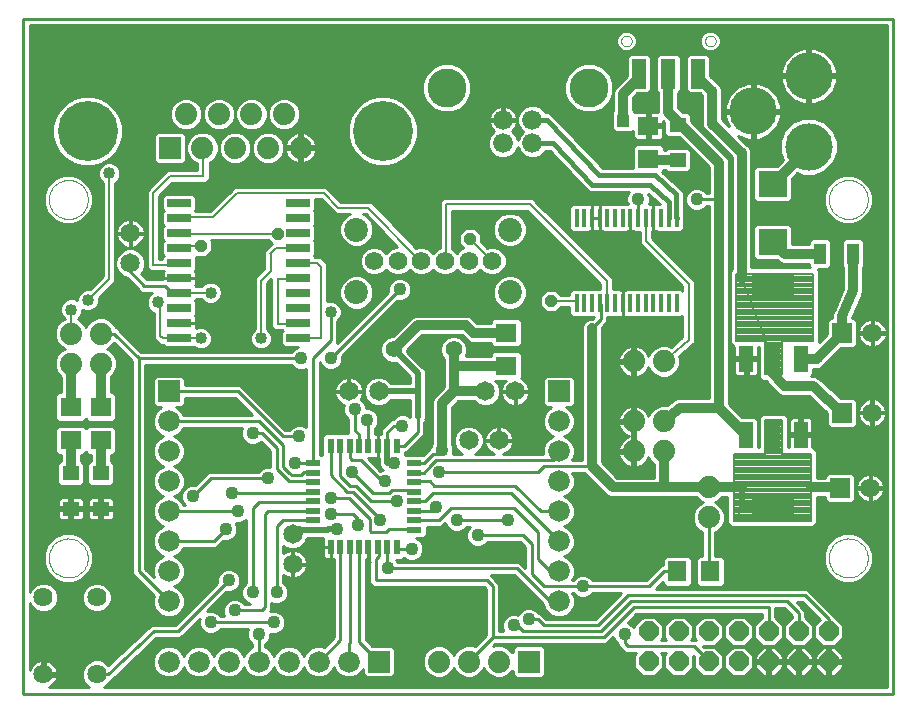
<source format=gtl>
G75*
G70*
%OFA0B0*%
%FSLAX24Y24*%
%IPPOS*%
%LPD*%
%AMOC8*
5,1,8,0,0,1.08239X$1,22.5*
%
%ADD10C,0.0100*%
%ADD11R,0.0500X0.0220*%
%ADD12R,0.0220X0.0500*%
%ADD13R,0.0157X0.0591*%
%ADD14C,0.0660*%
%ADD15C,0.1300*%
%ADD16R,0.0740X0.0740*%
%ADD17C,0.0740*%
%ADD18C,0.2000*%
%ADD19C,0.0650*%
%ADD20C,0.1580*%
%ADD21R,0.0472X0.0984*%
%ADD22C,0.0000*%
%ADD23C,0.0797*%
%ADD24C,0.0614*%
%ADD25OC8,0.0640*%
%ADD26R,0.0630X0.0709*%
%ADD27C,0.0640*%
%ADD28R,0.0720X0.0720*%
%ADD29C,0.0720*%
%ADD30C,0.0560*%
%ADD31R,0.0800X0.0260*%
%ADD32R,0.0480X0.0880*%
%ADD33R,0.1417X0.0866*%
%ADD34R,0.0650X0.0650*%
%ADD35R,0.0551X0.0472*%
%ADD36R,0.0709X0.0630*%
%ADD37R,0.0945X0.0866*%
%ADD38R,0.0394X0.0709*%
%ADD39C,0.0436*%
%ADD40C,0.0080*%
%ADD41OC8,0.0400*%
%ADD42C,0.0320*%
%ADD43C,0.0200*%
%ADD44C,0.0160*%
%ADD45C,0.0400*%
%ADD46R,0.0436X0.0436*%
D10*
X000153Y000153D02*
X029153Y000153D01*
X029153Y022653D01*
X000153Y022653D01*
X000153Y000153D01*
X000873Y000748D02*
X000873Y000848D01*
X000773Y000848D01*
X000773Y001268D01*
X000730Y001268D01*
X000557Y001196D01*
X000425Y001064D01*
X000373Y000940D01*
X000373Y003164D01*
X000408Y003080D01*
X000546Y002943D01*
X000726Y002868D01*
X000921Y002868D01*
X001101Y002943D01*
X001239Y003080D01*
X001313Y003261D01*
X001313Y003456D01*
X001239Y003636D01*
X001101Y003773D01*
X000921Y003848D01*
X000726Y003848D01*
X000546Y003773D01*
X000408Y003636D01*
X000373Y003552D01*
X000373Y022433D01*
X028933Y022433D01*
X028933Y000373D01*
X002857Y000373D01*
X002881Y000383D01*
X003019Y000520D01*
X003041Y000576D01*
X003060Y000575D01*
X003063Y000578D01*
X003067Y000578D01*
X003130Y000640D01*
X004587Y002002D01*
X005209Y002002D01*
X005391Y002002D01*
X006029Y002639D01*
X006012Y002599D01*
X006012Y002444D01*
X006071Y002302D01*
X006180Y002193D01*
X006323Y002134D01*
X006477Y002134D01*
X006620Y002193D01*
X006729Y002302D01*
X007655Y002302D01*
X007612Y002199D01*
X007612Y002044D01*
X007671Y001902D01*
X007780Y001793D01*
X007780Y001704D01*
X007700Y001670D01*
X007551Y001521D01*
X007500Y001399D01*
X007449Y001521D01*
X007300Y001670D01*
X007105Y001751D01*
X006894Y001751D01*
X006700Y001670D01*
X006551Y001521D01*
X006500Y001399D01*
X006449Y001521D01*
X006300Y001670D01*
X006105Y001751D01*
X005894Y001751D01*
X005700Y001670D01*
X005551Y001521D01*
X005500Y001399D01*
X005449Y001521D01*
X005300Y001670D01*
X005105Y001751D01*
X004894Y001751D01*
X004700Y001670D01*
X004551Y001521D01*
X004470Y001327D01*
X004470Y001116D01*
X004551Y000921D01*
X004700Y000772D01*
X004894Y000691D01*
X005105Y000691D01*
X005300Y000772D01*
X005449Y000921D01*
X005500Y001043D01*
X005551Y000921D01*
X005700Y000772D01*
X005894Y000691D01*
X006105Y000691D01*
X006300Y000772D01*
X006449Y000921D01*
X006500Y001043D01*
X006551Y000921D01*
X006700Y000772D01*
X006894Y000691D01*
X007105Y000691D01*
X007300Y000772D01*
X007449Y000921D01*
X007500Y001043D01*
X007551Y000921D01*
X007700Y000772D01*
X007894Y000691D01*
X008105Y000691D01*
X008300Y000772D01*
X008449Y000921D01*
X008500Y001043D01*
X008551Y000921D01*
X008700Y000772D01*
X008894Y000691D01*
X009105Y000691D01*
X009300Y000772D01*
X009449Y000921D01*
X009500Y001043D01*
X009551Y000921D01*
X009700Y000772D01*
X009894Y000691D01*
X010105Y000691D01*
X010300Y000772D01*
X010449Y000921D01*
X010500Y001043D01*
X010551Y000921D01*
X010700Y000772D01*
X010894Y000691D01*
X011105Y000691D01*
X011300Y000772D01*
X011449Y000921D01*
X011470Y000971D01*
X011470Y000791D01*
X011569Y000691D01*
X012430Y000691D01*
X012530Y000791D01*
X012530Y001652D01*
X012430Y001751D01*
X011781Y001751D01*
X011562Y001970D01*
X011562Y004632D01*
X011652Y004632D01*
X011652Y005026D01*
X011662Y005026D01*
X011662Y004632D01*
X011680Y004632D01*
X011680Y004531D01*
X011680Y004013D01*
X011680Y003831D01*
X011809Y003702D01*
X015509Y003702D01*
X015580Y003631D01*
X015580Y002113D01*
X015193Y001726D01*
X015107Y001761D01*
X014892Y001761D01*
X014694Y001679D01*
X014542Y001527D01*
X014500Y001425D01*
X014458Y001527D01*
X014306Y001679D01*
X014107Y001761D01*
X013892Y001761D01*
X013694Y001679D01*
X013542Y001527D01*
X013460Y001329D01*
X013460Y001114D01*
X013542Y000915D01*
X013694Y000763D01*
X013892Y000681D01*
X014107Y000681D01*
X014306Y000763D01*
X014458Y000915D01*
X014500Y001017D01*
X014542Y000915D01*
X014694Y000763D01*
X014892Y000681D01*
X015107Y000681D01*
X015306Y000763D01*
X015458Y000915D01*
X015500Y001017D01*
X015542Y000915D01*
X015694Y000763D01*
X015892Y000681D01*
X016107Y000681D01*
X016306Y000763D01*
X016458Y000915D01*
X016460Y000921D01*
X016460Y000781D01*
X016559Y000681D01*
X017440Y000681D01*
X017540Y000781D01*
X017540Y001662D01*
X017440Y001761D01*
X016559Y001761D01*
X016460Y001662D01*
X016460Y001522D01*
X016458Y001527D01*
X016306Y001679D01*
X016107Y001761D01*
X015892Y001761D01*
X015821Y001731D01*
X015891Y001802D01*
X019591Y001802D01*
X019720Y001931D01*
X019818Y002029D01*
X019871Y001902D01*
X019980Y001793D01*
X019980Y001731D01*
X020080Y001631D01*
X020209Y001502D01*
X020587Y001502D01*
X020510Y001425D01*
X020510Y001019D01*
X020797Y000732D01*
X021203Y000732D01*
X021490Y001019D01*
X021490Y001425D01*
X021413Y001502D01*
X021587Y001502D01*
X021510Y001425D01*
X021510Y001019D01*
X021797Y000732D01*
X022203Y000732D01*
X022490Y001019D01*
X022490Y001421D01*
X022510Y001401D01*
X022510Y001019D01*
X022797Y000732D01*
X023203Y000732D01*
X023490Y001019D01*
X023490Y001425D01*
X023203Y001712D01*
X022821Y001712D01*
X022801Y001732D01*
X023203Y001732D01*
X023490Y002019D01*
X023490Y002425D01*
X023203Y002712D01*
X022797Y002712D01*
X022510Y002425D01*
X022510Y002019D01*
X022587Y001942D01*
X022413Y001942D01*
X022490Y002019D01*
X022490Y002425D01*
X022203Y002712D01*
X021797Y002712D01*
X021510Y002425D01*
X021510Y002019D01*
X021587Y001942D01*
X021413Y001942D01*
X021490Y002019D01*
X021490Y002425D01*
X021203Y002712D01*
X020797Y002712D01*
X020510Y002425D01*
X020510Y002361D01*
X020420Y002451D01*
X020293Y002503D01*
X020591Y002802D01*
X024780Y002802D01*
X024780Y002695D01*
X024510Y002425D01*
X024510Y002019D01*
X024797Y001732D01*
X025203Y001732D01*
X025490Y002019D01*
X025490Y002425D01*
X025220Y002695D01*
X025220Y002931D01*
X025220Y003002D01*
X025509Y003002D01*
X025780Y002731D01*
X025780Y002695D01*
X025510Y002425D01*
X025510Y002019D01*
X025797Y001732D01*
X026203Y001732D01*
X026490Y002019D01*
X026490Y002425D01*
X026220Y002695D01*
X026220Y002913D01*
X026091Y003042D01*
X025931Y003202D01*
X026109Y003202D01*
X026698Y002613D01*
X026510Y002425D01*
X026510Y002019D01*
X026797Y001732D01*
X027203Y001732D01*
X027490Y002019D01*
X027490Y002425D01*
X027220Y002695D01*
X027220Y002713D01*
X027091Y002842D01*
X026420Y003513D01*
X026291Y003642D01*
X021231Y003642D01*
X021464Y003875D01*
X021464Y003797D01*
X021563Y003697D01*
X022334Y003697D01*
X022434Y003797D01*
X022434Y004646D01*
X022334Y004746D01*
X021563Y004746D01*
X021464Y004646D01*
X021464Y004442D01*
X021409Y004442D01*
X020909Y003942D01*
X019129Y003942D01*
X019020Y004051D01*
X018877Y004110D01*
X018723Y004110D01*
X018580Y004051D01*
X018471Y003942D01*
X018457Y003942D01*
X018530Y004117D01*
X018530Y004328D01*
X018449Y004522D01*
X018300Y004672D01*
X018178Y004722D01*
X018300Y004773D01*
X018449Y004922D01*
X018530Y005117D01*
X018530Y005328D01*
X018449Y005522D01*
X018300Y005672D01*
X018178Y005722D01*
X018300Y005773D01*
X018449Y005922D01*
X018530Y006117D01*
X018530Y006328D01*
X018449Y006522D01*
X018300Y006672D01*
X018178Y006722D01*
X018300Y006773D01*
X018449Y006922D01*
X018530Y007117D01*
X018530Y007328D01*
X018458Y007502D01*
X018853Y007502D01*
X019520Y006835D01*
X019613Y006742D01*
X019734Y006692D01*
X021434Y006692D01*
X022566Y006692D01*
X022694Y006564D01*
X022796Y006522D01*
X022694Y006479D01*
X022542Y006328D01*
X022460Y006129D01*
X022460Y005914D01*
X022542Y005716D01*
X022694Y005564D01*
X022780Y005528D01*
X022780Y004746D01*
X022666Y004746D01*
X022566Y004646D01*
X022566Y003797D01*
X022666Y003697D01*
X023437Y003697D01*
X023536Y003797D01*
X023536Y004646D01*
X023437Y004746D01*
X023220Y004746D01*
X023220Y005528D01*
X023306Y005564D01*
X023458Y005716D01*
X023540Y005914D01*
X023540Y006129D01*
X023458Y006328D01*
X023306Y006479D01*
X023204Y006522D01*
X023306Y006564D01*
X023434Y006692D01*
X023623Y006692D01*
X023623Y005826D01*
X023746Y005703D01*
X023920Y005703D01*
X026480Y005703D01*
X026603Y005826D01*
X026603Y006000D01*
X026603Y006692D01*
X026888Y006692D01*
X026888Y006608D01*
X026988Y006508D01*
X027779Y006508D01*
X027878Y006608D01*
X027878Y007398D01*
X027779Y007498D01*
X026988Y007498D01*
X026888Y007398D01*
X026888Y007352D01*
X026603Y007352D01*
X026603Y008240D01*
X026480Y008363D01*
X026453Y008363D01*
X026453Y008723D01*
X026113Y008723D01*
X026113Y008823D01*
X026013Y008823D01*
X026013Y008723D01*
X025673Y008723D01*
X025673Y008363D01*
X025643Y008363D01*
X025643Y009360D01*
X025520Y009483D01*
X025346Y009483D01*
X024786Y009483D01*
X024663Y009360D01*
X024663Y009186D01*
X024663Y008363D01*
X024653Y008363D01*
X024653Y009284D01*
X024554Y009383D01*
X024108Y009383D01*
X023683Y009818D01*
X023683Y016556D01*
X023683Y017767D01*
X023683Y017899D01*
X023633Y018020D01*
X022408Y019245D01*
X022408Y019424D01*
X022308Y019523D01*
X022130Y019523D01*
X021983Y019670D01*
X021983Y020182D01*
X022059Y020258D01*
X022059Y021383D01*
X021960Y021483D01*
X021347Y021483D01*
X021247Y021383D01*
X021247Y020258D01*
X021323Y020182D01*
X021323Y019670D01*
X021302Y019620D01*
X021302Y019551D01*
X021034Y019551D01*
X021034Y019136D01*
X021488Y019136D01*
X021488Y019231D01*
X021517Y019203D01*
X021517Y018810D01*
X021616Y018711D01*
X022009Y018711D01*
X023023Y017696D01*
X023023Y016842D01*
X022929Y016842D01*
X022820Y016951D01*
X022677Y017010D01*
X022523Y017010D01*
X022380Y016951D01*
X022271Y016842D01*
X022212Y016699D01*
X022212Y016544D01*
X022271Y016402D01*
X022380Y016293D01*
X022523Y016234D01*
X022677Y016234D01*
X022820Y016293D01*
X022929Y016402D01*
X023023Y016402D01*
X023023Y010013D01*
X022051Y010013D01*
X021999Y010017D01*
X021986Y010013D01*
X021973Y010013D01*
X021924Y009993D01*
X021874Y009976D01*
X021864Y009968D01*
X021852Y009963D01*
X021814Y009926D01*
X021618Y009757D01*
X021607Y009762D01*
X021393Y009762D01*
X021194Y009679D01*
X021042Y009528D01*
X020989Y009399D01*
X020941Y009516D01*
X020795Y009663D01*
X020603Y009742D01*
X020550Y009742D01*
X020550Y009272D01*
X020450Y009272D01*
X020450Y009742D01*
X020397Y009742D01*
X020205Y009663D01*
X020059Y009516D01*
X019980Y009325D01*
X019980Y009272D01*
X020450Y009272D01*
X020450Y009172D01*
X019980Y009172D01*
X019980Y009118D01*
X020059Y008927D01*
X020205Y008781D01*
X020348Y008722D01*
X020205Y008663D01*
X020059Y008516D01*
X019980Y008325D01*
X019980Y008272D01*
X020450Y008272D01*
X020450Y008742D01*
X020450Y009172D01*
X020550Y009172D01*
X020550Y008742D01*
X020550Y008272D01*
X020450Y008272D01*
X020450Y008172D01*
X019980Y008172D01*
X019980Y008118D01*
X020059Y007927D01*
X020205Y007781D01*
X020397Y007702D01*
X020450Y007702D01*
X020450Y008172D01*
X020550Y008172D01*
X020550Y007702D01*
X020603Y007702D01*
X020795Y007781D01*
X020941Y007927D01*
X020989Y008044D01*
X021042Y007916D01*
X021170Y007788D01*
X021170Y007352D01*
X019937Y007352D01*
X019430Y007858D01*
X019430Y012341D01*
X019491Y012402D01*
X019620Y012531D01*
X019620Y012694D01*
X019729Y012694D01*
X020028Y012694D01*
X020048Y012714D01*
X020134Y012714D01*
X020134Y013159D01*
X020135Y013159D01*
X020135Y012714D01*
X020221Y012714D01*
X020241Y012694D01*
X020497Y012694D01*
X020753Y012694D01*
X021009Y012694D01*
X021265Y012694D01*
X021521Y012694D01*
X021777Y012694D01*
X022075Y012694D01*
X022123Y012742D01*
X022123Y012043D01*
X021738Y011708D01*
X021607Y011762D01*
X021393Y011762D01*
X021194Y011679D01*
X021042Y011528D01*
X020989Y011399D01*
X020941Y011516D01*
X020795Y011663D01*
X020603Y011742D01*
X020550Y011742D01*
X020550Y011272D01*
X020450Y011272D01*
X020450Y011742D01*
X020397Y011742D01*
X020205Y011663D01*
X020059Y011516D01*
X019980Y011325D01*
X019980Y011272D01*
X020450Y011272D01*
X020450Y011172D01*
X019980Y011172D01*
X019980Y011118D01*
X020059Y010927D01*
X020205Y010781D01*
X020397Y010702D01*
X020450Y010702D01*
X020450Y011172D01*
X020550Y011172D01*
X020550Y010702D01*
X020603Y010702D01*
X020795Y010781D01*
X020941Y010927D01*
X020989Y011044D01*
X021042Y010916D01*
X021194Y010764D01*
X021393Y010682D01*
X021607Y010682D01*
X021806Y010764D01*
X021958Y010916D01*
X022040Y011114D01*
X022040Y011329D01*
X022014Y011391D01*
X022412Y011737D01*
X022420Y011737D01*
X022477Y011794D01*
X022537Y011846D01*
X022537Y011854D01*
X022543Y011860D01*
X022543Y011940D01*
X022549Y012020D01*
X022543Y012026D01*
X022543Y013726D01*
X022543Y013900D01*
X021113Y015330D01*
X021113Y015568D01*
X021158Y015568D01*
X021158Y016013D01*
X021158Y016013D01*
X021158Y015568D01*
X021245Y015568D01*
X021265Y015548D01*
X021563Y015548D01*
X021819Y015548D01*
X022075Y015548D01*
X022175Y015648D01*
X022175Y015961D01*
X022176Y015964D01*
X022176Y016063D01*
X022175Y016066D01*
X022175Y016379D01*
X022163Y016391D01*
X022163Y016751D01*
X022166Y016758D01*
X022163Y016800D01*
X022163Y016843D01*
X022160Y016850D01*
X022160Y016857D01*
X022141Y016896D01*
X022125Y016935D01*
X022120Y016940D01*
X022116Y016947D01*
X022085Y016975D01*
X022055Y017005D01*
X022048Y017008D01*
X021450Y017540D01*
X021508Y017598D01*
X021508Y017606D01*
X021540Y017606D01*
X021616Y017530D01*
X022308Y017530D01*
X022408Y017629D01*
X022408Y018242D01*
X022308Y018342D01*
X021616Y018342D01*
X021540Y018266D01*
X021508Y018266D01*
X021508Y018369D01*
X021409Y018469D01*
X020559Y018469D01*
X020460Y018369D01*
X020460Y017683D01*
X019460Y017683D01*
X017806Y019412D01*
X017805Y019415D01*
X017772Y019447D01*
X017740Y019482D01*
X017737Y019483D01*
X017735Y019485D01*
X017692Y019503D01*
X017649Y019522D01*
X017646Y019522D01*
X017643Y019523D01*
X017595Y019523D01*
X017563Y019524D01*
X017549Y019556D01*
X017409Y019697D01*
X017225Y019773D01*
X017026Y019773D01*
X016842Y019697D01*
X016701Y019556D01*
X016625Y019373D01*
X016625Y019174D01*
X016701Y018990D01*
X016808Y018883D01*
X016701Y018776D01*
X016633Y018611D01*
X016565Y018776D01*
X016444Y018897D01*
X016548Y019001D01*
X016621Y019178D01*
X016621Y019233D01*
X016181Y019233D01*
X016181Y019313D01*
X016101Y019313D01*
X016101Y019233D01*
X015661Y019233D01*
X015661Y019178D01*
X015734Y019001D01*
X015838Y018897D01*
X015717Y018776D01*
X015641Y018593D01*
X015641Y018394D01*
X015717Y018210D01*
X015858Y018069D01*
X016042Y017993D01*
X016241Y017993D01*
X016424Y018069D01*
X016565Y018210D01*
X016633Y018375D01*
X016701Y018210D01*
X016842Y018069D01*
X017026Y017993D01*
X017225Y017993D01*
X017409Y018069D01*
X017549Y018210D01*
X017563Y018243D01*
X017705Y018243D01*
X018900Y016975D01*
X018901Y016971D01*
X018933Y016939D01*
X018965Y016905D01*
X018969Y016904D01*
X018972Y016901D01*
X019014Y016884D01*
X019056Y016865D01*
X019060Y016865D01*
X019063Y016863D01*
X019110Y016863D01*
X019155Y016862D01*
X019159Y016863D01*
X020327Y016863D01*
X020317Y016853D01*
X020258Y016710D01*
X020258Y016556D01*
X020295Y016468D01*
X020284Y016479D01*
X020028Y016479D01*
X019772Y016479D01*
X019474Y016479D01*
X019454Y016459D01*
X019367Y016459D01*
X019367Y016014D01*
X019367Y016014D01*
X019367Y016459D01*
X019252Y016459D01*
X019111Y016459D01*
X019111Y016014D01*
X019111Y016014D01*
X019111Y016459D01*
X019024Y016459D01*
X019004Y016479D01*
X018748Y016479D01*
X018450Y016479D01*
X018350Y016379D01*
X018350Y015648D01*
X018450Y015548D01*
X018748Y015548D01*
X019004Y015548D01*
X019024Y015568D01*
X019111Y015568D01*
X019252Y015568D01*
X019367Y015568D01*
X019454Y015568D01*
X019474Y015548D01*
X019772Y015548D01*
X020028Y015548D01*
X020284Y015548D01*
X020304Y015568D01*
X020390Y015568D01*
X020390Y016013D01*
X020391Y016013D01*
X020391Y015568D01*
X020477Y015568D01*
X020497Y015548D01*
X020693Y015548D01*
X020693Y015156D01*
X020816Y015033D01*
X022123Y013726D01*
X022123Y013576D01*
X022075Y013624D01*
X021777Y013624D01*
X021521Y013624D01*
X021265Y013624D01*
X021009Y013624D01*
X020753Y013624D01*
X020497Y013624D01*
X020241Y013624D01*
X020221Y013604D01*
X020135Y013604D01*
X020135Y013160D01*
X020134Y013160D01*
X020134Y013604D01*
X020048Y013604D01*
X020028Y013624D01*
X019810Y013624D01*
X019810Y013815D01*
X019810Y013989D01*
X017250Y016549D01*
X017127Y016672D01*
X014327Y016672D01*
X014153Y016672D01*
X014030Y016549D01*
X014030Y015009D01*
X013938Y014971D01*
X013814Y014847D01*
X013691Y014971D01*
X013515Y015043D01*
X013326Y015043D01*
X013241Y015008D01*
X011861Y016427D01*
X011861Y016429D01*
X011800Y016490D01*
X011741Y016551D01*
X011739Y016551D01*
X011738Y016552D01*
X011653Y016552D01*
X011567Y016553D01*
X011566Y016552D01*
X010743Y016552D01*
X010251Y017044D01*
X010077Y017044D01*
X007184Y017044D01*
X007061Y016921D01*
X006384Y016244D01*
X005882Y016244D01*
X005874Y016253D01*
X005923Y016303D01*
X005923Y016703D01*
X005824Y016803D01*
X004883Y016803D01*
X004783Y016703D01*
X004783Y016303D01*
X004833Y016253D01*
X004783Y016203D01*
X004783Y015803D01*
X004833Y015753D01*
X004783Y015703D01*
X004783Y015303D01*
X004833Y015253D01*
X004783Y015203D01*
X004783Y014803D01*
X004833Y014753D01*
X004783Y014703D01*
X004783Y014644D01*
X004681Y014644D01*
X004681Y016747D01*
X005118Y017184D01*
X006064Y017184D01*
X006238Y017184D01*
X006361Y017307D01*
X006361Y017858D01*
X006429Y017886D01*
X006580Y018038D01*
X006663Y018237D01*
X006663Y018451D01*
X006580Y018650D01*
X006429Y018802D01*
X006230Y018884D01*
X006015Y018884D01*
X005817Y018802D01*
X005665Y018650D01*
X005583Y018451D01*
X005583Y018237D01*
X005665Y018038D01*
X005817Y017886D01*
X005941Y017835D01*
X005941Y017604D01*
X004944Y017604D01*
X004821Y017481D01*
X004261Y016921D01*
X004261Y016747D01*
X004261Y014347D01*
X004384Y014224D01*
X004558Y014224D01*
X004832Y014224D01*
X004803Y014195D01*
X004803Y014018D01*
X005338Y014018D01*
X005338Y013988D01*
X004803Y013988D01*
X004803Y013960D01*
X004772Y013960D01*
X004273Y013960D01*
X004079Y014154D01*
X004138Y014213D01*
X004213Y014395D01*
X004213Y014592D01*
X004138Y014773D01*
X003999Y014913D01*
X003817Y014988D01*
X003620Y014988D01*
X003438Y014913D01*
X003299Y014773D01*
X003223Y014592D01*
X003223Y014395D01*
X003299Y014213D01*
X003438Y014073D01*
X003594Y014009D01*
X003594Y014008D01*
X003595Y014008D01*
X003607Y014003D01*
X003962Y013649D01*
X004091Y013520D01*
X004456Y013520D01*
X004424Y013507D01*
X004320Y013403D01*
X004263Y013267D01*
X004263Y013119D01*
X004320Y012984D01*
X004424Y012879D01*
X004503Y012846D01*
X004503Y012160D01*
X004503Y011986D01*
X004583Y011906D01*
X004706Y011783D01*
X004803Y011783D01*
X004883Y011703D01*
X005824Y011703D01*
X005832Y011711D01*
X005864Y011679D01*
X006000Y011623D01*
X006147Y011623D01*
X006283Y011679D01*
X006387Y011784D01*
X006443Y011919D01*
X006443Y012067D01*
X006387Y012203D01*
X006283Y012307D01*
X006147Y012363D01*
X006000Y012363D01*
X005903Y012323D01*
X005903Y012488D01*
X005369Y012488D01*
X005369Y012518D01*
X005903Y012518D01*
X005903Y012695D01*
X005859Y012739D01*
X005923Y012803D01*
X005923Y013203D01*
X005874Y013253D01*
X005923Y013303D01*
X006080Y013303D01*
X006184Y013199D01*
X006320Y013143D01*
X006467Y013143D01*
X006603Y013199D01*
X006707Y013304D01*
X006763Y013439D01*
X006763Y013587D01*
X006707Y013723D01*
X006603Y013827D01*
X006467Y013883D01*
X006320Y013883D01*
X006184Y013827D01*
X006080Y013723D01*
X005904Y013723D01*
X005859Y013767D01*
X005903Y013811D01*
X005903Y013988D01*
X005369Y013988D01*
X005369Y014018D01*
X007881Y014018D01*
X007863Y014000D02*
X007863Y012306D01*
X007760Y012203D01*
X007703Y012067D01*
X007703Y011919D01*
X007760Y011784D01*
X007864Y011679D01*
X008000Y011623D01*
X008147Y011623D01*
X008283Y011679D01*
X008387Y011784D01*
X008443Y011919D01*
X008443Y012067D01*
X008387Y012203D01*
X008283Y012306D01*
X008283Y013826D01*
X008423Y013966D01*
X008423Y013895D01*
X008423Y012386D01*
X008546Y012263D01*
X008720Y012263D01*
X008783Y012263D01*
X008793Y012253D01*
X008743Y012203D01*
X008743Y011803D01*
X008843Y011703D01*
X009307Y011703D01*
X009180Y011651D01*
X009071Y011542D01*
X004091Y011542D01*
X003389Y012244D01*
X004503Y012244D01*
X004503Y012343D02*
X003290Y012343D01*
X003260Y012373D02*
X003227Y012373D01*
X003191Y012459D01*
X003039Y012611D01*
X002841Y012693D01*
X002626Y012693D01*
X002427Y012611D01*
X002275Y012459D01*
X002233Y012357D01*
X002191Y012459D01*
X002039Y012611D01*
X001965Y012642D01*
X002067Y012744D01*
X002123Y012879D01*
X002123Y012951D01*
X002240Y012903D01*
X002387Y012903D01*
X002523Y012959D01*
X002627Y013064D01*
X002683Y013199D01*
X002683Y013346D01*
X003100Y013763D01*
X003223Y013886D01*
X003223Y017180D01*
X003327Y017284D01*
X003383Y017419D01*
X003383Y017567D01*
X003327Y017703D01*
X003223Y017807D01*
X003087Y017863D01*
X002940Y017863D01*
X002804Y017807D01*
X002700Y017703D01*
X002643Y017567D01*
X002643Y017419D01*
X002700Y017284D01*
X002803Y017180D01*
X002803Y014060D01*
X002386Y013643D01*
X002240Y013643D01*
X002104Y013587D01*
X002000Y013483D01*
X001943Y013347D01*
X001943Y013275D01*
X001827Y013323D01*
X001680Y013323D01*
X001544Y013267D01*
X001440Y013163D01*
X001383Y013027D01*
X001383Y012879D01*
X001440Y012744D01*
X001530Y012653D01*
X001427Y012611D01*
X001275Y012459D01*
X001193Y012260D01*
X001193Y012046D01*
X001275Y011847D01*
X001427Y011695D01*
X001529Y011653D01*
X001427Y011611D01*
X001275Y011459D01*
X001193Y011260D01*
X001193Y011046D01*
X001275Y010847D01*
X001403Y010719D01*
X001403Y010189D01*
X001309Y010189D01*
X001209Y010090D01*
X001209Y009319D01*
X001309Y009219D01*
X002158Y009219D01*
X002233Y009295D01*
X002309Y009219D01*
X003158Y009219D01*
X003258Y009319D01*
X003258Y010090D01*
X003158Y010189D01*
X003063Y010189D01*
X003063Y010719D01*
X003191Y010847D01*
X003273Y011046D01*
X003273Y011260D01*
X003191Y011459D01*
X003039Y011611D01*
X002937Y011653D01*
X003039Y011695D01*
X003177Y011833D01*
X003780Y011231D01*
X003780Y004131D01*
X003909Y004002D01*
X004503Y003408D01*
X004470Y003328D01*
X004470Y003117D01*
X004551Y002922D01*
X004700Y002773D01*
X004895Y002692D01*
X005106Y002692D01*
X005300Y002773D01*
X005449Y002922D01*
X005530Y003117D01*
X005530Y003328D01*
X005449Y003522D01*
X005300Y003672D01*
X005178Y003722D01*
X005300Y003773D01*
X005449Y003922D01*
X005530Y004117D01*
X005530Y004328D01*
X005449Y004522D01*
X005300Y004672D01*
X005178Y004722D01*
X005300Y004773D01*
X005449Y004922D01*
X005482Y005002D01*
X006591Y005002D01*
X006720Y005131D01*
X006823Y005234D01*
X006977Y005234D01*
X007120Y005293D01*
X007229Y005402D01*
X007288Y005544D01*
X007288Y005699D01*
X007232Y005834D01*
X007377Y005834D01*
X007520Y005893D01*
X007580Y005953D01*
X007580Y003851D01*
X007471Y003742D01*
X007412Y003599D01*
X007412Y003444D01*
X007471Y003302D01*
X007580Y003193D01*
X007703Y003142D01*
X007529Y003142D01*
X007420Y003251D01*
X007277Y003310D01*
X007123Y003310D01*
X006980Y003251D01*
X006871Y003142D01*
X006812Y002999D01*
X006812Y002844D01*
X006854Y002742D01*
X006729Y002742D01*
X006620Y002851D01*
X006477Y002910D01*
X006323Y002910D01*
X006282Y002893D01*
X006923Y003534D01*
X007077Y003534D01*
X007220Y003593D01*
X007329Y003702D01*
X007388Y003844D01*
X007388Y003999D01*
X007329Y004142D01*
X007220Y004251D01*
X007077Y004310D01*
X006923Y004310D01*
X006780Y004251D01*
X006671Y004142D01*
X006612Y003999D01*
X006612Y003845D01*
X005209Y002442D01*
X004503Y002442D01*
X004416Y002445D01*
X004413Y002442D01*
X004409Y002442D01*
X004347Y002380D01*
X002986Y001108D01*
X002881Y001213D01*
X002701Y001288D01*
X002506Y001288D01*
X002326Y001213D01*
X002188Y001076D01*
X002113Y000896D01*
X002113Y000701D01*
X002188Y000520D01*
X002326Y000383D01*
X002349Y000373D01*
X001025Y000373D01*
X001089Y000400D01*
X001222Y000532D01*
X001293Y000705D01*
X001293Y000748D01*
X000873Y000748D01*
X000873Y000813D02*
X002113Y000813D01*
X002113Y000714D02*
X001293Y000714D01*
X001256Y000616D02*
X002148Y000616D01*
X002191Y000517D02*
X001207Y000517D01*
X001109Y000419D02*
X002290Y000419D01*
X002603Y000798D02*
X002976Y000798D01*
X004500Y002222D01*
X005300Y002222D01*
X007000Y003922D01*
X006639Y004065D02*
X005509Y004065D01*
X005530Y004163D02*
X006693Y004163D01*
X006807Y004262D02*
X005530Y004262D01*
X005516Y004361D02*
X007580Y004361D01*
X007580Y004459D02*
X005476Y004459D01*
X005414Y004558D02*
X007580Y004558D01*
X007580Y004656D02*
X005316Y004656D01*
X005256Y004755D02*
X007580Y004755D01*
X007580Y004853D02*
X005381Y004853D01*
X005462Y004952D02*
X007580Y004952D01*
X007580Y005050D02*
X006640Y005050D01*
X006738Y005149D02*
X007580Y005149D01*
X007580Y005247D02*
X007011Y005247D01*
X007173Y005346D02*
X007580Y005346D01*
X007580Y005445D02*
X007247Y005445D01*
X007287Y005543D02*
X007580Y005543D01*
X007580Y005642D02*
X007288Y005642D01*
X007271Y005740D02*
X007580Y005740D01*
X007580Y005839D02*
X007389Y005839D01*
X007564Y005937D02*
X007580Y005937D01*
X007300Y006222D02*
X005001Y006222D01*
X005000Y006222D01*
X005483Y006442D02*
X005531Y006442D01*
X005471Y006502D01*
X005412Y006644D01*
X005412Y006799D01*
X005471Y006942D01*
X005580Y007051D01*
X005723Y007110D01*
X005877Y007110D01*
X006180Y007413D01*
X006309Y007542D01*
X007971Y007542D01*
X008080Y007651D01*
X008223Y007710D01*
X008377Y007710D01*
X008380Y007709D01*
X008380Y008231D01*
X008069Y008542D01*
X008020Y008493D01*
X007877Y008434D01*
X007723Y008434D01*
X007580Y008493D01*
X007471Y008602D01*
X007412Y008744D01*
X007412Y008899D01*
X007454Y009002D01*
X005482Y009002D01*
X005449Y008922D01*
X005300Y008773D01*
X005178Y008722D01*
X005300Y008672D01*
X005449Y008522D01*
X005530Y008328D01*
X005530Y008117D01*
X005449Y007922D01*
X005300Y007773D01*
X005178Y007722D01*
X005300Y007672D01*
X005449Y007522D01*
X005530Y007328D01*
X005530Y007117D01*
X005449Y006922D01*
X005300Y006773D01*
X005178Y006722D01*
X005300Y006672D01*
X005449Y006522D01*
X005483Y006442D01*
X005460Y006529D02*
X005443Y006529D01*
X005419Y006627D02*
X005345Y006627D01*
X005412Y006726D02*
X005186Y006726D01*
X005351Y006824D02*
X005422Y006824D01*
X005450Y006923D02*
X005463Y006923D01*
X005490Y007021D02*
X005551Y007021D01*
X005530Y007120D02*
X005887Y007120D01*
X005985Y007218D02*
X005530Y007218D01*
X005530Y007317D02*
X006084Y007317D01*
X006183Y007415D02*
X005494Y007415D01*
X005453Y007514D02*
X006281Y007514D01*
X006400Y007322D02*
X008300Y007322D01*
X008042Y007612D02*
X005359Y007612D01*
X005205Y007711D02*
X008380Y007711D01*
X008380Y007810D02*
X005337Y007810D01*
X005435Y007908D02*
X008380Y007908D01*
X008380Y008007D02*
X005484Y008007D01*
X005525Y008105D02*
X008380Y008105D01*
X008380Y008204D02*
X005530Y008204D01*
X005530Y008302D02*
X008308Y008302D01*
X008210Y008401D02*
X005500Y008401D01*
X005459Y008499D02*
X007573Y008499D01*
X007475Y008598D02*
X005374Y008598D01*
X005240Y008696D02*
X007432Y008696D01*
X007412Y008795D02*
X005322Y008795D01*
X005421Y008894D02*
X007412Y008894D01*
X007451Y008992D02*
X005478Y008992D01*
X005001Y009222D02*
X008000Y009222D01*
X008800Y008422D01*
X008800Y007709D01*
X009000Y007509D01*
X009013Y007509D01*
X009100Y007422D01*
X009400Y007422D01*
X009500Y007522D01*
X009810Y007509D01*
X009782Y007222D02*
X009810Y007194D01*
X009738Y007222D02*
X009000Y007222D01*
X008600Y007622D01*
X008600Y008322D01*
X008100Y008822D01*
X007800Y008822D01*
X008026Y008499D02*
X008111Y008499D01*
X008742Y009091D02*
X009226Y009091D01*
X009273Y009110D02*
X009130Y009051D01*
X009021Y008942D01*
X008891Y008942D01*
X007520Y010313D01*
X007391Y010442D01*
X005530Y010442D01*
X005530Y010653D01*
X005430Y010752D01*
X004570Y010752D01*
X004470Y010653D01*
X004470Y009792D01*
X004570Y009692D01*
X004750Y009692D01*
X004700Y009672D01*
X004551Y009522D01*
X004470Y009328D01*
X004470Y009117D01*
X004551Y008922D01*
X004700Y008773D01*
X004822Y008722D01*
X004700Y008672D01*
X004551Y008522D01*
X004470Y008328D01*
X004470Y008117D01*
X004551Y007922D01*
X004700Y007773D01*
X004822Y007722D01*
X004700Y007672D01*
X004551Y007522D01*
X004470Y007328D01*
X004470Y007117D01*
X004551Y006922D01*
X004700Y006773D01*
X004822Y006722D01*
X004700Y006672D01*
X004551Y006522D01*
X004470Y006328D01*
X004470Y006117D01*
X004551Y005922D01*
X004700Y005773D01*
X004822Y005722D01*
X004700Y005672D01*
X004551Y005522D01*
X004470Y005328D01*
X004470Y005117D01*
X004551Y004922D01*
X004700Y004773D01*
X004822Y004722D01*
X004700Y004672D01*
X004551Y004522D01*
X004470Y004328D01*
X004470Y004117D01*
X004508Y004025D01*
X004220Y004313D01*
X004220Y011102D01*
X009071Y011102D01*
X009180Y010993D01*
X009323Y010934D01*
X009477Y010934D01*
X009590Y010980D01*
X009590Y009031D01*
X009570Y009051D01*
X009427Y009110D01*
X009273Y009110D01*
X009474Y009091D02*
X009590Y009091D01*
X009590Y009189D02*
X008644Y009189D01*
X008545Y009288D02*
X009590Y009288D01*
X009590Y009386D02*
X008447Y009386D01*
X008348Y009485D02*
X009590Y009485D01*
X009590Y009583D02*
X008249Y009583D01*
X008151Y009682D02*
X009590Y009682D01*
X009590Y009780D02*
X008052Y009780D01*
X007954Y009879D02*
X009590Y009879D01*
X009590Y009978D02*
X007855Y009978D01*
X007757Y010076D02*
X009590Y010076D01*
X009590Y010175D02*
X007658Y010175D01*
X007560Y010273D02*
X009590Y010273D01*
X009590Y010372D02*
X007461Y010372D01*
X007300Y010222D02*
X005001Y010222D01*
X005000Y010222D01*
X005530Y010002D02*
X007209Y010002D01*
X007769Y009442D01*
X005483Y009442D01*
X005449Y009522D01*
X005300Y009672D01*
X005250Y009692D01*
X005430Y009692D01*
X005530Y009792D01*
X005530Y010002D01*
X005530Y009978D02*
X007233Y009978D01*
X007332Y009879D02*
X005530Y009879D01*
X005519Y009780D02*
X007430Y009780D01*
X007529Y009682D02*
X005275Y009682D01*
X005389Y009583D02*
X007627Y009583D01*
X007726Y009485D02*
X005465Y009485D01*
X005001Y009222D02*
X005000Y009222D01*
X004612Y009583D02*
X004220Y009583D01*
X004220Y009485D02*
X004535Y009485D01*
X004494Y009386D02*
X004220Y009386D01*
X004220Y009288D02*
X004470Y009288D01*
X004470Y009189D02*
X004220Y009189D01*
X004220Y009091D02*
X004481Y009091D01*
X004522Y008992D02*
X004220Y008992D01*
X004220Y008894D02*
X004579Y008894D01*
X004678Y008795D02*
X004220Y008795D01*
X004220Y008696D02*
X004760Y008696D01*
X004626Y008598D02*
X004220Y008598D01*
X004220Y008499D02*
X004541Y008499D01*
X004500Y008401D02*
X004220Y008401D01*
X004220Y008302D02*
X004470Y008302D01*
X004470Y008204D02*
X004220Y008204D01*
X004220Y008105D02*
X004475Y008105D01*
X004516Y008007D02*
X004220Y008007D01*
X004220Y007908D02*
X004565Y007908D01*
X004663Y007810D02*
X004220Y007810D01*
X004220Y007711D02*
X004795Y007711D01*
X004641Y007612D02*
X004220Y007612D01*
X004220Y007514D02*
X004547Y007514D01*
X004506Y007415D02*
X004220Y007415D01*
X004220Y007317D02*
X004470Y007317D01*
X004470Y007218D02*
X004220Y007218D01*
X004220Y007120D02*
X004470Y007120D01*
X004510Y007021D02*
X004220Y007021D01*
X004220Y006923D02*
X004550Y006923D01*
X004649Y006824D02*
X004220Y006824D01*
X004220Y006726D02*
X004814Y006726D01*
X004655Y006627D02*
X004220Y006627D01*
X004220Y006529D02*
X004557Y006529D01*
X004512Y006430D02*
X004220Y006430D01*
X004220Y006331D02*
X004472Y006331D01*
X004470Y006233D02*
X004220Y006233D01*
X004220Y006134D02*
X004470Y006134D01*
X004504Y006036D02*
X004220Y006036D01*
X004220Y005937D02*
X004544Y005937D01*
X004634Y005839D02*
X004220Y005839D01*
X004220Y005740D02*
X004779Y005740D01*
X004670Y005642D02*
X004220Y005642D01*
X004220Y005543D02*
X004571Y005543D01*
X004518Y005445D02*
X004220Y005445D01*
X004220Y005346D02*
X004478Y005346D01*
X004470Y005247D02*
X004220Y005247D01*
X004220Y005149D02*
X004470Y005149D01*
X004498Y005050D02*
X004220Y005050D01*
X004220Y004952D02*
X004538Y004952D01*
X004620Y004853D02*
X004220Y004853D01*
X004220Y004755D02*
X004744Y004755D01*
X004684Y004656D02*
X004220Y004656D01*
X004220Y004558D02*
X004586Y004558D01*
X004525Y004459D02*
X004220Y004459D01*
X004220Y004361D02*
X004484Y004361D01*
X004470Y004262D02*
X004271Y004262D01*
X004370Y004163D02*
X004470Y004163D01*
X004469Y004065D02*
X004492Y004065D01*
X004142Y003769D02*
X002885Y003769D01*
X002881Y003773D02*
X002701Y003848D01*
X002506Y003848D01*
X002326Y003773D01*
X002188Y003636D01*
X002113Y003456D01*
X002113Y003261D01*
X002188Y003080D01*
X002326Y002943D01*
X002506Y002868D01*
X002701Y002868D01*
X002881Y002943D01*
X003019Y003080D01*
X003093Y003261D01*
X003093Y003456D01*
X003019Y003636D01*
X002881Y003773D01*
X002984Y003671D02*
X004240Y003671D01*
X004339Y003572D02*
X003045Y003572D01*
X003086Y003474D02*
X004438Y003474D01*
X004490Y003375D02*
X003093Y003375D01*
X003093Y003277D02*
X004470Y003277D01*
X004470Y003178D02*
X003059Y003178D01*
X003018Y003079D02*
X004486Y003079D01*
X004526Y002981D02*
X002919Y002981D01*
X002735Y002882D02*
X004590Y002882D01*
X004689Y002784D02*
X000373Y002784D01*
X000373Y002882D02*
X000691Y002882D01*
X000507Y002981D02*
X000373Y002981D01*
X000373Y003079D02*
X000409Y003079D01*
X000373Y002685D02*
X005452Y002685D01*
X005354Y002587D02*
X000373Y002587D01*
X000373Y002488D02*
X005255Y002488D01*
X005483Y002094D02*
X007612Y002094D01*
X007612Y002193D02*
X006620Y002193D01*
X006718Y002291D02*
X007650Y002291D01*
X008000Y002122D02*
X008000Y002122D01*
X008000Y001221D01*
X008486Y001010D02*
X008514Y001010D01*
X008560Y000912D02*
X008440Y000912D01*
X008341Y000813D02*
X008659Y000813D01*
X008838Y000714D02*
X008161Y000714D01*
X007838Y000714D02*
X007161Y000714D01*
X007341Y000813D02*
X007659Y000813D01*
X007560Y000912D02*
X007440Y000912D01*
X007486Y001010D02*
X007514Y001010D01*
X007498Y001404D02*
X007502Y001404D01*
X007543Y001503D02*
X007457Y001503D01*
X007369Y001601D02*
X007631Y001601D01*
X007771Y001700D02*
X007229Y001700D01*
X006771Y001700D02*
X006229Y001700D01*
X006369Y001601D02*
X006631Y001601D01*
X006543Y001503D02*
X006457Y001503D01*
X006498Y001404D02*
X006502Y001404D01*
X006486Y001010D02*
X006514Y001010D01*
X006560Y000912D02*
X006440Y000912D01*
X006341Y000813D02*
X006659Y000813D01*
X006838Y000714D02*
X006161Y000714D01*
X005838Y000714D02*
X005161Y000714D01*
X005341Y000813D02*
X005659Y000813D01*
X005560Y000912D02*
X005440Y000912D01*
X005486Y001010D02*
X005514Y001010D01*
X005498Y001404D02*
X005502Y001404D01*
X005543Y001503D02*
X005457Y001503D01*
X005369Y001601D02*
X005631Y001601D01*
X005771Y001700D02*
X005229Y001700D01*
X004771Y001700D02*
X004264Y001700D01*
X004369Y001798D02*
X007774Y001798D01*
X007676Y001897D02*
X004475Y001897D01*
X004580Y001996D02*
X007632Y001996D01*
X008220Y001793D02*
X008220Y001704D01*
X008300Y001670D01*
X008449Y001521D01*
X008500Y001399D01*
X008551Y001521D01*
X008700Y001670D01*
X008894Y001751D01*
X009105Y001751D01*
X009300Y001670D01*
X009449Y001521D01*
X009500Y001399D01*
X009551Y001521D01*
X009700Y001670D01*
X009894Y001751D01*
X010105Y001751D01*
X010186Y001718D01*
X010493Y002025D01*
X010493Y004632D01*
X010403Y004632D01*
X010403Y005026D01*
X010393Y005026D01*
X010393Y004632D01*
X010225Y004632D01*
X010138Y004720D01*
X010138Y005027D01*
X010392Y005027D01*
X010392Y005037D01*
X010138Y005037D01*
X010138Y005344D01*
X010143Y005349D01*
X010140Y005349D01*
X010130Y005339D01*
X009615Y005339D01*
X009551Y005184D01*
X009412Y005045D01*
X009230Y004969D01*
X009033Y004969D01*
X008851Y005045D01*
X008820Y005076D01*
X008820Y004825D01*
X008862Y004867D01*
X009037Y004939D01*
X009112Y004939D01*
X009112Y004483D01*
X009150Y004483D01*
X009606Y004483D01*
X009606Y004559D01*
X009534Y004733D01*
X009400Y004867D01*
X009226Y004939D01*
X009150Y004939D01*
X009150Y004483D01*
X009150Y004445D01*
X009150Y003989D01*
X009226Y003989D01*
X009400Y004062D01*
X009534Y004195D01*
X009606Y004370D01*
X009606Y004445D01*
X009150Y004445D01*
X009112Y004445D01*
X009112Y003989D01*
X009037Y003989D01*
X008862Y004062D01*
X008820Y004104D01*
X008820Y003851D01*
X008929Y003742D01*
X008988Y003599D01*
X008988Y003444D01*
X008929Y003302D01*
X008820Y003193D01*
X008677Y003134D01*
X008523Y003134D01*
X008420Y003176D01*
X008420Y003113D01*
X008420Y002931D01*
X008382Y002893D01*
X008423Y002910D01*
X008577Y002910D01*
X008720Y002851D01*
X008829Y002742D01*
X008888Y002599D01*
X008888Y002444D01*
X008829Y002302D01*
X008720Y002193D01*
X008577Y002134D01*
X008423Y002134D01*
X008388Y002148D01*
X008388Y002044D01*
X008329Y001902D01*
X008220Y001793D01*
X008226Y001798D02*
X010266Y001798D01*
X010365Y001897D02*
X008324Y001897D01*
X008368Y001996D02*
X010463Y001996D01*
X010493Y002094D02*
X008388Y002094D01*
X008720Y002193D02*
X010493Y002193D01*
X010493Y002291D02*
X008818Y002291D01*
X008865Y002390D02*
X010493Y002390D01*
X010493Y002488D02*
X008888Y002488D01*
X008888Y002587D02*
X010493Y002587D01*
X010493Y002685D02*
X008852Y002685D01*
X008787Y002784D02*
X010493Y002784D01*
X010493Y002882D02*
X008643Y002882D01*
X008420Y002981D02*
X010493Y002981D01*
X010493Y003079D02*
X008420Y003079D01*
X008200Y003022D02*
X008100Y002922D01*
X007200Y002922D01*
X007043Y003277D02*
X006666Y003277D01*
X006764Y003375D02*
X007441Y003375D01*
X007412Y003474D02*
X006863Y003474D01*
X006907Y003178D02*
X006567Y003178D01*
X006469Y003079D02*
X006845Y003079D01*
X006812Y002981D02*
X006370Y002981D01*
X006543Y002882D02*
X006812Y002882D01*
X006837Y002784D02*
X006687Y002784D01*
X006400Y002522D02*
X008500Y002522D01*
X008200Y003022D02*
X008200Y006122D01*
X008300Y006222D01*
X009782Y006222D01*
X009767Y006522D02*
X008000Y006522D01*
X007800Y006322D01*
X007800Y003522D01*
X007442Y003671D02*
X007298Y003671D01*
X007357Y003769D02*
X007499Y003769D01*
X007580Y003868D02*
X007388Y003868D01*
X007388Y003966D02*
X007580Y003966D01*
X007580Y004065D02*
X007361Y004065D01*
X007307Y004163D02*
X007580Y004163D01*
X007580Y004262D02*
X007193Y004262D01*
X006612Y003966D02*
X005468Y003966D01*
X005395Y003868D02*
X006612Y003868D01*
X006536Y003769D02*
X005291Y003769D01*
X005301Y003671D02*
X006438Y003671D01*
X006339Y003572D02*
X005400Y003572D01*
X005470Y003474D02*
X006241Y003474D01*
X006142Y003375D02*
X005510Y003375D01*
X005530Y003277D02*
X006044Y003277D01*
X005945Y003178D02*
X005530Y003178D01*
X005515Y003079D02*
X005847Y003079D01*
X005748Y002981D02*
X005474Y002981D01*
X005410Y002882D02*
X005650Y002882D01*
X005551Y002784D02*
X005311Y002784D01*
X005000Y003222D02*
X004000Y004222D01*
X004000Y011322D01*
X009400Y011322D01*
X009548Y010963D02*
X009590Y010963D01*
X009590Y010864D02*
X004220Y010864D01*
X004220Y010766D02*
X009590Y010766D01*
X009590Y010667D02*
X005515Y010667D01*
X005530Y010569D02*
X009590Y010569D01*
X009590Y010470D02*
X005530Y010470D01*
X004470Y010470D02*
X004220Y010470D01*
X004220Y010372D02*
X004470Y010372D01*
X004470Y010273D02*
X004220Y010273D01*
X004220Y010175D02*
X004470Y010175D01*
X004470Y010076D02*
X004220Y010076D01*
X004220Y009978D02*
X004470Y009978D01*
X004470Y009879D02*
X004220Y009879D01*
X004220Y009780D02*
X004481Y009780D01*
X004725Y009682D02*
X004220Y009682D01*
X003780Y009682D02*
X003258Y009682D01*
X003258Y009780D02*
X003780Y009780D01*
X003780Y009879D02*
X003258Y009879D01*
X003258Y009978D02*
X003780Y009978D01*
X003780Y010076D02*
X003258Y010076D01*
X003173Y010175D02*
X003780Y010175D01*
X003780Y010273D02*
X003063Y010273D01*
X003063Y010372D02*
X003780Y010372D01*
X003780Y010470D02*
X003063Y010470D01*
X003063Y010569D02*
X003780Y010569D01*
X003780Y010667D02*
X003063Y010667D01*
X003110Y010766D02*
X003780Y010766D01*
X003780Y010864D02*
X003198Y010864D01*
X003239Y010963D02*
X003780Y010963D01*
X003780Y011061D02*
X003273Y011061D01*
X003273Y011160D02*
X003780Y011160D01*
X003752Y011259D02*
X003273Y011259D01*
X003233Y011357D02*
X003653Y011357D01*
X003555Y011456D02*
X003192Y011456D01*
X003096Y011554D02*
X003456Y011554D01*
X003358Y011653D02*
X002938Y011653D01*
X003095Y011751D02*
X003259Y011751D01*
X003586Y012047D02*
X004503Y012047D01*
X004503Y012145D02*
X003487Y012145D01*
X003389Y012244D02*
X003260Y012373D01*
X003198Y012441D02*
X004503Y012441D01*
X004503Y012540D02*
X003110Y012540D01*
X002973Y012638D02*
X004503Y012638D01*
X004503Y012737D02*
X002060Y012737D01*
X002105Y012835D02*
X004503Y012835D01*
X004369Y012934D02*
X002461Y012934D01*
X002596Y013032D02*
X004299Y013032D01*
X004263Y013131D02*
X002655Y013131D01*
X002683Y013229D02*
X004263Y013229D01*
X004289Y013328D02*
X002683Y013328D01*
X002764Y013427D02*
X004343Y013427D01*
X004086Y013525D02*
X002862Y013525D01*
X002961Y013624D02*
X003987Y013624D01*
X003888Y013722D02*
X003059Y013722D01*
X003158Y013821D02*
X003790Y013821D01*
X003691Y013919D02*
X003223Y013919D01*
X003223Y014018D02*
X003572Y014018D01*
X003395Y014116D02*
X003223Y014116D01*
X003223Y014215D02*
X003298Y014215D01*
X003257Y014313D02*
X003223Y014313D01*
X003223Y014412D02*
X003223Y014412D01*
X003223Y014511D02*
X003223Y014511D01*
X003223Y014609D02*
X003231Y014609D01*
X003223Y014708D02*
X003271Y014708D01*
X003223Y014806D02*
X003331Y014806D01*
X003430Y014905D02*
X003223Y014905D01*
X003223Y015003D02*
X004261Y015003D01*
X004261Y014905D02*
X004007Y014905D01*
X004105Y014806D02*
X004261Y014806D01*
X004261Y014708D02*
X004165Y014708D01*
X004206Y014609D02*
X004261Y014609D01*
X004261Y014511D02*
X004213Y014511D01*
X004213Y014412D02*
X004261Y014412D01*
X004295Y014313D02*
X004180Y014313D01*
X004139Y014215D02*
X004823Y014215D01*
X004803Y014116D02*
X004116Y014116D01*
X004215Y014018D02*
X005338Y014018D01*
X005369Y014018D02*
X005903Y014018D01*
X005903Y014195D01*
X005859Y014239D01*
X005923Y014303D01*
X005923Y014703D01*
X005922Y014704D01*
X006224Y014704D01*
X006441Y014921D01*
X006441Y015228D01*
X006404Y015264D01*
X008318Y015264D01*
X008430Y015152D01*
X008322Y015044D01*
X008304Y015044D01*
X008181Y014921D01*
X008181Y014747D01*
X008190Y014738D01*
X008190Y014327D01*
X008183Y014320D01*
X007986Y014123D01*
X007863Y014000D01*
X007863Y013919D02*
X005903Y013919D01*
X005903Y013821D02*
X006178Y013821D01*
X005903Y014116D02*
X007979Y014116D01*
X008078Y014215D02*
X005884Y014215D01*
X005923Y014313D02*
X008177Y014313D01*
X008183Y014320D02*
X008183Y014320D01*
X008190Y014412D02*
X005923Y014412D01*
X005923Y014511D02*
X008190Y014511D01*
X008190Y014609D02*
X005923Y014609D01*
X006228Y014708D02*
X008190Y014708D01*
X008181Y014806D02*
X006326Y014806D01*
X006425Y014905D02*
X008181Y014905D01*
X008263Y015003D02*
X006441Y015003D01*
X006441Y015102D02*
X008379Y015102D01*
X008382Y015200D02*
X006441Y015200D01*
X006424Y016284D02*
X005905Y016284D01*
X005923Y016383D02*
X006523Y016383D01*
X006621Y016481D02*
X005923Y016481D01*
X005923Y016580D02*
X006720Y016580D01*
X006818Y016678D02*
X005923Y016678D01*
X005850Y016777D02*
X006917Y016777D01*
X007016Y016876D02*
X004809Y016876D01*
X004857Y016777D02*
X004711Y016777D01*
X004681Y016678D02*
X004783Y016678D01*
X004783Y016580D02*
X004681Y016580D01*
X004681Y016481D02*
X004783Y016481D01*
X004783Y016383D02*
X004681Y016383D01*
X004681Y016284D02*
X004802Y016284D01*
X004783Y016186D02*
X004681Y016186D01*
X004681Y016087D02*
X004783Y016087D01*
X004783Y015989D02*
X004681Y015989D01*
X004681Y015890D02*
X004783Y015890D01*
X004794Y015792D02*
X004681Y015792D01*
X004681Y015693D02*
X004783Y015693D01*
X004783Y015594D02*
X004681Y015594D01*
X004681Y015496D02*
X004783Y015496D01*
X004783Y015397D02*
X004681Y015397D01*
X004681Y015299D02*
X004787Y015299D01*
X004783Y015200D02*
X004681Y015200D01*
X004681Y015102D02*
X004783Y015102D01*
X004783Y015003D02*
X004681Y015003D01*
X004681Y014905D02*
X004783Y014905D01*
X004783Y014806D02*
X004681Y014806D01*
X004681Y014708D02*
X004787Y014708D01*
X004261Y015102D02*
X003999Y015102D01*
X003987Y015090D02*
X004121Y015224D01*
X004193Y015399D01*
X004193Y015474D01*
X003737Y015474D01*
X003737Y015018D01*
X003813Y015018D01*
X003987Y015090D01*
X004097Y015200D02*
X004261Y015200D01*
X004261Y015299D02*
X004152Y015299D01*
X004193Y015397D02*
X004261Y015397D01*
X004261Y015496D02*
X003737Y015496D01*
X003737Y015512D02*
X004193Y015512D01*
X004193Y015588D01*
X004121Y015762D01*
X003987Y015896D01*
X003813Y015968D01*
X003737Y015968D01*
X003737Y015512D01*
X003699Y015512D01*
X003699Y015474D01*
X003243Y015474D01*
X003243Y015399D01*
X003316Y015224D01*
X003449Y015090D01*
X003624Y015018D01*
X003699Y015018D01*
X003699Y015474D01*
X003737Y015474D01*
X003737Y015512D01*
X003699Y015512D02*
X003699Y015968D01*
X003624Y015968D01*
X003449Y015896D01*
X003316Y015762D01*
X003243Y015588D01*
X003243Y015512D01*
X003699Y015512D01*
X003699Y015496D02*
X003223Y015496D01*
X003223Y015594D02*
X003246Y015594D01*
X003223Y015693D02*
X003287Y015693D01*
X003345Y015792D02*
X003223Y015792D01*
X003223Y015890D02*
X003444Y015890D01*
X003223Y015989D02*
X004261Y015989D01*
X004261Y016087D02*
X003223Y016087D01*
X003223Y016186D02*
X004261Y016186D01*
X004261Y016284D02*
X003223Y016284D01*
X003223Y016383D02*
X004261Y016383D01*
X004261Y016481D02*
X003223Y016481D01*
X003223Y016580D02*
X004261Y016580D01*
X004261Y016678D02*
X003223Y016678D01*
X003223Y016777D02*
X004261Y016777D01*
X004261Y016876D02*
X003223Y016876D01*
X003223Y016974D02*
X004314Y016974D01*
X004413Y017073D02*
X003223Y017073D01*
X003223Y017171D02*
X004511Y017171D01*
X004610Y017270D02*
X003313Y017270D01*
X003362Y017368D02*
X004708Y017368D01*
X004807Y017467D02*
X003383Y017467D01*
X003383Y017565D02*
X004905Y017565D01*
X004592Y017804D02*
X005473Y017804D01*
X005572Y017904D01*
X005572Y018784D01*
X005473Y018884D01*
X004592Y018884D01*
X004492Y018784D01*
X004492Y017904D01*
X004592Y017804D01*
X004535Y017861D02*
X003092Y017861D01*
X003010Y017967D02*
X003228Y018185D01*
X003382Y018451D01*
X003462Y018749D01*
X003462Y019057D01*
X003382Y019355D01*
X003228Y019621D01*
X003010Y019839D01*
X002744Y019993D01*
X002446Y020073D01*
X002138Y020073D01*
X001840Y019993D01*
X001574Y019839D01*
X001356Y019621D01*
X001202Y019355D01*
X001122Y019057D01*
X001122Y018749D01*
X001202Y018451D01*
X001356Y018185D01*
X001574Y017967D01*
X001840Y017813D01*
X002138Y017733D01*
X002446Y017733D01*
X002744Y017813D01*
X003010Y017967D01*
X002998Y017960D02*
X004492Y017960D01*
X004492Y018058D02*
X003102Y018058D01*
X003200Y018157D02*
X004492Y018157D01*
X004492Y018255D02*
X003269Y018255D01*
X003326Y018354D02*
X004492Y018354D01*
X004492Y018452D02*
X003382Y018452D01*
X003409Y018551D02*
X004492Y018551D01*
X004492Y018649D02*
X003435Y018649D01*
X003462Y018748D02*
X004492Y018748D01*
X004554Y018846D02*
X003462Y018846D01*
X003462Y018945D02*
X005417Y018945D01*
X005472Y018922D02*
X005687Y018922D01*
X005885Y019004D01*
X006037Y019156D01*
X006119Y019355D01*
X006119Y019570D01*
X006037Y019768D01*
X005885Y019920D01*
X005687Y020002D01*
X005472Y020002D01*
X005273Y019920D01*
X005122Y019768D01*
X005039Y019570D01*
X005039Y019355D01*
X005122Y019156D01*
X005273Y019004D01*
X005472Y018922D01*
X005510Y018846D02*
X005924Y018846D01*
X005763Y018748D02*
X005572Y018748D01*
X005572Y018649D02*
X005665Y018649D01*
X005624Y018551D02*
X005572Y018551D01*
X005572Y018452D02*
X005583Y018452D01*
X005572Y018354D02*
X005583Y018354D01*
X005572Y018255D02*
X005583Y018255D01*
X005572Y018157D02*
X005616Y018157D01*
X005657Y018058D02*
X005572Y018058D01*
X005572Y017960D02*
X005744Y017960D01*
X005878Y017861D02*
X005529Y017861D01*
X005941Y017762D02*
X003267Y017762D01*
X003343Y017664D02*
X005941Y017664D01*
X006361Y017664D02*
X018251Y017664D01*
X018158Y017762D02*
X012398Y017762D01*
X012289Y017733D02*
X012586Y017813D01*
X012853Y017967D01*
X013071Y018185D01*
X013225Y018451D01*
X013304Y018749D01*
X013304Y019057D01*
X013225Y019355D01*
X013071Y019621D01*
X012853Y019839D01*
X012586Y019993D01*
X012289Y020073D01*
X011980Y020073D01*
X011683Y019993D01*
X011416Y019839D01*
X011198Y019621D01*
X011044Y019355D01*
X010964Y019057D01*
X010964Y018749D01*
X011044Y018451D01*
X011198Y018185D01*
X011416Y017967D01*
X011683Y017813D01*
X011980Y017733D01*
X012289Y017733D01*
X011871Y017762D02*
X006361Y017762D01*
X006368Y017861D02*
X006968Y017861D01*
X006907Y017886D02*
X007106Y017804D01*
X007321Y017804D01*
X007519Y017886D01*
X007671Y018038D01*
X007753Y018237D01*
X007753Y018451D01*
X007671Y018650D01*
X007519Y018802D01*
X007321Y018884D01*
X007106Y018884D01*
X006907Y018802D01*
X006755Y018650D01*
X006673Y018451D01*
X006673Y018237D01*
X006755Y018038D01*
X006907Y017886D01*
X006834Y017960D02*
X006502Y017960D01*
X006589Y018058D02*
X006747Y018058D01*
X006706Y018157D02*
X006629Y018157D01*
X006663Y018255D02*
X006673Y018255D01*
X006663Y018354D02*
X006673Y018354D01*
X006662Y018452D02*
X006674Y018452D01*
X006714Y018551D02*
X006621Y018551D01*
X006581Y018649D02*
X006755Y018649D01*
X006853Y018748D02*
X006482Y018748D01*
X006321Y018846D02*
X007015Y018846D01*
X006976Y019004D02*
X006777Y018922D01*
X006562Y018922D01*
X006364Y019004D01*
X006212Y019156D01*
X006130Y019355D01*
X006130Y019570D01*
X006212Y019768D01*
X006364Y019920D01*
X006562Y020002D01*
X006777Y020002D01*
X006976Y019920D01*
X007128Y019768D01*
X007210Y019570D01*
X007210Y019355D01*
X007128Y019156D01*
X006976Y019004D01*
X007015Y019044D02*
X007411Y019044D01*
X007451Y019004D02*
X007649Y018922D01*
X007864Y018922D01*
X008062Y019004D01*
X008214Y019156D01*
X008296Y019355D01*
X008296Y019570D01*
X008214Y019768D01*
X008062Y019920D01*
X007864Y020002D01*
X007649Y020002D01*
X007451Y019920D01*
X007299Y019768D01*
X007217Y019570D01*
X007217Y019355D01*
X007299Y019156D01*
X007451Y019004D01*
X007594Y018945D02*
X006832Y018945D01*
X006507Y018945D02*
X005742Y018945D01*
X005924Y019044D02*
X006325Y019044D01*
X006226Y019142D02*
X006023Y019142D01*
X006072Y019241D02*
X006177Y019241D01*
X006136Y019339D02*
X006113Y019339D01*
X006119Y019438D02*
X006130Y019438D01*
X006119Y019536D02*
X006130Y019536D01*
X006157Y019635D02*
X006092Y019635D01*
X006052Y019733D02*
X006198Y019733D01*
X006276Y019832D02*
X005973Y019832D01*
X005860Y019930D02*
X006389Y019930D01*
X006951Y019930D02*
X007476Y019930D01*
X007363Y019832D02*
X007064Y019832D01*
X007142Y019733D02*
X007284Y019733D01*
X007244Y019635D02*
X007183Y019635D01*
X007210Y019536D02*
X007217Y019536D01*
X007210Y019438D02*
X007217Y019438D01*
X007203Y019339D02*
X007223Y019339D01*
X007264Y019241D02*
X007163Y019241D01*
X007113Y019142D02*
X007313Y019142D01*
X007411Y018846D02*
X008106Y018846D01*
X008196Y018884D02*
X007998Y018802D01*
X007846Y018650D01*
X007764Y018451D01*
X007764Y018237D01*
X007846Y018038D01*
X007998Y017886D01*
X008196Y017804D01*
X008411Y017804D01*
X008610Y017886D01*
X008762Y018038D01*
X008844Y018237D01*
X008844Y018451D01*
X008762Y018650D01*
X008610Y018802D01*
X008411Y018884D01*
X008196Y018884D01*
X008102Y019044D02*
X008502Y019044D01*
X008541Y019004D02*
X008740Y018922D01*
X008954Y018922D01*
X009153Y019004D01*
X009305Y019156D01*
X009387Y019355D01*
X009387Y019570D01*
X009305Y019768D01*
X009153Y019920D01*
X008954Y020002D01*
X008740Y020002D01*
X008541Y019920D01*
X008389Y019768D01*
X008307Y019570D01*
X008307Y019355D01*
X008389Y019156D01*
X008541Y019004D01*
X008685Y018945D02*
X007919Y018945D01*
X007944Y018748D02*
X007573Y018748D01*
X007671Y018649D02*
X007846Y018649D01*
X007805Y018551D02*
X007712Y018551D01*
X007753Y018452D02*
X007764Y018452D01*
X007753Y018354D02*
X007764Y018354D01*
X007753Y018255D02*
X007764Y018255D01*
X007797Y018157D02*
X007720Y018157D01*
X007679Y018058D02*
X007838Y018058D01*
X007925Y017960D02*
X007592Y017960D01*
X007458Y017861D02*
X008059Y017861D01*
X008549Y017861D02*
X009202Y017861D01*
X009291Y017824D02*
X009344Y017824D01*
X009344Y018294D01*
X008874Y018294D01*
X008874Y018241D01*
X008954Y018049D01*
X009100Y017903D01*
X009291Y017824D01*
X009344Y017861D02*
X009444Y017861D01*
X009444Y017824D02*
X009498Y017824D01*
X009689Y017903D01*
X009835Y018049D01*
X009914Y018241D01*
X009914Y018294D01*
X009444Y018294D01*
X009444Y017824D01*
X009444Y017960D02*
X009344Y017960D01*
X009344Y018058D02*
X009444Y018058D01*
X009444Y018157D02*
X009344Y018157D01*
X009344Y018255D02*
X009444Y018255D01*
X009444Y018294D02*
X009344Y018294D01*
X009344Y018394D01*
X008874Y018394D01*
X008874Y018447D01*
X008954Y018639D01*
X009100Y018785D01*
X009291Y018864D01*
X009344Y018864D01*
X009344Y018394D01*
X009444Y018394D01*
X009444Y018864D01*
X009498Y018864D01*
X009689Y018785D01*
X009835Y018639D01*
X009914Y018447D01*
X009914Y018394D01*
X009444Y018394D01*
X009444Y018294D01*
X009444Y018354D02*
X011101Y018354D01*
X011044Y018452D02*
X009912Y018452D01*
X009871Y018551D02*
X011018Y018551D01*
X010991Y018649D02*
X009824Y018649D01*
X009726Y018748D02*
X010965Y018748D01*
X010964Y018846D02*
X009540Y018846D01*
X009444Y018846D02*
X009344Y018846D01*
X009248Y018846D02*
X008502Y018846D01*
X008664Y018748D02*
X009063Y018748D01*
X008964Y018649D02*
X008762Y018649D01*
X008803Y018551D02*
X008917Y018551D01*
X008876Y018452D02*
X008843Y018452D01*
X008844Y018354D02*
X009344Y018354D01*
X009344Y018452D02*
X009444Y018452D01*
X009444Y018551D02*
X009344Y018551D01*
X009344Y018649D02*
X009444Y018649D01*
X009444Y018748D02*
X009344Y018748D01*
X009192Y019044D02*
X010964Y019044D01*
X010964Y018945D02*
X009009Y018945D01*
X009291Y019142D02*
X010987Y019142D01*
X011014Y019241D02*
X009340Y019241D01*
X009381Y019339D02*
X011040Y019339D01*
X011092Y019438D02*
X009387Y019438D01*
X009387Y019536D02*
X011149Y019536D01*
X011211Y019635D02*
X009360Y019635D01*
X009319Y019733D02*
X011310Y019733D01*
X011409Y019832D02*
X009241Y019832D01*
X009128Y019930D02*
X011574Y019930D01*
X011816Y020029D02*
X002611Y020029D01*
X002853Y019930D02*
X005299Y019930D01*
X005185Y019832D02*
X003018Y019832D01*
X003116Y019733D02*
X005107Y019733D01*
X005066Y019635D02*
X003215Y019635D01*
X003277Y019536D02*
X005039Y019536D01*
X005039Y019438D02*
X003334Y019438D01*
X003386Y019339D02*
X005046Y019339D01*
X005087Y019241D02*
X003413Y019241D01*
X003439Y019142D02*
X005136Y019142D01*
X005234Y019044D02*
X003462Y019044D01*
X002935Y017861D02*
X002827Y017861D01*
X002759Y017762D02*
X002555Y017762D01*
X002684Y017664D02*
X000373Y017664D01*
X000373Y017762D02*
X002028Y017762D01*
X001757Y017861D02*
X000373Y017861D01*
X000373Y017960D02*
X001586Y017960D01*
X001482Y018058D02*
X000373Y018058D01*
X000373Y018157D02*
X001384Y018157D01*
X001315Y018255D02*
X000373Y018255D01*
X000373Y018354D02*
X001258Y018354D01*
X001201Y018452D02*
X000373Y018452D01*
X000373Y018551D02*
X001175Y018551D01*
X001149Y018649D02*
X000373Y018649D01*
X000373Y018748D02*
X001122Y018748D01*
X001122Y018846D02*
X000373Y018846D01*
X000373Y018945D02*
X001122Y018945D01*
X001122Y019044D02*
X000373Y019044D01*
X000373Y019142D02*
X001145Y019142D01*
X001171Y019241D02*
X000373Y019241D01*
X000373Y019339D02*
X001198Y019339D01*
X001250Y019438D02*
X000373Y019438D01*
X000373Y019536D02*
X001306Y019536D01*
X001369Y019635D02*
X000373Y019635D01*
X000373Y019733D02*
X001468Y019733D01*
X001566Y019832D02*
X000373Y019832D01*
X000373Y019930D02*
X001731Y019930D01*
X001973Y020029D02*
X000373Y020029D01*
X000373Y020127D02*
X013465Y020127D01*
X013443Y020180D02*
X013568Y019879D01*
X013799Y019648D01*
X014100Y019523D01*
X014426Y019523D01*
X014728Y019648D01*
X014958Y019879D01*
X015083Y020180D01*
X015083Y020506D01*
X014958Y020808D01*
X014728Y021038D01*
X014426Y021163D01*
X014100Y021163D01*
X013799Y021038D01*
X013568Y020808D01*
X013443Y020506D01*
X013443Y020180D01*
X013443Y020226D02*
X000373Y020226D01*
X000373Y020325D02*
X013443Y020325D01*
X013443Y020423D02*
X000373Y020423D01*
X000373Y020522D02*
X013450Y020522D01*
X013491Y020620D02*
X000373Y020620D01*
X000373Y020719D02*
X013531Y020719D01*
X013578Y020817D02*
X000373Y020817D01*
X000373Y020916D02*
X013676Y020916D01*
X013775Y021014D02*
X000373Y021014D01*
X000373Y021113D02*
X013979Y021113D01*
X014547Y021113D02*
X018719Y021113D01*
X018840Y021163D02*
X018539Y021038D01*
X018308Y020808D01*
X018183Y020506D01*
X018183Y020180D01*
X018308Y019879D01*
X018539Y019648D01*
X018840Y019523D01*
X019166Y019523D01*
X019468Y019648D01*
X019698Y019879D01*
X019823Y020180D01*
X019823Y020506D01*
X019698Y020808D01*
X019468Y021038D01*
X019166Y021163D01*
X018840Y021163D01*
X018515Y021014D02*
X014752Y021014D01*
X014850Y020916D02*
X018416Y020916D01*
X018318Y020817D02*
X014949Y020817D01*
X014995Y020719D02*
X018271Y020719D01*
X018231Y020620D02*
X015036Y020620D01*
X015077Y020522D02*
X018190Y020522D01*
X018183Y020423D02*
X015083Y020423D01*
X015083Y020325D02*
X018183Y020325D01*
X018183Y020226D02*
X015083Y020226D01*
X015061Y020127D02*
X018205Y020127D01*
X018246Y020029D02*
X015021Y020029D01*
X014980Y019930D02*
X018287Y019930D01*
X018355Y019832D02*
X014912Y019832D01*
X014813Y019733D02*
X015998Y019733D01*
X016046Y019753D02*
X015869Y019680D01*
X015734Y019545D01*
X015661Y019369D01*
X015661Y019313D01*
X016101Y019313D01*
X016101Y019753D01*
X016046Y019753D01*
X016101Y019733D02*
X016181Y019733D01*
X016181Y019753D02*
X016181Y019313D01*
X016621Y019313D01*
X016621Y019369D01*
X016548Y019545D01*
X016413Y019680D01*
X016237Y019753D01*
X016181Y019753D01*
X016284Y019733D02*
X016930Y019733D01*
X016780Y019635D02*
X016458Y019635D01*
X016552Y019536D02*
X016693Y019536D01*
X016652Y019438D02*
X016592Y019438D01*
X016621Y019339D02*
X016625Y019339D01*
X016625Y019241D02*
X016181Y019241D01*
X016101Y019241D02*
X013255Y019241D01*
X013229Y019339D02*
X015661Y019339D01*
X015690Y019438D02*
X013177Y019438D01*
X013120Y019536D02*
X014068Y019536D01*
X013830Y019635D02*
X013057Y019635D01*
X012959Y019733D02*
X013713Y019733D01*
X013615Y019832D02*
X012860Y019832D01*
X012695Y019930D02*
X013547Y019930D01*
X013506Y020029D02*
X012453Y020029D01*
X013282Y019142D02*
X015676Y019142D01*
X015717Y019044D02*
X013304Y019044D01*
X013304Y018945D02*
X015790Y018945D01*
X015787Y018846D02*
X013304Y018846D01*
X013304Y018748D02*
X015706Y018748D01*
X015665Y018649D02*
X013278Y018649D01*
X013251Y018551D02*
X015641Y018551D01*
X015641Y018452D02*
X013225Y018452D01*
X013168Y018354D02*
X015658Y018354D01*
X015698Y018255D02*
X013111Y018255D01*
X013043Y018157D02*
X015770Y018157D01*
X015885Y018058D02*
X012944Y018058D01*
X012840Y017960D02*
X017972Y017960D01*
X017880Y018058D02*
X017382Y018058D01*
X017496Y018157D02*
X017787Y018157D01*
X018065Y017861D02*
X012669Y017861D01*
X011599Y017861D02*
X009587Y017861D01*
X009745Y017960D02*
X011429Y017960D01*
X011325Y018058D02*
X009839Y018058D01*
X009879Y018157D02*
X011226Y018157D01*
X011158Y018255D02*
X009914Y018255D01*
X009043Y017960D02*
X008683Y017960D01*
X008770Y018058D02*
X008950Y018058D01*
X008909Y018157D02*
X008811Y018157D01*
X008844Y018255D02*
X008874Y018255D01*
X008404Y019142D02*
X008200Y019142D01*
X008249Y019241D02*
X008354Y019241D01*
X008314Y019339D02*
X008290Y019339D01*
X008296Y019438D02*
X008307Y019438D01*
X008296Y019536D02*
X008307Y019536D01*
X008334Y019635D02*
X008270Y019635D01*
X008229Y019733D02*
X008375Y019733D01*
X008453Y019832D02*
X008150Y019832D01*
X008037Y019930D02*
X008566Y019930D01*
X006361Y017565D02*
X018344Y017565D01*
X018437Y017467D02*
X006361Y017467D01*
X006361Y017368D02*
X018529Y017368D01*
X018622Y017270D02*
X006324Y017270D01*
X007114Y016974D02*
X004908Y016974D01*
X005007Y017073D02*
X018808Y017073D01*
X018900Y016974D02*
X010321Y016974D01*
X010419Y016876D02*
X019032Y016876D01*
X018715Y017171D02*
X005105Y017171D01*
X004261Y015890D02*
X003993Y015890D01*
X004091Y015792D02*
X004261Y015792D01*
X004261Y015693D02*
X004150Y015693D01*
X004190Y015594D02*
X004261Y015594D01*
X003737Y015594D02*
X003699Y015594D01*
X003699Y015693D02*
X003737Y015693D01*
X003737Y015792D02*
X003699Y015792D01*
X003699Y015890D02*
X003737Y015890D01*
X003737Y015397D02*
X003699Y015397D01*
X003699Y015299D02*
X003737Y015299D01*
X003737Y015200D02*
X003699Y015200D01*
X003699Y015102D02*
X003737Y015102D01*
X003438Y015102D02*
X003223Y015102D01*
X003223Y015200D02*
X003339Y015200D01*
X003285Y015299D02*
X003223Y015299D01*
X003223Y015397D02*
X003244Y015397D01*
X002803Y015397D02*
X000373Y015397D01*
X000373Y015299D02*
X002803Y015299D01*
X002803Y015200D02*
X000373Y015200D01*
X000373Y015102D02*
X002803Y015102D01*
X002803Y015003D02*
X000373Y015003D01*
X000373Y014905D02*
X002803Y014905D01*
X002803Y014806D02*
X000373Y014806D01*
X000373Y014708D02*
X002803Y014708D01*
X002803Y014609D02*
X000373Y014609D01*
X000373Y014511D02*
X002803Y014511D01*
X002803Y014412D02*
X000373Y014412D01*
X000373Y014313D02*
X002803Y014313D01*
X002803Y014215D02*
X000373Y014215D01*
X000373Y014116D02*
X002803Y014116D01*
X002761Y014018D02*
X000373Y014018D01*
X000373Y013919D02*
X002662Y013919D01*
X002564Y013821D02*
X000373Y013821D01*
X000373Y013722D02*
X002465Y013722D01*
X002193Y013624D02*
X000373Y013624D01*
X000373Y013525D02*
X002042Y013525D01*
X001976Y013427D02*
X000373Y013427D01*
X000373Y013328D02*
X001943Y013328D01*
X002123Y012934D02*
X002166Y012934D01*
X001973Y012638D02*
X002493Y012638D01*
X002356Y012540D02*
X002110Y012540D01*
X002198Y012441D02*
X002268Y012441D01*
X002733Y012153D02*
X003169Y012153D01*
X004000Y011322D01*
X004079Y011554D02*
X009084Y011554D01*
X009185Y011653D02*
X008218Y011653D01*
X008355Y011751D02*
X008795Y011751D01*
X008743Y011850D02*
X008414Y011850D01*
X008443Y011948D02*
X008743Y011948D01*
X008743Y012047D02*
X008443Y012047D01*
X008411Y012145D02*
X008743Y012145D01*
X008784Y012244D02*
X008346Y012244D01*
X008283Y012343D02*
X008467Y012343D01*
X008423Y012441D02*
X008283Y012441D01*
X008283Y012540D02*
X008423Y012540D01*
X008423Y012638D02*
X008283Y012638D01*
X008283Y012737D02*
X008423Y012737D01*
X008423Y012835D02*
X008283Y012835D01*
X008283Y012934D02*
X008423Y012934D01*
X008423Y013032D02*
X008283Y013032D01*
X008283Y013131D02*
X008423Y013131D01*
X008423Y013229D02*
X008283Y013229D01*
X008283Y013328D02*
X008423Y013328D01*
X008423Y013427D02*
X008283Y013427D01*
X008283Y013525D02*
X008423Y013525D01*
X008423Y013624D02*
X008283Y013624D01*
X008283Y013722D02*
X008423Y013722D01*
X008423Y013821D02*
X008283Y013821D01*
X008376Y013919D02*
X008423Y013919D01*
X007863Y013821D02*
X006609Y013821D01*
X006707Y013722D02*
X007863Y013722D01*
X007863Y013624D02*
X006748Y013624D01*
X006763Y013525D02*
X007863Y013525D01*
X007863Y013427D02*
X006758Y013427D01*
X006717Y013328D02*
X007863Y013328D01*
X007863Y013229D02*
X006633Y013229D01*
X006154Y013229D02*
X005897Y013229D01*
X005923Y013303D02*
X005923Y013303D01*
X005923Y013131D02*
X007863Y013131D01*
X007863Y013032D02*
X005923Y013032D01*
X005923Y012934D02*
X007863Y012934D01*
X007863Y012835D02*
X005923Y012835D01*
X005862Y012737D02*
X007863Y012737D01*
X007863Y012638D02*
X005903Y012638D01*
X005903Y012540D02*
X007863Y012540D01*
X007863Y012441D02*
X005903Y012441D01*
X005903Y012343D02*
X005950Y012343D01*
X006196Y012343D02*
X007863Y012343D01*
X007801Y012244D02*
X006346Y012244D01*
X006411Y012145D02*
X007736Y012145D01*
X007703Y012047D02*
X006443Y012047D01*
X006443Y011948D02*
X007703Y011948D01*
X007732Y011850D02*
X006414Y011850D01*
X006355Y011751D02*
X007792Y011751D01*
X007928Y011653D02*
X006218Y011653D01*
X005928Y011653D02*
X003980Y011653D01*
X003881Y011751D02*
X004835Y011751D01*
X004639Y011850D02*
X003783Y011850D01*
X003684Y011948D02*
X004541Y011948D01*
X004220Y011061D02*
X009111Y011061D01*
X009252Y010963D02*
X004220Y010963D01*
X004220Y010667D02*
X004485Y010667D01*
X004470Y010569D02*
X004220Y010569D01*
X003780Y009583D02*
X003258Y009583D01*
X003258Y009485D02*
X003780Y009485D01*
X003780Y009386D02*
X003258Y009386D01*
X003226Y009288D02*
X003780Y009288D01*
X003780Y009189D02*
X000373Y009189D01*
X000373Y009091D02*
X003780Y009091D01*
X003780Y008992D02*
X003253Y008992D01*
X003258Y008987D02*
X003158Y009087D01*
X002309Y009087D01*
X002233Y009012D01*
X002158Y009087D01*
X001309Y009087D01*
X001209Y008987D01*
X001209Y008216D01*
X001309Y008117D01*
X001403Y008117D01*
X001403Y007900D01*
X001387Y007900D01*
X001288Y007800D01*
X001288Y007187D01*
X001387Y007087D01*
X002079Y007087D01*
X002179Y007187D01*
X002179Y007800D01*
X002079Y007900D01*
X002063Y007900D01*
X002063Y008117D01*
X002158Y008117D01*
X002233Y008192D01*
X002309Y008117D01*
X002403Y008117D01*
X002403Y007900D01*
X002387Y007900D01*
X002288Y007800D01*
X002288Y007187D01*
X002387Y007087D01*
X003079Y007087D01*
X003179Y007187D01*
X003179Y007800D01*
X003079Y007900D01*
X003063Y007900D01*
X003063Y008117D01*
X003158Y008117D01*
X003258Y008216D01*
X003258Y008987D01*
X003258Y008894D02*
X003780Y008894D01*
X003780Y008795D02*
X003258Y008795D01*
X003258Y008696D02*
X003780Y008696D01*
X003780Y008598D02*
X003258Y008598D01*
X003258Y008499D02*
X003780Y008499D01*
X003780Y008401D02*
X003258Y008401D01*
X003258Y008302D02*
X003780Y008302D01*
X003780Y008204D02*
X003245Y008204D01*
X003063Y008105D02*
X003780Y008105D01*
X003780Y008007D02*
X003063Y008007D01*
X003063Y007908D02*
X003780Y007908D01*
X003780Y007810D02*
X003169Y007810D01*
X003179Y007711D02*
X003780Y007711D01*
X003780Y007612D02*
X003179Y007612D01*
X003179Y007514D02*
X003780Y007514D01*
X003780Y007415D02*
X003179Y007415D01*
X003179Y007317D02*
X003780Y007317D01*
X003780Y007218D02*
X003179Y007218D01*
X003112Y007120D02*
X003780Y007120D01*
X003780Y007021D02*
X000373Y007021D01*
X000373Y006923D02*
X003780Y006923D01*
X003780Y006824D02*
X000373Y006824D01*
X000373Y006726D02*
X003780Y006726D01*
X003780Y006627D02*
X003143Y006627D01*
X003159Y006611D02*
X003071Y006699D01*
X002783Y006699D01*
X002783Y006363D01*
X002683Y006363D01*
X002683Y006699D01*
X002396Y006699D01*
X002308Y006611D01*
X002308Y006362D01*
X002683Y006362D01*
X002683Y006263D01*
X002308Y006263D01*
X002308Y006014D01*
X002396Y005926D01*
X002683Y005926D01*
X002683Y006262D01*
X002783Y006262D01*
X002783Y005926D01*
X003071Y005926D01*
X003159Y006014D01*
X003159Y006263D01*
X002783Y006263D01*
X002783Y006362D01*
X003159Y006362D01*
X003159Y006611D01*
X003159Y006529D02*
X003780Y006529D01*
X003780Y006430D02*
X003159Y006430D01*
X003159Y006233D02*
X003780Y006233D01*
X003780Y006331D02*
X002783Y006331D01*
X002783Y006233D02*
X002683Y006233D01*
X002683Y006331D02*
X001783Y006331D01*
X001783Y006362D02*
X002159Y006362D01*
X002159Y006611D01*
X002071Y006699D01*
X001783Y006699D01*
X001783Y006363D01*
X001683Y006363D01*
X001683Y006699D01*
X001396Y006699D01*
X001308Y006611D01*
X001308Y006362D01*
X001683Y006362D01*
X001683Y006263D01*
X001308Y006263D01*
X001308Y006014D01*
X001396Y005926D01*
X001683Y005926D01*
X001683Y006262D01*
X001783Y006262D01*
X001783Y005926D01*
X002071Y005926D01*
X002159Y006014D01*
X002159Y006263D01*
X001783Y006263D01*
X001783Y006362D01*
X001783Y006430D02*
X001683Y006430D01*
X001683Y006529D02*
X001783Y006529D01*
X001783Y006627D02*
X001683Y006627D01*
X001683Y006331D02*
X000373Y006331D01*
X000373Y006233D02*
X001308Y006233D01*
X001308Y006134D02*
X000373Y006134D01*
X000373Y006036D02*
X001308Y006036D01*
X001385Y005937D02*
X000373Y005937D01*
X000373Y005839D02*
X003780Y005839D01*
X003780Y005937D02*
X003082Y005937D01*
X003159Y006036D02*
X003780Y006036D01*
X003780Y006134D02*
X003159Y006134D01*
X002783Y006134D02*
X002683Y006134D01*
X002683Y006036D02*
X002783Y006036D01*
X002783Y005937D02*
X002683Y005937D01*
X002385Y005937D02*
X002082Y005937D01*
X002159Y006036D02*
X002308Y006036D01*
X002308Y006134D02*
X002159Y006134D01*
X002159Y006233D02*
X002308Y006233D01*
X002308Y006430D02*
X002159Y006430D01*
X002159Y006529D02*
X002308Y006529D01*
X002324Y006627D02*
X002143Y006627D01*
X002112Y007120D02*
X002355Y007120D01*
X002288Y007218D02*
X002179Y007218D01*
X002179Y007317D02*
X002288Y007317D01*
X002288Y007415D02*
X002179Y007415D01*
X002179Y007514D02*
X002288Y007514D01*
X002288Y007612D02*
X002179Y007612D01*
X002179Y007711D02*
X002288Y007711D01*
X002297Y007810D02*
X002169Y007810D01*
X002063Y007908D02*
X002403Y007908D01*
X002403Y008007D02*
X002063Y008007D01*
X002063Y008105D02*
X002403Y008105D01*
X001403Y008105D02*
X000373Y008105D01*
X000373Y008007D02*
X001403Y008007D01*
X001403Y007908D02*
X000373Y007908D01*
X000373Y007810D02*
X001297Y007810D01*
X001288Y007711D02*
X000373Y007711D01*
X000373Y007612D02*
X001288Y007612D01*
X001288Y007514D02*
X000373Y007514D01*
X000373Y007415D02*
X001288Y007415D01*
X001288Y007317D02*
X000373Y007317D01*
X000373Y007218D02*
X001288Y007218D01*
X001355Y007120D02*
X000373Y007120D01*
X000373Y006627D02*
X001324Y006627D01*
X001308Y006529D02*
X000373Y006529D01*
X000373Y006430D02*
X001308Y006430D01*
X001683Y006233D02*
X001783Y006233D01*
X001783Y006134D02*
X001683Y006134D01*
X001683Y006036D02*
X001783Y006036D01*
X001783Y005937D02*
X001683Y005937D01*
X001813Y005492D02*
X001487Y005492D01*
X001185Y005367D01*
X000955Y005136D01*
X000830Y004835D01*
X000830Y004509D01*
X000955Y004207D01*
X001185Y003977D01*
X001487Y003852D01*
X001813Y003852D01*
X002114Y003977D01*
X002345Y004207D01*
X002470Y004509D01*
X002470Y004835D01*
X002345Y005136D01*
X002114Y005367D01*
X001813Y005492D01*
X001927Y005445D02*
X003780Y005445D01*
X003780Y005543D02*
X000373Y005543D01*
X000373Y005445D02*
X001373Y005445D01*
X001165Y005346D02*
X000373Y005346D01*
X000373Y005247D02*
X001066Y005247D01*
X000968Y005149D02*
X000373Y005149D01*
X000373Y005050D02*
X000919Y005050D01*
X000878Y004952D02*
X000373Y004952D01*
X000373Y004853D02*
X000838Y004853D01*
X000830Y004755D02*
X000373Y004755D01*
X000373Y004656D02*
X000830Y004656D01*
X000830Y004558D02*
X000373Y004558D01*
X000373Y004459D02*
X000850Y004459D01*
X000891Y004361D02*
X000373Y004361D01*
X000373Y004262D02*
X000932Y004262D01*
X000999Y004163D02*
X000373Y004163D01*
X000373Y004065D02*
X001097Y004065D01*
X001210Y003966D02*
X000373Y003966D01*
X000373Y003868D02*
X001448Y003868D01*
X001204Y003671D02*
X002223Y003671D01*
X002162Y003572D02*
X001265Y003572D01*
X001306Y003474D02*
X002121Y003474D01*
X002113Y003375D02*
X001313Y003375D01*
X001313Y003277D02*
X002113Y003277D01*
X002147Y003178D02*
X001279Y003178D01*
X001238Y003079D02*
X002189Y003079D01*
X002287Y002981D02*
X001139Y002981D01*
X000955Y002882D02*
X002471Y002882D01*
X002322Y003769D02*
X001105Y003769D01*
X000542Y003769D02*
X000373Y003769D01*
X000373Y003671D02*
X000443Y003671D01*
X000382Y003572D02*
X000373Y003572D01*
X000373Y002390D02*
X004357Y002390D01*
X004252Y002291D02*
X000373Y002291D01*
X000373Y002193D02*
X004147Y002193D01*
X004041Y002094D02*
X000373Y002094D01*
X000373Y001996D02*
X003936Y001996D01*
X003830Y001897D02*
X000373Y001897D01*
X000373Y001798D02*
X003725Y001798D01*
X003619Y001700D02*
X000373Y001700D01*
X000373Y001601D02*
X003514Y001601D01*
X003408Y001503D02*
X000373Y001503D01*
X000373Y001404D02*
X003303Y001404D01*
X003198Y001306D02*
X000373Y001306D01*
X000373Y001207D02*
X000583Y001207D01*
X000469Y001109D02*
X000373Y001109D01*
X000373Y001010D02*
X000402Y001010D01*
X000773Y001010D02*
X000873Y001010D01*
X000873Y000912D02*
X000773Y000912D01*
X000873Y000848D02*
X000873Y001268D01*
X000917Y001268D01*
X001089Y001196D01*
X001222Y001064D01*
X001293Y000892D01*
X001293Y000848D01*
X000873Y000848D01*
X000873Y001109D02*
X000773Y001109D01*
X000773Y001207D02*
X000873Y001207D01*
X001064Y001207D02*
X002319Y001207D01*
X002221Y001109D02*
X001177Y001109D01*
X001244Y001010D02*
X002161Y001010D01*
X002120Y000912D02*
X001285Y000912D01*
X002887Y001207D02*
X003092Y001207D01*
X002987Y001109D02*
X002986Y001109D01*
X003314Y000813D02*
X004659Y000813D01*
X004560Y000912D02*
X003420Y000912D01*
X003525Y001010D02*
X004514Y001010D01*
X004473Y001109D02*
X003631Y001109D01*
X003736Y001207D02*
X004470Y001207D01*
X004470Y001306D02*
X003842Y001306D01*
X003947Y001404D02*
X004502Y001404D01*
X004543Y001503D02*
X004053Y001503D01*
X004158Y001601D02*
X004631Y001601D01*
X004838Y000714D02*
X003209Y000714D01*
X003105Y000616D02*
X028933Y000616D01*
X028933Y000714D02*
X017474Y000714D01*
X017540Y000813D02*
X020716Y000813D01*
X020617Y000912D02*
X017540Y000912D01*
X017540Y001010D02*
X020519Y001010D01*
X020510Y001109D02*
X017540Y001109D01*
X017540Y001207D02*
X020510Y001207D01*
X020510Y001306D02*
X017540Y001306D01*
X017540Y001404D02*
X020510Y001404D01*
X020208Y001503D02*
X017540Y001503D01*
X017540Y001601D02*
X020109Y001601D01*
X020011Y001700D02*
X017502Y001700D01*
X017000Y001221D02*
X017000Y001222D01*
X016460Y000912D02*
X016454Y000912D01*
X016460Y000813D02*
X016355Y000813D01*
X016188Y000714D02*
X016526Y000714D01*
X015812Y000714D02*
X015188Y000714D01*
X015355Y000813D02*
X015644Y000813D01*
X015546Y000912D02*
X015454Y000912D01*
X015497Y001010D02*
X015503Y001010D01*
X015000Y001221D02*
X015000Y001222D01*
X015800Y002022D01*
X015800Y003722D01*
X015600Y003922D01*
X011900Y003922D01*
X011900Y004622D01*
X012000Y004722D01*
X012000Y005004D01*
X011972Y005032D01*
X012287Y005032D02*
X012287Y004734D01*
X012300Y004322D01*
X016600Y004322D01*
X017699Y003222D01*
X018000Y003222D01*
X017590Y002882D02*
X017288Y002882D01*
X017329Y002842D02*
X017220Y002951D01*
X017077Y003010D01*
X016923Y003010D01*
X016780Y002951D01*
X016671Y002842D01*
X016646Y002781D01*
X016577Y002810D01*
X016423Y002810D01*
X016280Y002751D01*
X016171Y002642D01*
X016112Y002499D01*
X016112Y002344D01*
X016154Y002242D01*
X016020Y002242D01*
X016020Y003813D01*
X015891Y003942D01*
X015731Y004102D01*
X016509Y004102D01*
X017470Y003141D01*
X017470Y003117D01*
X017551Y002922D01*
X017700Y002773D01*
X017895Y002692D01*
X018106Y002692D01*
X018300Y002773D01*
X018449Y002922D01*
X018530Y003117D01*
X018530Y003328D01*
X018458Y003502D01*
X018471Y003502D01*
X018580Y003393D01*
X018723Y003334D01*
X018877Y003334D01*
X019020Y003393D01*
X019129Y003502D01*
X020069Y003502D01*
X019209Y002642D01*
X017591Y002642D01*
X017391Y002842D01*
X017329Y002842D01*
X017449Y002784D02*
X017689Y002784D01*
X017547Y002685D02*
X019253Y002685D01*
X019351Y002784D02*
X018311Y002784D01*
X018410Y002882D02*
X019450Y002882D01*
X019548Y002981D02*
X018474Y002981D01*
X018515Y003079D02*
X019647Y003079D01*
X019745Y003178D02*
X018530Y003178D01*
X018530Y003277D02*
X019844Y003277D01*
X019942Y003375D02*
X018977Y003375D01*
X019101Y003474D02*
X020041Y003474D01*
X020300Y003422D02*
X019300Y002422D01*
X017500Y002422D01*
X017300Y002622D01*
X017000Y002622D01*
X017147Y002981D02*
X017526Y002981D01*
X017486Y003079D02*
X016020Y003079D01*
X016020Y002981D02*
X016853Y002981D01*
X016712Y002882D02*
X016020Y002882D01*
X016020Y002784D02*
X016360Y002784D01*
X016215Y002685D02*
X016020Y002685D01*
X016020Y002587D02*
X016148Y002587D01*
X016112Y002488D02*
X016020Y002488D01*
X016020Y002390D02*
X016112Y002390D01*
X016134Y002291D02*
X016020Y002291D01*
X015580Y002291D02*
X011562Y002291D01*
X011562Y002193D02*
X015580Y002193D01*
X015561Y002094D02*
X011562Y002094D01*
X011562Y001996D02*
X015463Y001996D01*
X015364Y001897D02*
X011635Y001897D01*
X011734Y001798D02*
X015266Y001798D01*
X015800Y002022D02*
X019500Y002022D01*
X020500Y003022D01*
X025000Y003022D01*
X025000Y002222D01*
X025490Y002193D02*
X025510Y002193D01*
X025510Y002291D02*
X025490Y002291D01*
X025490Y002390D02*
X025510Y002390D01*
X025574Y002488D02*
X025426Y002488D01*
X025328Y002587D02*
X025672Y002587D01*
X025771Y002685D02*
X025229Y002685D01*
X025220Y002784D02*
X025727Y002784D01*
X025628Y002882D02*
X025220Y002882D01*
X025220Y002981D02*
X025530Y002981D01*
X025600Y003222D02*
X026000Y002822D01*
X026000Y002222D01*
X025632Y001897D02*
X025368Y001897D01*
X025270Y001798D02*
X025730Y001798D01*
X025805Y001692D02*
X025530Y001416D01*
X025530Y001272D01*
X025950Y001272D01*
X025950Y001692D01*
X025805Y001692D01*
X025715Y001601D02*
X025285Y001601D01*
X025195Y001692D02*
X025470Y001416D01*
X025470Y001272D01*
X025050Y001272D01*
X024950Y001272D01*
X024950Y001692D01*
X024805Y001692D01*
X024530Y001416D01*
X024530Y001272D01*
X024950Y001272D01*
X024950Y001172D01*
X024530Y001172D01*
X024530Y001027D01*
X024805Y000752D01*
X024950Y000752D01*
X024950Y001172D01*
X025050Y001172D01*
X025050Y001272D01*
X025050Y001692D01*
X025195Y001692D01*
X025050Y001601D02*
X024950Y001601D01*
X024950Y001503D02*
X025050Y001503D01*
X025050Y001404D02*
X024950Y001404D01*
X024950Y001306D02*
X025050Y001306D01*
X025050Y001207D02*
X025950Y001207D01*
X025950Y001172D02*
X025530Y001172D01*
X025530Y001027D01*
X025805Y000752D01*
X025950Y000752D01*
X025950Y001172D01*
X025950Y001272D01*
X026050Y001272D01*
X026050Y001692D01*
X026195Y001692D01*
X026470Y001416D01*
X026470Y001272D01*
X026050Y001272D01*
X026050Y001172D01*
X026470Y001172D01*
X026470Y001027D01*
X026195Y000752D01*
X026050Y000752D01*
X026050Y001172D01*
X025950Y001172D01*
X025950Y001109D02*
X026050Y001109D01*
X026050Y001207D02*
X026950Y001207D01*
X026950Y001172D02*
X026530Y001172D01*
X026530Y001027D01*
X026805Y000752D01*
X026950Y000752D01*
X026950Y001172D01*
X026950Y001272D01*
X026950Y001692D01*
X026805Y001692D01*
X026530Y001416D01*
X026530Y001272D01*
X026950Y001272D01*
X027050Y001272D01*
X027050Y001692D01*
X027195Y001692D01*
X027470Y001416D01*
X027470Y001272D01*
X027050Y001272D01*
X027050Y001172D01*
X027470Y001172D01*
X027470Y001027D01*
X027195Y000752D01*
X027050Y000752D01*
X027050Y001172D01*
X026950Y001172D01*
X026950Y001109D02*
X027050Y001109D01*
X027050Y001207D02*
X028933Y001207D01*
X028933Y001109D02*
X027470Y001109D01*
X027453Y001010D02*
X028933Y001010D01*
X028933Y000912D02*
X027354Y000912D01*
X027256Y000813D02*
X028933Y000813D01*
X028933Y000517D02*
X003016Y000517D01*
X002917Y000419D02*
X028933Y000419D01*
X028933Y001306D02*
X027470Y001306D01*
X027470Y001404D02*
X028933Y001404D01*
X028933Y001503D02*
X027384Y001503D01*
X027285Y001601D02*
X028933Y001601D01*
X028933Y001700D02*
X024215Y001700D01*
X024203Y001712D02*
X023797Y001712D01*
X023510Y001425D01*
X023510Y001019D01*
X023797Y000732D01*
X024203Y000732D01*
X024490Y001019D01*
X024490Y001425D01*
X024203Y001712D01*
X024203Y001732D02*
X024490Y002019D01*
X024490Y002425D01*
X024203Y002712D01*
X023797Y002712D01*
X023510Y002425D01*
X023510Y002019D01*
X023797Y001732D01*
X024203Y001732D01*
X024270Y001798D02*
X024730Y001798D01*
X024632Y001897D02*
X024368Y001897D01*
X024467Y001996D02*
X024533Y001996D01*
X024510Y002094D02*
X024490Y002094D01*
X024490Y002193D02*
X024510Y002193D01*
X024510Y002291D02*
X024490Y002291D01*
X024490Y002390D02*
X024510Y002390D01*
X024574Y002488D02*
X024426Y002488D01*
X024328Y002587D02*
X024672Y002587D01*
X024771Y002685D02*
X024229Y002685D01*
X023771Y002685D02*
X023229Y002685D01*
X023328Y002587D02*
X023672Y002587D01*
X023574Y002488D02*
X023426Y002488D01*
X023490Y002390D02*
X023510Y002390D01*
X023510Y002291D02*
X023490Y002291D01*
X023490Y002193D02*
X023510Y002193D01*
X023510Y002094D02*
X023490Y002094D01*
X023467Y001996D02*
X023533Y001996D01*
X023632Y001897D02*
X023368Y001897D01*
X023270Y001798D02*
X023730Y001798D01*
X023785Y001700D02*
X023215Y001700D01*
X023313Y001601D02*
X023687Y001601D01*
X023588Y001503D02*
X023412Y001503D01*
X023490Y001404D02*
X023510Y001404D01*
X023510Y001306D02*
X023490Y001306D01*
X023490Y001207D02*
X023510Y001207D01*
X023510Y001109D02*
X023490Y001109D01*
X023481Y001010D02*
X023519Y001010D01*
X023617Y000912D02*
X023383Y000912D01*
X023284Y000813D02*
X023716Y000813D01*
X024284Y000813D02*
X024744Y000813D01*
X024646Y000912D02*
X024383Y000912D01*
X024481Y001010D02*
X024547Y001010D01*
X024530Y001109D02*
X024490Y001109D01*
X024490Y001207D02*
X024950Y001207D01*
X024950Y001109D02*
X025050Y001109D01*
X025050Y001172D02*
X025050Y000752D01*
X025195Y000752D01*
X025470Y001027D01*
X025470Y001172D01*
X025050Y001172D01*
X025050Y001010D02*
X024950Y001010D01*
X024950Y000912D02*
X025050Y000912D01*
X025050Y000813D02*
X024950Y000813D01*
X025256Y000813D02*
X025744Y000813D01*
X025646Y000912D02*
X025354Y000912D01*
X025453Y001010D02*
X025547Y001010D01*
X025530Y001109D02*
X025470Y001109D01*
X025470Y001306D02*
X025530Y001306D01*
X025530Y001404D02*
X025470Y001404D01*
X025384Y001503D02*
X025616Y001503D01*
X025950Y001503D02*
X026050Y001503D01*
X026050Y001601D02*
X025950Y001601D01*
X025950Y001404D02*
X026050Y001404D01*
X026050Y001306D02*
X025950Y001306D01*
X026285Y001601D02*
X026715Y001601D01*
X026616Y001503D02*
X026384Y001503D01*
X026470Y001404D02*
X026530Y001404D01*
X026530Y001306D02*
X026470Y001306D01*
X026470Y001109D02*
X026530Y001109D01*
X026547Y001010D02*
X026453Y001010D01*
X026354Y000912D02*
X026646Y000912D01*
X026744Y000813D02*
X026256Y000813D01*
X026050Y000813D02*
X025950Y000813D01*
X025950Y000912D02*
X026050Y000912D01*
X026050Y001010D02*
X025950Y001010D01*
X026950Y001010D02*
X027050Y001010D01*
X027050Y000912D02*
X026950Y000912D01*
X026950Y000813D02*
X027050Y000813D01*
X027050Y001306D02*
X026950Y001306D01*
X026950Y001404D02*
X027050Y001404D01*
X027050Y001503D02*
X026950Y001503D01*
X026950Y001601D02*
X027050Y001601D01*
X027270Y001798D02*
X028933Y001798D01*
X028933Y001897D02*
X027368Y001897D01*
X027467Y001996D02*
X028933Y001996D01*
X028933Y002094D02*
X027490Y002094D01*
X027490Y002193D02*
X028933Y002193D01*
X028933Y002291D02*
X027490Y002291D01*
X027490Y002390D02*
X028933Y002390D01*
X028933Y002488D02*
X027426Y002488D01*
X027328Y002587D02*
X028933Y002587D01*
X028933Y002685D02*
X027229Y002685D01*
X027149Y002784D02*
X028933Y002784D01*
X028933Y002882D02*
X027050Y002882D01*
X026952Y002981D02*
X028933Y002981D01*
X028933Y003079D02*
X026853Y003079D01*
X026755Y003178D02*
X028933Y003178D01*
X028933Y003277D02*
X026656Y003277D01*
X026558Y003375D02*
X028933Y003375D01*
X028933Y003474D02*
X026459Y003474D01*
X026361Y003572D02*
X028933Y003572D01*
X028933Y003671D02*
X021260Y003671D01*
X021359Y003769D02*
X021492Y003769D01*
X021464Y003868D02*
X021457Y003868D01*
X021500Y004222D02*
X021000Y003722D01*
X018800Y003722D01*
X017500Y003722D01*
X017100Y004122D01*
X017100Y005122D01*
X016800Y005422D01*
X015300Y005422D01*
X015031Y005702D02*
X014971Y005642D01*
X014869Y005642D01*
X014820Y005593D02*
X014929Y005702D01*
X015031Y005702D01*
X014971Y005642D02*
X014912Y005499D01*
X014912Y005344D01*
X014971Y005202D01*
X015080Y005093D01*
X015223Y005034D01*
X015377Y005034D01*
X015520Y005093D01*
X015629Y005202D01*
X016709Y005202D01*
X016880Y005031D01*
X016880Y004353D01*
X016820Y004413D01*
X016691Y004542D01*
X012629Y004542D01*
X012559Y004612D01*
X012783Y004612D01*
X012847Y004676D01*
X012880Y004643D01*
X013023Y004584D01*
X013177Y004584D01*
X013320Y004643D01*
X013429Y004752D01*
X013488Y004894D01*
X013488Y005049D01*
X013429Y005192D01*
X013320Y005301D01*
X013226Y005339D01*
X013510Y005339D01*
X013610Y005439D01*
X013610Y005702D01*
X014091Y005702D01*
X014218Y005829D01*
X014271Y005702D01*
X014380Y005593D01*
X014523Y005534D01*
X014677Y005534D01*
X014820Y005593D01*
X014930Y005543D02*
X014700Y005543D01*
X014500Y005543D02*
X013610Y005543D01*
X013610Y005445D02*
X014912Y005445D01*
X014912Y005346D02*
X013517Y005346D01*
X013373Y005247D02*
X014952Y005247D01*
X015024Y005149D02*
X013447Y005149D01*
X013488Y005050D02*
X015182Y005050D01*
X015418Y005050D02*
X016860Y005050D01*
X016880Y004952D02*
X013488Y004952D01*
X013471Y004853D02*
X016880Y004853D01*
X016880Y004755D02*
X013430Y004755D01*
X013333Y004656D02*
X016880Y004656D01*
X016880Y004558D02*
X012613Y004558D01*
X012827Y004656D02*
X012867Y004656D01*
X013100Y004972D02*
X013190Y004982D01*
X012610Y004982D01*
X012600Y004972D01*
X012602Y005032D01*
X012300Y005022D02*
X012297Y005022D01*
X012287Y005032D01*
X012250Y005522D02*
X011750Y005522D01*
X011700Y005572D01*
X011700Y005972D01*
X011000Y006672D01*
X010400Y006672D01*
X010400Y006122D02*
X011150Y006122D01*
X011300Y005972D01*
X011300Y005772D01*
X011650Y006372D02*
X012050Y005972D01*
X012050Y005922D01*
X012350Y005622D02*
X012250Y005522D01*
X012350Y005622D02*
X013188Y005622D01*
X013190Y005619D02*
X013192Y005622D01*
X013203Y005922D02*
X013190Y005934D01*
X013203Y005922D02*
X014000Y005922D01*
X014400Y006322D01*
X016500Y006322D01*
X017300Y005522D01*
X017300Y004622D01*
X017700Y004222D01*
X018000Y004222D01*
X018476Y004459D02*
X021464Y004459D01*
X021464Y004558D02*
X018414Y004558D01*
X018316Y004656D02*
X021474Y004656D01*
X021328Y004361D02*
X018516Y004361D01*
X018530Y004262D02*
X021229Y004262D01*
X021131Y004163D02*
X018530Y004163D01*
X018509Y004065D02*
X018614Y004065D01*
X018496Y003966D02*
X018468Y003966D01*
X018986Y004065D02*
X021032Y004065D01*
X020934Y003966D02*
X019104Y003966D01*
X018623Y003375D02*
X018510Y003375D01*
X018499Y003474D02*
X018470Y003474D01*
X017433Y003178D02*
X016020Y003178D01*
X016020Y003277D02*
X017334Y003277D01*
X017236Y003375D02*
X016020Y003375D01*
X016020Y003474D02*
X017137Y003474D01*
X017038Y003572D02*
X016020Y003572D01*
X016020Y003671D02*
X016940Y003671D01*
X016841Y003769D02*
X016020Y003769D01*
X015965Y003868D02*
X016743Y003868D01*
X016644Y003966D02*
X015866Y003966D01*
X015768Y004065D02*
X016546Y004065D01*
X016872Y004361D02*
X016880Y004361D01*
X016820Y004413D02*
X016820Y004413D01*
X016774Y004459D02*
X016880Y004459D01*
X016762Y005149D02*
X015576Y005149D01*
X016300Y005922D02*
X014600Y005922D01*
X014331Y005642D02*
X013610Y005642D01*
X014130Y005740D02*
X014255Y005740D01*
X013750Y006222D02*
X013218Y006222D01*
X013190Y006249D01*
X013190Y006564D02*
X013183Y006572D01*
X013550Y006572D01*
X013800Y006822D01*
X016400Y006822D01*
X016500Y006722D01*
X016701Y006522D01*
X018000Y005222D01*
X018381Y004853D02*
X022780Y004853D01*
X022780Y004755D02*
X018256Y004755D01*
X018462Y004952D02*
X022780Y004952D01*
X022780Y005050D02*
X018502Y005050D01*
X018530Y005149D02*
X022780Y005149D01*
X022780Y005247D02*
X018530Y005247D01*
X018522Y005346D02*
X022780Y005346D01*
X022780Y005445D02*
X018482Y005445D01*
X018429Y005543D02*
X022744Y005543D01*
X022616Y005642D02*
X018330Y005642D01*
X018221Y005740D02*
X022532Y005740D01*
X022491Y005839D02*
X018366Y005839D01*
X018456Y005937D02*
X022460Y005937D01*
X022460Y006036D02*
X018496Y006036D01*
X018530Y006134D02*
X022462Y006134D01*
X022503Y006233D02*
X018530Y006233D01*
X018529Y006331D02*
X022546Y006331D01*
X022645Y006430D02*
X018488Y006430D01*
X018443Y006529D02*
X022780Y006529D01*
X022631Y006627D02*
X018345Y006627D01*
X018186Y006726D02*
X019653Y006726D01*
X019531Y006824D02*
X018351Y006824D01*
X018450Y006923D02*
X019432Y006923D01*
X019334Y007021D02*
X018490Y007021D01*
X018530Y007120D02*
X019235Y007120D01*
X019137Y007218D02*
X018530Y007218D01*
X018530Y007317D02*
X019038Y007317D01*
X018940Y007415D02*
X018494Y007415D01*
X018457Y007942D02*
X018530Y008117D01*
X018530Y008328D01*
X018449Y008522D01*
X018300Y008672D01*
X018178Y008722D01*
X018300Y008773D01*
X018449Y008922D01*
X018530Y009117D01*
X018530Y009328D01*
X018449Y009522D01*
X018300Y009672D01*
X018250Y009692D01*
X018430Y009692D01*
X018530Y009792D01*
X018530Y010653D01*
X018430Y010752D01*
X017570Y010752D01*
X017470Y010653D01*
X017470Y009792D01*
X017570Y009692D01*
X017750Y009692D01*
X017700Y009672D01*
X017551Y009522D01*
X017470Y009328D01*
X017470Y009117D01*
X017551Y008922D01*
X017700Y008773D01*
X017822Y008722D01*
X017700Y008672D01*
X017551Y008522D01*
X017470Y008328D01*
X017470Y008142D01*
X016155Y008142D01*
X016266Y008188D01*
X016399Y008321D01*
X016472Y008496D01*
X016472Y008571D01*
X016016Y008571D01*
X016016Y008609D01*
X016472Y008609D01*
X016472Y008685D01*
X016399Y008859D01*
X016266Y008993D01*
X016091Y009065D01*
X016016Y009065D01*
X016016Y008609D01*
X015978Y008609D01*
X015978Y008571D01*
X015522Y008571D01*
X015522Y008496D01*
X015594Y008321D01*
X015728Y008188D01*
X015839Y008142D01*
X015207Y008142D01*
X015277Y008171D01*
X015416Y008310D01*
X015492Y008492D01*
X015492Y008689D01*
X015416Y008871D01*
X015277Y009010D01*
X015095Y009085D01*
X014898Y009085D01*
X014716Y009010D01*
X014577Y008871D01*
X014502Y008689D01*
X014502Y008492D01*
X014577Y008310D01*
X014716Y008171D01*
X014786Y008142D01*
X014466Y008142D01*
X014488Y008194D01*
X014488Y008349D01*
X014430Y008489D01*
X014430Y009685D01*
X014637Y009892D01*
X015180Y009892D01*
X015270Y009802D01*
X015451Y009727D01*
X015648Y009727D01*
X015830Y009802D01*
X015970Y009941D01*
X016045Y010123D01*
X016045Y010320D01*
X015970Y010502D01*
X015886Y010586D01*
X016242Y010586D01*
X016147Y010491D01*
X016075Y010316D01*
X016075Y010241D01*
X016531Y010241D01*
X016531Y010203D01*
X016075Y010203D01*
X016075Y010127D01*
X016147Y009953D01*
X016281Y009819D01*
X016455Y009747D01*
X016531Y009747D01*
X016531Y010203D01*
X016569Y010203D01*
X016569Y010241D01*
X017025Y010241D01*
X017025Y010316D01*
X016953Y010491D01*
X016819Y010624D01*
X016744Y010655D01*
X016774Y010685D01*
X016774Y011456D01*
X016675Y011555D01*
X015825Y011555D01*
X015726Y011456D01*
X015726Y011401D01*
X014895Y011401D01*
X014950Y011532D01*
X014950Y011711D01*
X014881Y011877D01*
X014755Y012003D01*
X014589Y012072D01*
X014410Y012072D01*
X014245Y012003D01*
X014119Y011877D01*
X014050Y011711D01*
X014050Y011532D01*
X014119Y011367D01*
X014170Y011315D01*
X014170Y011087D01*
X014170Y010956D01*
X014170Y010358D01*
X013913Y010101D01*
X013820Y010009D01*
X013770Y009887D01*
X013770Y008489D01*
X013712Y008349D01*
X013712Y008342D01*
X013709Y008342D01*
X013471Y008104D01*
X012882Y008104D01*
X012882Y008194D01*
X012933Y008194D01*
X013391Y008652D01*
X013520Y008781D01*
X013520Y009210D01*
X013529Y009219D01*
X013570Y009318D01*
X013570Y010168D01*
X013570Y010275D01*
X013570Y010875D01*
X013529Y010975D01*
X013453Y011051D01*
X012950Y011554D01*
X014050Y011554D01*
X014050Y011653D02*
X012998Y011653D01*
X012950Y011605D02*
X013437Y012092D01*
X014763Y012092D01*
X014962Y011893D01*
X015083Y011843D01*
X015214Y011843D01*
X015726Y011843D01*
X015726Y011788D01*
X015825Y011688D01*
X016675Y011688D01*
X016774Y011788D01*
X016774Y012558D01*
X016675Y012658D01*
X015825Y012658D01*
X015726Y012558D01*
X015726Y012503D01*
X015285Y012503D01*
X015180Y012609D01*
X015087Y012701D01*
X014966Y012752D01*
X013366Y012752D01*
X013234Y012752D01*
X013113Y012701D01*
X012483Y012072D01*
X012410Y012072D01*
X012245Y012003D01*
X012119Y011877D01*
X012050Y011711D01*
X012050Y011532D01*
X012119Y011367D01*
X012245Y011240D01*
X012410Y011172D01*
X012568Y011172D01*
X013030Y010710D01*
X013030Y010492D01*
X012424Y010492D01*
X012420Y010502D01*
X012280Y010641D01*
X012098Y010717D01*
X011901Y010717D01*
X011720Y010641D01*
X011580Y010502D01*
X011505Y010320D01*
X011505Y010123D01*
X011580Y009941D01*
X011720Y009802D01*
X011901Y009727D01*
X012098Y009727D01*
X012280Y009802D01*
X012420Y009941D01*
X012424Y009952D01*
X013030Y009952D01*
X013030Y009376D01*
X013007Y009399D01*
X012865Y009458D01*
X012710Y009458D01*
X012568Y009399D01*
X012460Y009292D01*
X012410Y009292D01*
X012410Y009292D01*
X012409Y009292D01*
X012345Y009228D01*
X012280Y009164D01*
X012280Y009163D01*
X012067Y008950D01*
X012067Y008812D01*
X011977Y008812D01*
X011977Y008417D01*
X011967Y008417D01*
X011967Y008812D01*
X011877Y008812D01*
X011877Y009000D01*
X011929Y009052D01*
X011988Y009194D01*
X011988Y009349D01*
X011929Y009492D01*
X011820Y009601D01*
X011677Y009660D01*
X011588Y009660D01*
X011588Y009699D01*
X011529Y009842D01*
X011420Y009951D01*
X011404Y009957D01*
X011475Y010127D01*
X011475Y010203D01*
X011019Y010203D01*
X011019Y010241D01*
X010981Y010241D01*
X010981Y010697D01*
X010905Y010697D01*
X010731Y010624D01*
X010597Y010491D01*
X010525Y010316D01*
X010525Y010241D01*
X010981Y010241D01*
X010981Y010203D01*
X010525Y010203D01*
X010525Y010127D01*
X010597Y009953D01*
X010731Y009819D01*
X010843Y009773D01*
X010812Y009699D01*
X010812Y009544D01*
X010871Y009402D01*
X010980Y009293D01*
X010980Y008832D01*
X010893Y008832D01*
X010578Y008832D01*
X010217Y008832D01*
X010118Y008732D01*
X010118Y008104D01*
X010030Y008104D01*
X010030Y011201D01*
X010071Y011102D01*
X010180Y010993D01*
X010323Y010934D01*
X010477Y010934D01*
X010620Y010993D01*
X010729Y011102D01*
X010788Y011244D01*
X010788Y011399D01*
X012623Y013234D01*
X012777Y013234D01*
X012920Y013293D01*
X013029Y013402D01*
X013088Y013544D01*
X013088Y013699D01*
X013029Y013842D01*
X012920Y013951D01*
X012777Y014010D01*
X012623Y014010D01*
X012480Y013951D01*
X012371Y013842D01*
X012312Y013699D01*
X012312Y013545D01*
X010620Y011853D01*
X010620Y012577D01*
X010707Y012664D01*
X010763Y012799D01*
X010763Y012947D01*
X010707Y013083D01*
X010603Y013187D01*
X010467Y013243D01*
X010320Y013243D01*
X010283Y013228D01*
X010283Y014469D01*
X010162Y014590D01*
X010039Y014713D01*
X009874Y014713D01*
X009834Y014753D01*
X009883Y014803D01*
X009883Y015203D01*
X009834Y015253D01*
X009883Y015303D01*
X009883Y015703D01*
X009834Y015753D01*
X009883Y015803D01*
X009883Y016203D01*
X009834Y016253D01*
X009883Y016303D01*
X009883Y016624D01*
X010077Y016624D01*
X010569Y016132D01*
X010743Y016132D01*
X011030Y016132D01*
X010933Y016092D01*
X010773Y015932D01*
X010687Y015723D01*
X010687Y015497D01*
X010773Y015288D01*
X010933Y015128D01*
X011142Y015041D01*
X011368Y015041D01*
X011577Y015128D01*
X011737Y015288D01*
X011824Y015497D01*
X011824Y015723D01*
X011737Y015932D01*
X011577Y016092D01*
X011480Y016132D01*
X011563Y016132D01*
X012621Y015043D01*
X012538Y015043D01*
X012363Y014971D01*
X012239Y014847D01*
X012116Y014971D01*
X011941Y015043D01*
X011751Y015043D01*
X011575Y014971D01*
X011441Y014837D01*
X011369Y014661D01*
X011369Y014471D01*
X011441Y014296D01*
X011575Y014162D01*
X011751Y014089D01*
X011941Y014089D01*
X012116Y014162D01*
X012239Y014285D01*
X012363Y014162D01*
X012538Y014089D01*
X012728Y014089D01*
X012903Y014162D01*
X013027Y014285D01*
X013150Y014162D01*
X013326Y014089D01*
X013515Y014089D01*
X013691Y014162D01*
X013814Y014285D01*
X013938Y014162D01*
X014113Y014089D01*
X014303Y014089D01*
X014478Y014162D01*
X014602Y014285D01*
X014725Y014162D01*
X014900Y014089D01*
X015090Y014089D01*
X015266Y014162D01*
X015389Y014285D01*
X015512Y014162D01*
X015688Y014089D01*
X015878Y014089D01*
X016053Y014162D01*
X016187Y014296D01*
X016260Y014471D01*
X016260Y014661D01*
X016187Y014837D01*
X016053Y014971D01*
X015878Y015043D01*
X015688Y015043D01*
X015625Y015017D01*
X015401Y015241D01*
X015401Y015468D01*
X015184Y015684D01*
X014878Y015684D01*
X014661Y015468D01*
X014661Y015161D01*
X014815Y015008D01*
X014725Y014971D01*
X014602Y014847D01*
X014478Y014971D01*
X014450Y014982D01*
X014450Y016252D01*
X016953Y016252D01*
X019390Y013815D01*
X019390Y013624D01*
X019218Y013624D01*
X018962Y013624D01*
X018706Y013624D01*
X018450Y013624D01*
X018350Y013525D01*
X018350Y013444D01*
X018064Y013444D01*
X017904Y013604D01*
X017598Y013604D01*
X017381Y013388D01*
X017381Y013081D01*
X017598Y012864D01*
X017904Y012864D01*
X018064Y013024D01*
X018350Y013024D01*
X018350Y012793D01*
X018450Y012694D01*
X018706Y012694D01*
X018962Y012694D01*
X019161Y012694D01*
X019119Y012652D01*
X019034Y012652D01*
X018913Y012601D01*
X018820Y012509D01*
X018770Y012387D01*
X018770Y007942D01*
X018457Y007942D01*
X018484Y008007D02*
X018770Y008007D01*
X018770Y008105D02*
X018525Y008105D01*
X018530Y008204D02*
X018770Y008204D01*
X018770Y008302D02*
X018530Y008302D01*
X018500Y008401D02*
X018770Y008401D01*
X018770Y008499D02*
X018459Y008499D01*
X018374Y008598D02*
X018770Y008598D01*
X018770Y008696D02*
X018240Y008696D01*
X018322Y008795D02*
X018770Y008795D01*
X018770Y008894D02*
X018421Y008894D01*
X018478Y008992D02*
X018770Y008992D01*
X018770Y009091D02*
X018519Y009091D01*
X018530Y009189D02*
X018770Y009189D01*
X018770Y009288D02*
X018530Y009288D01*
X018506Y009386D02*
X018770Y009386D01*
X018770Y009485D02*
X018465Y009485D01*
X018389Y009583D02*
X018770Y009583D01*
X018770Y009682D02*
X018275Y009682D01*
X018519Y009780D02*
X018770Y009780D01*
X018770Y009879D02*
X018530Y009879D01*
X018530Y009978D02*
X018770Y009978D01*
X018770Y010076D02*
X018530Y010076D01*
X018530Y010175D02*
X018770Y010175D01*
X018770Y010273D02*
X018530Y010273D01*
X018530Y010372D02*
X018770Y010372D01*
X018770Y010470D02*
X018530Y010470D01*
X018530Y010569D02*
X018770Y010569D01*
X018770Y010667D02*
X018515Y010667D01*
X018770Y010766D02*
X016774Y010766D01*
X016774Y010864D02*
X018770Y010864D01*
X018770Y010963D02*
X016774Y010963D01*
X016774Y011061D02*
X018770Y011061D01*
X018770Y011160D02*
X016774Y011160D01*
X016774Y011259D02*
X018770Y011259D01*
X018770Y011357D02*
X016774Y011357D01*
X016774Y011456D02*
X018770Y011456D01*
X018770Y011554D02*
X016676Y011554D01*
X016738Y011751D02*
X018770Y011751D01*
X018770Y011653D02*
X014950Y011653D01*
X014950Y011554D02*
X015824Y011554D01*
X015726Y011456D02*
X014918Y011456D01*
X014933Y011751D02*
X015762Y011751D01*
X015066Y011850D02*
X014893Y011850D01*
X014907Y011948D02*
X014810Y011948D01*
X014808Y012047D02*
X014649Y012047D01*
X014351Y012047D02*
X013392Y012047D01*
X013293Y011948D02*
X014190Y011948D01*
X014107Y011850D02*
X013195Y011850D01*
X013096Y011751D02*
X014067Y011751D01*
X014082Y011456D02*
X013048Y011456D01*
X012950Y011554D02*
X012950Y011605D01*
X013146Y011357D02*
X014128Y011357D01*
X014170Y011259D02*
X013245Y011259D01*
X013343Y011160D02*
X014170Y011160D01*
X014170Y011061D02*
X013442Y011061D01*
X013534Y010963D02*
X014170Y010963D01*
X014170Y010864D02*
X013570Y010864D01*
X013570Y010766D02*
X014170Y010766D01*
X014170Y010667D02*
X013570Y010667D01*
X013570Y010569D02*
X014170Y010569D01*
X014170Y010470D02*
X013570Y010470D01*
X013570Y010372D02*
X014170Y010372D01*
X014085Y010273D02*
X013570Y010273D01*
X013570Y010175D02*
X013986Y010175D01*
X013913Y010101D02*
X013913Y010101D01*
X013888Y010076D02*
X013570Y010076D01*
X013570Y009978D02*
X013807Y009978D01*
X013770Y009879D02*
X013570Y009879D01*
X013570Y009780D02*
X013770Y009780D01*
X013770Y009682D02*
X013570Y009682D01*
X013570Y009583D02*
X013770Y009583D01*
X013770Y009485D02*
X013570Y009485D01*
X013570Y009386D02*
X013770Y009386D01*
X013770Y009288D02*
X013557Y009288D01*
X013520Y009189D02*
X013770Y009189D01*
X013770Y009091D02*
X013520Y009091D01*
X013520Y008992D02*
X013770Y008992D01*
X013770Y008894D02*
X013520Y008894D01*
X013520Y008795D02*
X013770Y008795D01*
X013770Y008696D02*
X013436Y008696D01*
X013337Y008598D02*
X013770Y008598D01*
X013770Y008499D02*
X013239Y008499D01*
X013140Y008401D02*
X013733Y008401D01*
X013669Y008302D02*
X013042Y008302D01*
X012943Y008204D02*
X013571Y008204D01*
X013472Y008105D02*
X012882Y008105D01*
X012842Y008414D02*
X012600Y008414D01*
X012602Y008412D01*
X012842Y008414D02*
X013300Y008872D01*
X013300Y009372D01*
X013030Y009386D02*
X013020Y009386D01*
X013030Y009485D02*
X011932Y009485D01*
X011973Y009386D02*
X012555Y009386D01*
X012405Y009288D02*
X011988Y009288D01*
X011986Y009189D02*
X012306Y009189D01*
X012208Y009091D02*
X011945Y009091D01*
X011877Y008992D02*
X012109Y008992D01*
X012067Y008894D02*
X011877Y008894D01*
X011967Y008795D02*
X011977Y008795D01*
X011967Y008696D02*
X011977Y008696D01*
X011967Y008598D02*
X011977Y008598D01*
X011967Y008499D02*
X011977Y008499D01*
X011977Y008406D02*
X011977Y008012D01*
X012017Y008012D01*
X012017Y007842D01*
X012015Y007797D01*
X012017Y007789D01*
X012017Y007781D01*
X012035Y007739D01*
X012050Y007695D01*
X012055Y007689D01*
X012059Y007681D01*
X012091Y007649D01*
X012121Y007615D01*
X012129Y007611D01*
X012130Y007610D01*
X012123Y007610D01*
X012052Y007581D01*
X011641Y007992D01*
X011838Y007992D01*
X011858Y008012D01*
X011967Y008012D01*
X011967Y008406D01*
X011977Y008406D01*
X011977Y008401D02*
X011967Y008401D01*
X011967Y008302D02*
X011977Y008302D01*
X011967Y008204D02*
X011977Y008204D01*
X011967Y008105D02*
X011977Y008105D01*
X012017Y008007D02*
X011853Y008007D01*
X011725Y007908D02*
X012017Y007908D01*
X012015Y007810D02*
X011823Y007810D01*
X011922Y007711D02*
X012044Y007711D01*
X012020Y007612D02*
X012126Y007612D01*
X012100Y007222D02*
X012200Y007222D01*
X012100Y007222D02*
X011400Y007922D01*
X011100Y007922D01*
X011028Y007994D01*
X011028Y008412D01*
X011343Y008412D02*
X011343Y008779D01*
X011200Y008922D01*
X011200Y009622D01*
X011554Y009780D02*
X011772Y009780D01*
X011643Y009879D02*
X011492Y009879D01*
X011565Y009978D02*
X011413Y009978D01*
X011454Y010076D02*
X011525Y010076D01*
X011505Y010175D02*
X011475Y010175D01*
X011475Y010241D02*
X011475Y010316D01*
X011403Y010491D01*
X011269Y010624D01*
X011094Y010697D01*
X011019Y010697D01*
X011019Y010241D01*
X011475Y010241D01*
X011475Y010273D02*
X011505Y010273D01*
X011526Y010372D02*
X011452Y010372D01*
X011411Y010470D02*
X011567Y010470D01*
X011647Y010569D02*
X011325Y010569D01*
X011165Y010667D02*
X011782Y010667D01*
X012218Y010667D02*
X013030Y010667D01*
X013030Y010569D02*
X012353Y010569D01*
X012875Y010864D02*
X010030Y010864D01*
X010030Y010766D02*
X012974Y010766D01*
X012777Y010963D02*
X010548Y010963D01*
X010689Y011061D02*
X012678Y011061D01*
X012580Y011160D02*
X010753Y011160D01*
X010788Y011259D02*
X012227Y011259D01*
X012128Y011357D02*
X010788Y011357D01*
X010845Y011456D02*
X012082Y011456D01*
X012050Y011554D02*
X010944Y011554D01*
X011042Y011653D02*
X012050Y011653D01*
X012067Y011751D02*
X011141Y011751D01*
X011239Y011850D02*
X012107Y011850D01*
X012190Y011948D02*
X011338Y011948D01*
X011436Y012047D02*
X012351Y012047D01*
X012557Y012145D02*
X011535Y012145D01*
X011633Y012244D02*
X012656Y012244D01*
X012754Y012343D02*
X011732Y012343D01*
X011830Y012441D02*
X012853Y012441D01*
X012951Y012540D02*
X011929Y012540D01*
X012028Y012638D02*
X013050Y012638D01*
X013198Y012737D02*
X012126Y012737D01*
X012225Y012835D02*
X018350Y012835D01*
X018350Y012934D02*
X017974Y012934D01*
X018407Y012737D02*
X015002Y012737D01*
X015150Y012638D02*
X015806Y012638D01*
X015726Y012540D02*
X015249Y012540D01*
X015891Y013201D02*
X016051Y013041D01*
X016260Y012954D01*
X016486Y012954D01*
X016695Y013041D01*
X016855Y013201D01*
X016942Y013410D01*
X016942Y013636D01*
X016855Y013845D01*
X016695Y014005D01*
X016486Y014092D01*
X016260Y014092D01*
X016051Y014005D01*
X015891Y013845D01*
X015805Y013636D01*
X015805Y013410D01*
X015891Y013201D01*
X015879Y013229D02*
X012619Y013229D01*
X012520Y013131D02*
X015961Y013131D01*
X016072Y013032D02*
X012422Y013032D01*
X012323Y012934D02*
X017528Y012934D01*
X017430Y013032D02*
X016674Y013032D01*
X016785Y013131D02*
X017381Y013131D01*
X017381Y013229D02*
X016867Y013229D01*
X016908Y013328D02*
X017381Y013328D01*
X017420Y013427D02*
X016942Y013427D01*
X016942Y013525D02*
X017519Y013525D01*
X017984Y013525D02*
X018351Y013525D01*
X018449Y013624D02*
X016942Y013624D01*
X016906Y013722D02*
X019390Y013722D01*
X019385Y013821D02*
X016865Y013821D01*
X016781Y013919D02*
X019286Y013919D01*
X019188Y014018D02*
X016665Y014018D01*
X016194Y014313D02*
X018892Y014313D01*
X018990Y014215D02*
X016106Y014215D01*
X015943Y014116D02*
X019089Y014116D01*
X019486Y014313D02*
X021536Y014313D01*
X021634Y014215D02*
X019584Y014215D01*
X019683Y014116D02*
X021733Y014116D01*
X021832Y014018D02*
X019781Y014018D01*
X019810Y013919D02*
X021930Y013919D01*
X022029Y013821D02*
X019810Y013821D01*
X019810Y013722D02*
X022123Y013722D01*
X022123Y013624D02*
X022076Y013624D01*
X022543Y013624D02*
X023023Y013624D01*
X023023Y013722D02*
X022543Y013722D01*
X022543Y013821D02*
X023023Y013821D01*
X023023Y013919D02*
X022524Y013919D01*
X022425Y014018D02*
X023023Y014018D01*
X023023Y014116D02*
X022327Y014116D01*
X022228Y014215D02*
X023023Y014215D01*
X023023Y014313D02*
X022130Y014313D01*
X022031Y014412D02*
X023023Y014412D01*
X023023Y014511D02*
X021933Y014511D01*
X021834Y014609D02*
X023023Y014609D01*
X023023Y014708D02*
X021736Y014708D01*
X021637Y014806D02*
X023023Y014806D01*
X023023Y014905D02*
X021539Y014905D01*
X021440Y015003D02*
X023023Y015003D01*
X023023Y015102D02*
X021341Y015102D01*
X021243Y015200D02*
X023023Y015200D01*
X023023Y015299D02*
X021144Y015299D01*
X021113Y015397D02*
X023023Y015397D01*
X023023Y015496D02*
X021113Y015496D01*
X021158Y015594D02*
X021158Y015594D01*
X021158Y015693D02*
X021158Y015693D01*
X021158Y015792D02*
X021158Y015792D01*
X021158Y015890D02*
X021158Y015890D01*
X021158Y015989D02*
X021158Y015989D01*
X021158Y016014D02*
X021158Y016459D01*
X021071Y016459D01*
X021051Y016479D01*
X021002Y016479D01*
X021034Y016556D01*
X021034Y016710D01*
X020989Y016820D01*
X021379Y016479D01*
X021265Y016479D01*
X021245Y016459D01*
X021158Y016459D01*
X021158Y016014D01*
X021158Y016014D01*
X021158Y016087D02*
X021158Y016087D01*
X021158Y016186D02*
X021158Y016186D01*
X021158Y016284D02*
X021158Y016284D01*
X021158Y016383D02*
X021158Y016383D01*
X021003Y016481D02*
X021376Y016481D01*
X021263Y016580D02*
X021034Y016580D01*
X021034Y016678D02*
X021150Y016678D01*
X021038Y016777D02*
X021007Y016777D01*
X020646Y016633D02*
X020646Y016014D01*
X020391Y015989D02*
X020390Y015989D01*
X020390Y015890D02*
X020391Y015890D01*
X020390Y015792D02*
X020391Y015792D01*
X020390Y015693D02*
X020391Y015693D01*
X020390Y015594D02*
X020391Y015594D01*
X020693Y015496D02*
X018303Y015496D01*
X018205Y015594D02*
X018404Y015594D01*
X018350Y015693D02*
X018106Y015693D01*
X018008Y015792D02*
X018350Y015792D01*
X018350Y015890D02*
X017909Y015890D01*
X017811Y015989D02*
X018350Y015989D01*
X018350Y016087D02*
X017712Y016087D01*
X017614Y016186D02*
X018350Y016186D01*
X018350Y016284D02*
X017515Y016284D01*
X017416Y016383D02*
X018354Y016383D01*
X019111Y016383D02*
X019111Y016383D01*
X019111Y016284D02*
X019111Y016284D01*
X019111Y016186D02*
X019111Y016186D01*
X019111Y016087D02*
X019111Y016087D01*
X019111Y016014D02*
X019340Y016014D01*
X019366Y016014D01*
X019366Y016013D01*
X019340Y016013D01*
X019111Y016013D01*
X019111Y015568D01*
X019111Y016013D01*
X019111Y016013D01*
X019111Y016014D01*
X019111Y015989D02*
X019111Y015989D01*
X019111Y015890D02*
X019111Y015890D01*
X019111Y015792D02*
X019111Y015792D01*
X019111Y015693D02*
X019111Y015693D01*
X019111Y015594D02*
X019111Y015594D01*
X019367Y015594D02*
X019367Y015594D01*
X019367Y015568D02*
X019367Y016013D01*
X019367Y016013D01*
X019367Y015568D01*
X019367Y015693D02*
X019367Y015693D01*
X019367Y015792D02*
X019367Y015792D01*
X019367Y015890D02*
X019367Y015890D01*
X019367Y015989D02*
X019367Y015989D01*
X019367Y016087D02*
X019367Y016087D01*
X019367Y016186D02*
X019367Y016186D01*
X019367Y016284D02*
X019367Y016284D01*
X019367Y016383D02*
X019367Y016383D01*
X020258Y016580D02*
X017219Y016580D01*
X017318Y016481D02*
X020289Y016481D01*
X020258Y016678D02*
X010616Y016678D01*
X010715Y016580D02*
X014061Y016580D01*
X014030Y016481D02*
X011809Y016481D01*
X011904Y016383D02*
X014030Y016383D01*
X014030Y016284D02*
X012000Y016284D01*
X012096Y016186D02*
X014030Y016186D01*
X014030Y016087D02*
X012192Y016087D01*
X012288Y015989D02*
X014030Y015989D01*
X014030Y015890D02*
X012384Y015890D01*
X012479Y015792D02*
X014030Y015792D01*
X014030Y015693D02*
X012575Y015693D01*
X012671Y015594D02*
X014030Y015594D01*
X014030Y015496D02*
X012767Y015496D01*
X012863Y015397D02*
X014030Y015397D01*
X014030Y015299D02*
X012959Y015299D01*
X013055Y015200D02*
X014030Y015200D01*
X014030Y015102D02*
X013150Y015102D01*
X013612Y015003D02*
X014016Y015003D01*
X013872Y014905D02*
X013757Y014905D01*
X013744Y014215D02*
X013885Y014215D01*
X014048Y014116D02*
X013581Y014116D01*
X013260Y014116D02*
X012793Y014116D01*
X012956Y014215D02*
X013097Y014215D01*
X012951Y013919D02*
X015965Y013919D01*
X015881Y013821D02*
X013038Y013821D01*
X013078Y013722D02*
X015840Y013722D01*
X015805Y013624D02*
X013088Y013624D01*
X013080Y013525D02*
X015805Y013525D01*
X015805Y013427D02*
X013039Y013427D01*
X012955Y013328D02*
X015839Y013328D01*
X016694Y012638D02*
X019002Y012638D01*
X018851Y012540D02*
X016774Y012540D01*
X016774Y012441D02*
X018792Y012441D01*
X018770Y012343D02*
X016774Y012343D01*
X016774Y012244D02*
X018770Y012244D01*
X018770Y012145D02*
X016774Y012145D01*
X016774Y012047D02*
X018770Y012047D01*
X018770Y011948D02*
X016774Y011948D01*
X016774Y011850D02*
X018770Y011850D01*
X019100Y012322D02*
X019400Y012622D01*
X019400Y013126D01*
X019367Y013159D01*
X019620Y012638D02*
X022123Y012638D01*
X022123Y012540D02*
X019620Y012540D01*
X019530Y012441D02*
X022123Y012441D01*
X022123Y012343D02*
X019432Y012343D01*
X019430Y012244D02*
X022123Y012244D01*
X022123Y012145D02*
X019430Y012145D01*
X019430Y012047D02*
X022123Y012047D01*
X022015Y011948D02*
X019430Y011948D01*
X019430Y011850D02*
X021902Y011850D01*
X021788Y011751D02*
X021633Y011751D01*
X021367Y011751D02*
X019430Y011751D01*
X019430Y011653D02*
X020196Y011653D01*
X020097Y011554D02*
X019430Y011554D01*
X019430Y011456D02*
X020034Y011456D01*
X019993Y011357D02*
X019430Y011357D01*
X019430Y011259D02*
X020450Y011259D01*
X020450Y011357D02*
X020550Y011357D01*
X020550Y011456D02*
X020450Y011456D01*
X020450Y011554D02*
X020550Y011554D01*
X020550Y011653D02*
X020450Y011653D01*
X020804Y011653D02*
X021167Y011653D01*
X021069Y011554D02*
X020903Y011554D01*
X020966Y011456D02*
X021012Y011456D01*
X020550Y011160D02*
X020450Y011160D01*
X020450Y011061D02*
X020550Y011061D01*
X020550Y010963D02*
X020450Y010963D01*
X020450Y010864D02*
X020550Y010864D01*
X020550Y010766D02*
X020450Y010766D01*
X020242Y010766D02*
X019430Y010766D01*
X019430Y010864D02*
X020122Y010864D01*
X020044Y010963D02*
X019430Y010963D01*
X019430Y011061D02*
X020004Y011061D01*
X019980Y011160D02*
X019430Y011160D01*
X019430Y010667D02*
X023023Y010667D01*
X023023Y010569D02*
X019430Y010569D01*
X019430Y010470D02*
X023023Y010470D01*
X023023Y010372D02*
X019430Y010372D01*
X019430Y010273D02*
X023023Y010273D01*
X023023Y010175D02*
X019430Y010175D01*
X019430Y010076D02*
X023023Y010076D01*
X023683Y010076D02*
X025407Y010076D01*
X025418Y010070D02*
X025433Y010069D01*
X025448Y010063D01*
X025498Y010063D01*
X025549Y010059D01*
X025563Y010063D01*
X026355Y010063D01*
X026948Y009519D01*
X026948Y009118D01*
X027048Y009018D01*
X027839Y009018D01*
X027938Y009118D01*
X027938Y009908D01*
X027839Y010008D01*
X027392Y010008D01*
X026711Y010632D01*
X026670Y010673D01*
X026663Y010676D01*
X026658Y010681D01*
X026603Y010701D01*
X026549Y010723D01*
X026541Y010723D01*
X026534Y010726D01*
X026476Y010723D01*
X026394Y010723D01*
X026473Y010803D01*
X026473Y010983D01*
X026528Y010983D01*
X026659Y010983D01*
X026780Y011033D01*
X027425Y011678D01*
X027849Y011678D01*
X027948Y011778D01*
X027948Y012568D01*
X027849Y012668D01*
X027784Y012668D01*
X028093Y013406D01*
X028117Y013464D01*
X028143Y013526D01*
X028143Y013527D01*
X028143Y013527D01*
X028143Y013592D01*
X028143Y013658D01*
X028143Y013659D01*
X028134Y013680D01*
X028134Y014351D01*
X028171Y014388D01*
X028171Y015238D01*
X028072Y015337D01*
X027537Y015337D01*
X027438Y015238D01*
X027438Y014388D01*
X027474Y014351D01*
X027474Y013659D01*
X027474Y013638D01*
X027174Y012920D01*
X027174Y012920D01*
X027150Y012862D01*
X027124Y012800D01*
X027124Y012799D01*
X027123Y012799D01*
X027123Y012734D01*
X027123Y012669D01*
X027123Y012668D01*
X027058Y012668D01*
X026958Y012568D01*
X026958Y012145D01*
X026683Y011870D01*
X026683Y012000D01*
X026683Y014066D01*
X026683Y014240D01*
X026634Y014289D01*
X026969Y014289D01*
X027069Y014388D01*
X027069Y015238D01*
X026969Y015337D01*
X026435Y015337D01*
X026335Y015238D01*
X026335Y015143D01*
X025776Y015143D01*
X025776Y015710D01*
X025676Y015810D01*
X024590Y015810D01*
X024491Y015710D01*
X024491Y014703D01*
X024590Y014604D01*
X025270Y014604D01*
X025340Y014533D01*
X025461Y014483D01*
X026335Y014483D01*
X026335Y014388D01*
X026361Y014363D01*
X024423Y014363D01*
X024423Y018239D01*
X024373Y018360D01*
X024280Y018453D01*
X023983Y018750D01*
X024296Y018620D01*
X024433Y018620D01*
X024433Y019510D01*
X024533Y019510D01*
X024533Y018620D01*
X024670Y018620D01*
X025015Y018764D01*
X025280Y019028D01*
X025423Y019373D01*
X025423Y019510D01*
X024533Y019510D01*
X024533Y019610D01*
X025423Y019610D01*
X025423Y019747D01*
X025280Y020093D01*
X025015Y020357D01*
X024670Y020500D01*
X024533Y020500D01*
X024533Y019611D01*
X024433Y019611D01*
X024433Y020500D01*
X024296Y020500D01*
X023950Y020357D01*
X023686Y020093D01*
X023543Y019747D01*
X023543Y019610D01*
X024433Y019610D01*
X024433Y019510D01*
X023543Y019510D01*
X023543Y019373D01*
X023673Y019060D01*
X023443Y019290D01*
X023443Y020176D01*
X023446Y020183D01*
X023443Y020241D01*
X023443Y020299D01*
X023440Y020306D01*
X023440Y020314D01*
X023415Y020367D01*
X023393Y020420D01*
X023387Y020426D01*
X023384Y020433D01*
X023341Y020472D01*
X023300Y020513D01*
X023293Y020516D01*
X023044Y020742D01*
X023044Y021383D01*
X022944Y021483D01*
X022331Y021483D01*
X022231Y021383D01*
X022231Y020258D01*
X022331Y020158D01*
X022705Y020158D01*
X022783Y020087D01*
X022783Y019219D01*
X022783Y019087D01*
X022833Y018966D01*
X023763Y018036D01*
X023763Y014300D01*
X023703Y014240D01*
X023703Y014066D01*
X023703Y011826D01*
X023826Y011703D01*
X023853Y011703D01*
X023853Y011363D01*
X024193Y011363D01*
X024193Y011263D01*
X023853Y011263D01*
X023853Y010811D01*
X023941Y010723D01*
X024193Y010723D01*
X024193Y011263D01*
X024293Y011263D01*
X024293Y010723D01*
X024545Y010723D01*
X024633Y010811D01*
X024633Y011263D01*
X024293Y011263D01*
X024293Y011363D01*
X024633Y011363D01*
X024633Y011703D01*
X024663Y011703D01*
X024663Y010706D01*
X024786Y010583D01*
X024925Y010583D01*
X025228Y010220D01*
X025233Y010206D01*
X025269Y010170D01*
X025302Y010131D01*
X025315Y010124D01*
X025326Y010113D01*
X025373Y010094D01*
X025418Y010070D01*
X025265Y010175D02*
X023683Y010175D01*
X023683Y010273D02*
X025184Y010273D01*
X025101Y010372D02*
X023683Y010372D01*
X023683Y010470D02*
X025019Y010470D01*
X024937Y010569D02*
X023683Y010569D01*
X023683Y010667D02*
X024702Y010667D01*
X024663Y010766D02*
X024588Y010766D01*
X024633Y010864D02*
X024663Y010864D01*
X024663Y010963D02*
X024633Y010963D01*
X024633Y011061D02*
X024663Y011061D01*
X024663Y011160D02*
X024633Y011160D01*
X024633Y011259D02*
X024663Y011259D01*
X024663Y011357D02*
X024293Y011357D01*
X024293Y011259D02*
X024193Y011259D01*
X024193Y011357D02*
X023683Y011357D01*
X023683Y011259D02*
X023853Y011259D01*
X023853Y011160D02*
X023683Y011160D01*
X023683Y011061D02*
X023853Y011061D01*
X023853Y010963D02*
X023683Y010963D01*
X023683Y010864D02*
X023853Y010864D01*
X023898Y010766D02*
X023683Y010766D01*
X024193Y010766D02*
X024293Y010766D01*
X024293Y010864D02*
X024193Y010864D01*
X024193Y010963D02*
X024293Y010963D01*
X024293Y011061D02*
X024193Y011061D01*
X024193Y011160D02*
X024293Y011160D01*
X023853Y011456D02*
X023683Y011456D01*
X023683Y011554D02*
X023853Y011554D01*
X023853Y011653D02*
X023683Y011653D01*
X023683Y011751D02*
X023778Y011751D01*
X023703Y011850D02*
X023683Y011850D01*
X023683Y011948D02*
X023703Y011948D01*
X023703Y012047D02*
X023683Y012047D01*
X023683Y012145D02*
X023703Y012145D01*
X023703Y012244D02*
X023683Y012244D01*
X023683Y012343D02*
X023703Y012343D01*
X023703Y012441D02*
X023683Y012441D01*
X023683Y012540D02*
X023703Y012540D01*
X023703Y012638D02*
X023683Y012638D01*
X023683Y012737D02*
X023703Y012737D01*
X023703Y012835D02*
X023683Y012835D01*
X023683Y012934D02*
X023703Y012934D01*
X023703Y013032D02*
X023683Y013032D01*
X023683Y013131D02*
X023703Y013131D01*
X023703Y013229D02*
X023683Y013229D01*
X023683Y013328D02*
X023703Y013328D01*
X023703Y013427D02*
X023683Y013427D01*
X023683Y013525D02*
X023703Y013525D01*
X023703Y013624D02*
X023683Y013624D01*
X023683Y013722D02*
X023703Y013722D01*
X023703Y013821D02*
X023683Y013821D01*
X023683Y013919D02*
X023703Y013919D01*
X023703Y014018D02*
X023683Y014018D01*
X023683Y014116D02*
X023703Y014116D01*
X023703Y014215D02*
X023683Y014215D01*
X023683Y014313D02*
X023763Y014313D01*
X023763Y014412D02*
X023683Y014412D01*
X023683Y014511D02*
X023763Y014511D01*
X023763Y014609D02*
X023683Y014609D01*
X023683Y014708D02*
X023763Y014708D01*
X023763Y014806D02*
X023683Y014806D01*
X023683Y014905D02*
X023763Y014905D01*
X023763Y015003D02*
X023683Y015003D01*
X023683Y015102D02*
X023763Y015102D01*
X023763Y015200D02*
X023683Y015200D01*
X023683Y015299D02*
X023763Y015299D01*
X023763Y015397D02*
X023683Y015397D01*
X023683Y015496D02*
X023763Y015496D01*
X023763Y015594D02*
X023683Y015594D01*
X023683Y015693D02*
X023763Y015693D01*
X023763Y015792D02*
X023683Y015792D01*
X023683Y015890D02*
X023763Y015890D01*
X023763Y015989D02*
X023683Y015989D01*
X023683Y016087D02*
X023763Y016087D01*
X023763Y016186D02*
X023683Y016186D01*
X023683Y016284D02*
X023763Y016284D01*
X023763Y016383D02*
X023683Y016383D01*
X023683Y016481D02*
X023763Y016481D01*
X023763Y016580D02*
X023683Y016580D01*
X023683Y016678D02*
X023763Y016678D01*
X023763Y016777D02*
X023683Y016777D01*
X023683Y016876D02*
X023763Y016876D01*
X023763Y016974D02*
X023683Y016974D01*
X023683Y017073D02*
X023763Y017073D01*
X023763Y017171D02*
X023683Y017171D01*
X023683Y017270D02*
X023763Y017270D01*
X023763Y017368D02*
X023683Y017368D01*
X023683Y017467D02*
X023763Y017467D01*
X023763Y017565D02*
X023683Y017565D01*
X023683Y017664D02*
X023763Y017664D01*
X023763Y017762D02*
X023683Y017762D01*
X023683Y017861D02*
X023763Y017861D01*
X023763Y017960D02*
X023658Y017960D01*
X023595Y018058D02*
X023742Y018058D01*
X023643Y018157D02*
X023496Y018157D01*
X023544Y018255D02*
X023398Y018255D01*
X023446Y018354D02*
X023299Y018354D01*
X023347Y018452D02*
X023201Y018452D01*
X023249Y018551D02*
X023102Y018551D01*
X023150Y018649D02*
X023004Y018649D01*
X023052Y018748D02*
X022905Y018748D01*
X022953Y018846D02*
X022807Y018846D01*
X022855Y018945D02*
X022708Y018945D01*
X022801Y019044D02*
X022609Y019044D01*
X022511Y019142D02*
X022783Y019142D01*
X022783Y019241D02*
X022412Y019241D01*
X022408Y019339D02*
X022783Y019339D01*
X022783Y019438D02*
X022394Y019438D01*
X022117Y019536D02*
X022783Y019536D01*
X022783Y019635D02*
X022018Y019635D01*
X021983Y019733D02*
X022783Y019733D01*
X022783Y019832D02*
X021983Y019832D01*
X021983Y019930D02*
X022783Y019930D01*
X022783Y020029D02*
X021983Y020029D01*
X021983Y020127D02*
X022739Y020127D01*
X022263Y020226D02*
X022028Y020226D01*
X022059Y020325D02*
X022231Y020325D01*
X022231Y020423D02*
X022059Y020423D01*
X022059Y020522D02*
X022231Y020522D01*
X022231Y020620D02*
X022059Y020620D01*
X022059Y020719D02*
X022231Y020719D01*
X022231Y020817D02*
X022059Y020817D01*
X022059Y020916D02*
X022231Y020916D01*
X022231Y021014D02*
X022059Y021014D01*
X022059Y021113D02*
X022231Y021113D01*
X022231Y021211D02*
X022059Y021211D01*
X022059Y021310D02*
X022231Y021310D01*
X022257Y021409D02*
X022034Y021409D01*
X021653Y020820D02*
X021559Y020727D01*
X021247Y020719D02*
X021075Y020719D01*
X021075Y020817D02*
X021247Y020817D01*
X021247Y020916D02*
X021075Y020916D01*
X021075Y021014D02*
X021247Y021014D01*
X021247Y021113D02*
X021075Y021113D01*
X021075Y021211D02*
X021247Y021211D01*
X021247Y021310D02*
X021075Y021310D01*
X021075Y021383D02*
X020976Y021483D01*
X020362Y021483D01*
X020263Y021383D01*
X020263Y020729D01*
X019873Y020340D01*
X019823Y020219D01*
X019823Y020087D01*
X019823Y019600D01*
X019765Y019542D01*
X019765Y018965D01*
X019865Y018865D01*
X020442Y018865D01*
X020480Y018903D01*
X020480Y018709D01*
X020568Y018621D01*
X020934Y018621D01*
X020934Y019036D01*
X021034Y019036D01*
X021034Y018621D01*
X021400Y018621D01*
X021488Y018709D01*
X021488Y019036D01*
X021034Y019036D01*
X021034Y019136D01*
X020934Y019136D01*
X020934Y019551D01*
X020568Y019551D01*
X020541Y019525D01*
X020541Y019542D01*
X020483Y019600D01*
X020483Y020016D01*
X020625Y020158D01*
X020976Y020158D01*
X021075Y020258D01*
X021075Y021383D01*
X021050Y021409D02*
X021273Y021409D01*
X020550Y021706D02*
X020603Y021834D01*
X020603Y021972D01*
X020550Y022100D01*
X020452Y022197D01*
X020325Y022250D01*
X020186Y022250D01*
X020059Y022197D01*
X019961Y022100D01*
X019908Y021972D01*
X019908Y021834D01*
X019961Y021706D01*
X020059Y021609D01*
X020186Y021556D01*
X020325Y021556D01*
X020452Y021609D01*
X020550Y021706D01*
X020548Y021704D02*
X022759Y021704D01*
X022757Y021706D02*
X022854Y021609D01*
X022982Y021556D01*
X023120Y021556D01*
X023247Y021609D01*
X023345Y021706D01*
X023398Y021834D01*
X023398Y021972D01*
X023345Y022100D01*
X023247Y022197D01*
X023120Y022250D01*
X022982Y022250D01*
X022854Y022197D01*
X020453Y022197D01*
X020550Y022098D02*
X022756Y022098D01*
X022757Y022100D02*
X022704Y021972D01*
X022704Y021834D01*
X022757Y021706D01*
X022717Y021803D02*
X020590Y021803D01*
X020603Y021901D02*
X022704Y021901D01*
X022715Y022000D02*
X020591Y022000D01*
X020445Y021606D02*
X022862Y021606D01*
X023018Y021409D02*
X025671Y021409D01*
X025769Y021507D02*
X000373Y021507D01*
X000373Y021409D02*
X020288Y021409D01*
X020263Y021310D02*
X000373Y021310D01*
X000373Y021211D02*
X020263Y021211D01*
X020263Y021113D02*
X019287Y021113D01*
X019492Y021014D02*
X020263Y021014D01*
X020263Y020916D02*
X019590Y020916D01*
X019689Y020817D02*
X020263Y020817D01*
X020252Y020719D02*
X019735Y020719D01*
X019776Y020620D02*
X020154Y020620D01*
X020055Y020522D02*
X019817Y020522D01*
X019823Y020423D02*
X019957Y020423D01*
X019867Y020325D02*
X019823Y020325D01*
X019823Y020226D02*
X019826Y020226D01*
X019823Y020127D02*
X019801Y020127D01*
X019823Y020029D02*
X019761Y020029D01*
X019720Y019930D02*
X019823Y019930D01*
X019823Y019832D02*
X019652Y019832D01*
X019553Y019733D02*
X019823Y019733D01*
X019823Y019635D02*
X019436Y019635D01*
X019198Y019536D02*
X019765Y019536D01*
X019765Y019438D02*
X017782Y019438D01*
X017876Y019339D02*
X019765Y019339D01*
X019765Y019241D02*
X017970Y019241D01*
X018064Y019142D02*
X019765Y019142D01*
X019765Y019044D02*
X018159Y019044D01*
X018253Y018945D02*
X019785Y018945D01*
X020480Y018846D02*
X018347Y018846D01*
X018441Y018748D02*
X020480Y018748D01*
X020539Y018649D02*
X018536Y018649D01*
X018630Y018551D02*
X022169Y018551D01*
X022070Y018649D02*
X021429Y018649D01*
X021488Y018748D02*
X021579Y018748D01*
X021517Y018846D02*
X021488Y018846D01*
X021488Y018945D02*
X021517Y018945D01*
X021517Y019044D02*
X021034Y019044D01*
X021034Y019142D02*
X020934Y019142D01*
X020934Y019241D02*
X021034Y019241D01*
X021034Y019339D02*
X020934Y019339D01*
X020934Y019438D02*
X021034Y019438D01*
X021034Y019536D02*
X020934Y019536D01*
X020553Y019536D02*
X020541Y019536D01*
X020483Y019635D02*
X021309Y019635D01*
X021323Y019733D02*
X020483Y019733D01*
X020483Y019832D02*
X021323Y019832D01*
X021323Y019930D02*
X020483Y019930D01*
X020496Y020029D02*
X021323Y020029D01*
X021323Y020127D02*
X020594Y020127D01*
X021043Y020226D02*
X021279Y020226D01*
X021247Y020325D02*
X021075Y020325D01*
X021075Y020423D02*
X021247Y020423D01*
X021247Y020522D02*
X021075Y020522D01*
X021075Y020620D02*
X021247Y020620D01*
X020067Y021606D02*
X000373Y021606D01*
X000373Y021704D02*
X019964Y021704D01*
X019921Y021803D02*
X000373Y021803D01*
X000373Y021901D02*
X019908Y021901D01*
X019920Y022000D02*
X000373Y022000D01*
X000373Y022098D02*
X019961Y022098D01*
X020058Y022197D02*
X000373Y022197D01*
X000373Y022295D02*
X028933Y022295D01*
X028933Y022197D02*
X023248Y022197D01*
X023346Y022098D02*
X028933Y022098D01*
X028933Y022000D02*
X023387Y022000D01*
X023398Y021901D02*
X028933Y021901D01*
X028933Y021803D02*
X023385Y021803D01*
X023343Y021704D02*
X028933Y021704D01*
X028933Y021606D02*
X026704Y021606D01*
X026866Y021538D02*
X026520Y021682D01*
X026383Y021682D01*
X026383Y020792D01*
X026283Y020792D01*
X026283Y021682D01*
X026146Y021682D01*
X025801Y021538D01*
X025536Y021274D01*
X025393Y020929D01*
X025393Y020791D01*
X026283Y020791D01*
X026283Y020692D01*
X025393Y020692D01*
X025393Y020555D01*
X025536Y020209D01*
X025801Y019945D01*
X026146Y019802D01*
X026283Y019802D01*
X026283Y020691D01*
X026383Y020691D01*
X026383Y019802D01*
X026520Y019802D01*
X026866Y019945D01*
X027130Y020209D01*
X027273Y020555D01*
X027273Y020692D01*
X026383Y020692D01*
X026383Y020791D01*
X027273Y020791D01*
X027273Y020929D01*
X027130Y021274D01*
X026866Y021538D01*
X026897Y021507D02*
X028933Y021507D01*
X028933Y021409D02*
X026996Y021409D01*
X027094Y021310D02*
X028933Y021310D01*
X028933Y021211D02*
X027156Y021211D01*
X027197Y021113D02*
X028933Y021113D01*
X028933Y021014D02*
X027238Y021014D01*
X027273Y020916D02*
X028933Y020916D01*
X028933Y020817D02*
X027273Y020817D01*
X027273Y020620D02*
X028933Y020620D01*
X028933Y020522D02*
X027260Y020522D01*
X027219Y020423D02*
X028933Y020423D01*
X028933Y020325D02*
X027178Y020325D01*
X027137Y020226D02*
X028933Y020226D01*
X028933Y020127D02*
X027049Y020127D01*
X026950Y020029D02*
X028933Y020029D01*
X028933Y019930D02*
X026831Y019930D01*
X026593Y019832D02*
X028933Y019832D01*
X028933Y019733D02*
X025423Y019733D01*
X025423Y019635D02*
X028933Y019635D01*
X028933Y019536D02*
X024533Y019536D01*
X024533Y019438D02*
X024433Y019438D01*
X024433Y019536D02*
X023443Y019536D01*
X023443Y019438D02*
X023543Y019438D01*
X023557Y019339D02*
X023443Y019339D01*
X023492Y019241D02*
X023598Y019241D01*
X023591Y019142D02*
X023639Y019142D01*
X023985Y018748D02*
X023988Y018748D01*
X024084Y018649D02*
X024226Y018649D01*
X024182Y018551D02*
X025373Y018551D01*
X025373Y018570D02*
X025373Y018188D01*
X025474Y017946D01*
X025270Y017742D01*
X024590Y017742D01*
X024491Y017643D01*
X024491Y016636D01*
X024590Y016536D01*
X025676Y016536D01*
X025776Y016636D01*
X025776Y017315D01*
X025957Y017496D01*
X026142Y017419D01*
X026524Y017419D01*
X026877Y017566D01*
X027147Y017836D01*
X027293Y018188D01*
X027293Y018570D01*
X027147Y018923D01*
X026877Y019193D01*
X026524Y019339D01*
X026142Y019339D01*
X025409Y019339D01*
X025423Y019438D02*
X028933Y019438D01*
X028933Y019339D02*
X026525Y019339D01*
X026763Y019241D02*
X028933Y019241D01*
X028933Y019142D02*
X026928Y019142D01*
X027027Y019044D02*
X028933Y019044D01*
X028933Y018945D02*
X027125Y018945D01*
X027179Y018846D02*
X028933Y018846D01*
X028933Y018748D02*
X027220Y018748D01*
X027261Y018649D02*
X028933Y018649D01*
X028933Y018551D02*
X027293Y018551D01*
X027293Y018452D02*
X028933Y018452D01*
X028933Y018354D02*
X027293Y018354D01*
X027293Y018255D02*
X028933Y018255D01*
X028933Y018157D02*
X027280Y018157D01*
X027239Y018058D02*
X028933Y018058D01*
X028933Y017960D02*
X027198Y017960D01*
X027158Y017861D02*
X028933Y017861D01*
X028933Y017762D02*
X027074Y017762D01*
X026975Y017664D02*
X028933Y017664D01*
X028933Y017565D02*
X026877Y017565D01*
X026639Y017467D02*
X028933Y017467D01*
X028933Y017368D02*
X027990Y017368D01*
X028114Y017317D02*
X027813Y017442D01*
X027487Y017442D01*
X027185Y017317D01*
X026955Y017086D01*
X026830Y016785D01*
X026830Y016459D01*
X026955Y016157D01*
X027185Y015927D01*
X027487Y015802D01*
X027813Y015802D01*
X028114Y015927D01*
X028345Y016157D01*
X028470Y016459D01*
X028470Y016785D01*
X028345Y017086D01*
X028114Y017317D01*
X028162Y017270D02*
X028933Y017270D01*
X028933Y017171D02*
X028260Y017171D01*
X028351Y017073D02*
X028933Y017073D01*
X028933Y016974D02*
X028392Y016974D01*
X028432Y016876D02*
X028933Y016876D01*
X028933Y016777D02*
X028470Y016777D01*
X028470Y016678D02*
X028933Y016678D01*
X028933Y016580D02*
X028470Y016580D01*
X028470Y016481D02*
X028933Y016481D01*
X028933Y016383D02*
X028439Y016383D01*
X028398Y016284D02*
X028933Y016284D01*
X028933Y016186D02*
X028357Y016186D01*
X028275Y016087D02*
X028933Y016087D01*
X028933Y015989D02*
X028177Y015989D01*
X028026Y015890D02*
X028933Y015890D01*
X028933Y015792D02*
X025694Y015792D01*
X025776Y015693D02*
X028933Y015693D01*
X028933Y015594D02*
X025776Y015594D01*
X025776Y015496D02*
X028933Y015496D01*
X028933Y015397D02*
X025776Y015397D01*
X025776Y015299D02*
X026396Y015299D01*
X026335Y015200D02*
X025776Y015200D01*
X025395Y014511D02*
X024423Y014511D01*
X024423Y014609D02*
X024585Y014609D01*
X024491Y014708D02*
X024423Y014708D01*
X024423Y014806D02*
X024491Y014806D01*
X024491Y014905D02*
X024423Y014905D01*
X024423Y015003D02*
X024491Y015003D01*
X024491Y015102D02*
X024423Y015102D01*
X024423Y015200D02*
X024491Y015200D01*
X024491Y015299D02*
X024423Y015299D01*
X024423Y015397D02*
X024491Y015397D01*
X024491Y015496D02*
X024423Y015496D01*
X024423Y015594D02*
X024491Y015594D01*
X024491Y015693D02*
X024423Y015693D01*
X024423Y015792D02*
X024572Y015792D01*
X024423Y015890D02*
X027273Y015890D01*
X027123Y015989D02*
X024423Y015989D01*
X024423Y016087D02*
X027025Y016087D01*
X026943Y016186D02*
X024423Y016186D01*
X024423Y016284D02*
X026902Y016284D01*
X026861Y016383D02*
X024423Y016383D01*
X024423Y016481D02*
X026830Y016481D01*
X026830Y016580D02*
X025720Y016580D01*
X025776Y016678D02*
X026830Y016678D01*
X026830Y016777D02*
X025776Y016777D01*
X025776Y016876D02*
X026868Y016876D01*
X026908Y016974D02*
X025776Y016974D01*
X025776Y017073D02*
X026949Y017073D01*
X027040Y017171D02*
X025776Y017171D01*
X025776Y017270D02*
X027138Y017270D01*
X027310Y017368D02*
X025829Y017368D01*
X025927Y017467D02*
X026028Y017467D01*
X025468Y017960D02*
X024423Y017960D01*
X024423Y018058D02*
X025427Y018058D01*
X025386Y018157D02*
X024423Y018157D01*
X024416Y018255D02*
X025373Y018255D01*
X025373Y018354D02*
X024376Y018354D01*
X024281Y018452D02*
X025373Y018452D01*
X025373Y018570D02*
X025519Y018923D01*
X025789Y019193D01*
X026142Y019339D01*
X025904Y019241D02*
X025368Y019241D01*
X025327Y019142D02*
X025738Y019142D01*
X025640Y019044D02*
X025286Y019044D01*
X025197Y018945D02*
X025541Y018945D01*
X025488Y018846D02*
X025098Y018846D01*
X024977Y018748D02*
X025447Y018748D01*
X025406Y018649D02*
X024739Y018649D01*
X024533Y018649D02*
X024433Y018649D01*
X024433Y018748D02*
X024533Y018748D01*
X024533Y018846D02*
X024433Y018846D01*
X024433Y018945D02*
X024533Y018945D01*
X024533Y019044D02*
X024433Y019044D01*
X024433Y019142D02*
X024533Y019142D01*
X024533Y019241D02*
X024433Y019241D01*
X024433Y019339D02*
X024533Y019339D01*
X024533Y019635D02*
X024433Y019635D01*
X024433Y019733D02*
X024533Y019733D01*
X024533Y019832D02*
X024433Y019832D01*
X024433Y019930D02*
X024533Y019930D01*
X024533Y020029D02*
X024433Y020029D01*
X024433Y020127D02*
X024533Y020127D01*
X024533Y020226D02*
X024433Y020226D01*
X024433Y020325D02*
X024533Y020325D01*
X024533Y020423D02*
X024433Y020423D01*
X024109Y020423D02*
X023390Y020423D01*
X023435Y020325D02*
X023918Y020325D01*
X023819Y020226D02*
X023444Y020226D01*
X023443Y020127D02*
X023721Y020127D01*
X023659Y020029D02*
X023443Y020029D01*
X023443Y019930D02*
X023619Y019930D01*
X023578Y019832D02*
X023443Y019832D01*
X023443Y019733D02*
X023543Y019733D01*
X023543Y019635D02*
X023443Y019635D01*
X023286Y020522D02*
X025407Y020522D01*
X025393Y020620D02*
X023178Y020620D01*
X023070Y020719D02*
X026283Y020719D01*
X026283Y020817D02*
X026383Y020817D01*
X026383Y020719D02*
X028933Y020719D01*
X028933Y022394D02*
X000373Y022394D01*
X000373Y017565D02*
X002643Y017565D01*
X002643Y017467D02*
X000373Y017467D01*
X000373Y017368D02*
X001310Y017368D01*
X001185Y017317D02*
X000955Y017086D01*
X000830Y016785D01*
X000830Y016459D01*
X000955Y016157D01*
X001185Y015927D01*
X001487Y015802D01*
X001813Y015802D01*
X002114Y015927D01*
X002345Y016157D01*
X002470Y016459D01*
X002470Y016785D01*
X002345Y017086D01*
X002114Y017317D01*
X001813Y017442D01*
X001487Y017442D01*
X001185Y017317D01*
X001138Y017270D02*
X000373Y017270D01*
X000373Y017171D02*
X001040Y017171D01*
X000949Y017073D02*
X000373Y017073D01*
X000373Y016974D02*
X000908Y016974D01*
X000868Y016876D02*
X000373Y016876D01*
X000373Y016777D02*
X000830Y016777D01*
X000830Y016678D02*
X000373Y016678D01*
X000373Y016580D02*
X000830Y016580D01*
X000830Y016481D02*
X000373Y016481D01*
X000373Y016383D02*
X000861Y016383D01*
X000902Y016284D02*
X000373Y016284D01*
X000373Y016186D02*
X000943Y016186D01*
X001025Y016087D02*
X000373Y016087D01*
X000373Y015989D02*
X001123Y015989D01*
X001273Y015890D02*
X000373Y015890D01*
X000373Y015792D02*
X002803Y015792D01*
X002803Y015890D02*
X002026Y015890D01*
X002177Y015989D02*
X002803Y015989D01*
X002803Y016087D02*
X002275Y016087D01*
X002357Y016186D02*
X002803Y016186D01*
X002803Y016284D02*
X002398Y016284D01*
X002439Y016383D02*
X002803Y016383D01*
X002803Y016481D02*
X002470Y016481D01*
X002470Y016580D02*
X002803Y016580D01*
X002803Y016678D02*
X002470Y016678D01*
X002470Y016777D02*
X002803Y016777D01*
X002803Y016876D02*
X002432Y016876D01*
X002392Y016974D02*
X002803Y016974D01*
X002803Y017073D02*
X002351Y017073D01*
X002260Y017171D02*
X002803Y017171D01*
X002713Y017270D02*
X002162Y017270D01*
X001990Y017368D02*
X002664Y017368D01*
X002803Y015693D02*
X000373Y015693D01*
X000373Y015594D02*
X002803Y015594D01*
X002803Y015496D02*
X000373Y015496D01*
X000373Y013229D02*
X001506Y013229D01*
X001426Y013131D02*
X000373Y013131D01*
X000373Y013032D02*
X001386Y013032D01*
X001383Y012934D02*
X000373Y012934D01*
X000373Y012835D02*
X001402Y012835D01*
X001446Y012737D02*
X000373Y012737D01*
X000373Y012638D02*
X001493Y012638D01*
X001356Y012540D02*
X000373Y012540D01*
X000373Y012441D02*
X001268Y012441D01*
X001227Y012343D02*
X000373Y012343D01*
X000373Y012244D02*
X001193Y012244D01*
X001193Y012145D02*
X000373Y012145D01*
X000373Y012047D02*
X001193Y012047D01*
X001234Y011948D02*
X000373Y011948D01*
X000373Y011850D02*
X001274Y011850D01*
X001371Y011751D02*
X000373Y011751D01*
X000373Y011653D02*
X001529Y011653D01*
X001371Y011554D02*
X000373Y011554D01*
X000373Y011456D02*
X001274Y011456D01*
X001233Y011357D02*
X000373Y011357D01*
X000373Y011259D02*
X001193Y011259D01*
X001193Y011160D02*
X000373Y011160D01*
X000373Y011061D02*
X001193Y011061D01*
X001227Y010963D02*
X000373Y010963D01*
X000373Y010864D02*
X001268Y010864D01*
X001357Y010766D02*
X000373Y010766D01*
X000373Y010667D02*
X001403Y010667D01*
X001403Y010569D02*
X000373Y010569D01*
X000373Y010470D02*
X001403Y010470D01*
X001403Y010372D02*
X000373Y010372D01*
X000373Y010273D02*
X001403Y010273D01*
X001294Y010175D02*
X000373Y010175D01*
X000373Y010076D02*
X001209Y010076D01*
X001209Y009978D02*
X000373Y009978D01*
X000373Y009879D02*
X001209Y009879D01*
X001209Y009780D02*
X000373Y009780D01*
X000373Y009682D02*
X001209Y009682D01*
X001209Y009583D02*
X000373Y009583D01*
X000373Y009485D02*
X001209Y009485D01*
X001209Y009386D02*
X000373Y009386D01*
X000373Y009288D02*
X001240Y009288D01*
X001214Y008992D02*
X000373Y008992D01*
X000373Y008894D02*
X001209Y008894D01*
X001209Y008795D02*
X000373Y008795D01*
X000373Y008696D02*
X001209Y008696D01*
X001209Y008598D02*
X000373Y008598D01*
X000373Y008499D02*
X001209Y008499D01*
X001209Y008401D02*
X000373Y008401D01*
X000373Y008302D02*
X001209Y008302D01*
X001222Y008204D02*
X000373Y008204D01*
X002226Y009288D02*
X002240Y009288D01*
X002683Y006627D02*
X002783Y006627D01*
X002783Y006529D02*
X002683Y006529D01*
X002683Y006430D02*
X002783Y006430D01*
X003780Y005740D02*
X000373Y005740D01*
X000373Y005642D02*
X003780Y005642D01*
X003780Y005346D02*
X002135Y005346D01*
X002234Y005247D02*
X003780Y005247D01*
X003780Y005149D02*
X002332Y005149D01*
X002381Y005050D02*
X003780Y005050D01*
X003780Y004952D02*
X002422Y004952D01*
X002462Y004853D02*
X003780Y004853D01*
X003780Y004755D02*
X002470Y004755D01*
X002470Y004656D02*
X003780Y004656D01*
X003780Y004558D02*
X002470Y004558D01*
X002449Y004459D02*
X003780Y004459D01*
X003780Y004361D02*
X002409Y004361D01*
X002368Y004262D02*
X003780Y004262D01*
X003780Y004163D02*
X002301Y004163D01*
X002203Y004065D02*
X003846Y004065D01*
X003945Y003966D02*
X002090Y003966D01*
X001852Y003868D02*
X004043Y003868D01*
X005000Y005222D02*
X005001Y005222D01*
X006500Y005222D01*
X006900Y005622D01*
X007100Y006822D02*
X009733Y006822D01*
X009800Y006889D01*
X009800Y006922D01*
X009800Y006889D02*
X009810Y006879D01*
X009753Y006622D02*
X009810Y006564D01*
X009797Y005922D02*
X008800Y005922D01*
X008600Y005722D01*
X008600Y003522D01*
X008958Y003671D02*
X010493Y003671D01*
X010493Y003769D02*
X008901Y003769D01*
X008820Y003868D02*
X010493Y003868D01*
X010493Y003966D02*
X008820Y003966D01*
X008820Y004065D02*
X008859Y004065D01*
X009112Y004065D02*
X009150Y004065D01*
X009150Y004163D02*
X009112Y004163D01*
X009112Y004262D02*
X009150Y004262D01*
X009150Y004361D02*
X009112Y004361D01*
X009150Y004459D02*
X010493Y004459D01*
X010493Y004361D02*
X009602Y004361D01*
X009562Y004262D02*
X010493Y004262D01*
X010493Y004163D02*
X009502Y004163D01*
X009404Y004065D02*
X010493Y004065D01*
X010493Y004558D02*
X009606Y004558D01*
X009566Y004656D02*
X010201Y004656D01*
X010138Y004755D02*
X009512Y004755D01*
X009414Y004853D02*
X010138Y004853D01*
X010138Y004952D02*
X008820Y004952D01*
X008820Y005050D02*
X008845Y005050D01*
X008849Y004853D02*
X008820Y004853D01*
X009112Y004853D02*
X009150Y004853D01*
X009150Y004755D02*
X009112Y004755D01*
X009112Y004656D02*
X009150Y004656D01*
X009150Y004558D02*
X009112Y004558D01*
X009417Y005050D02*
X010138Y005050D01*
X010138Y005149D02*
X009516Y005149D01*
X009577Y005247D02*
X010138Y005247D01*
X010137Y005346D02*
X010140Y005346D01*
X010298Y005619D02*
X010300Y005622D01*
X010393Y004952D02*
X010403Y004952D01*
X010393Y004853D02*
X010403Y004853D01*
X010393Y004755D02*
X010403Y004755D01*
X010393Y004656D02*
X010403Y004656D01*
X010713Y005032D02*
X010713Y001934D01*
X010000Y001221D01*
X010486Y001010D02*
X010514Y001010D01*
X010560Y000912D02*
X010440Y000912D01*
X010341Y000813D02*
X010659Y000813D01*
X010838Y000714D02*
X010161Y000714D01*
X009838Y000714D02*
X009161Y000714D01*
X009341Y000813D02*
X009659Y000813D01*
X009560Y000912D02*
X009440Y000912D01*
X009486Y001010D02*
X009514Y001010D01*
X009498Y001404D02*
X009502Y001404D01*
X009543Y001503D02*
X009457Y001503D01*
X009369Y001601D02*
X009631Y001601D01*
X009771Y001700D02*
X009229Y001700D01*
X008771Y001700D02*
X008229Y001700D01*
X008369Y001601D02*
X008631Y001601D01*
X008543Y001503D02*
X008457Y001503D01*
X008498Y001404D02*
X008502Y001404D01*
X008784Y003178D02*
X010493Y003178D01*
X010493Y003277D02*
X008904Y003277D01*
X008959Y003375D02*
X010493Y003375D01*
X010493Y003474D02*
X008988Y003474D01*
X008988Y003572D02*
X010493Y003572D01*
X011562Y003572D02*
X015580Y003572D01*
X015580Y003474D02*
X011562Y003474D01*
X011562Y003375D02*
X015580Y003375D01*
X015580Y003277D02*
X011562Y003277D01*
X011562Y003178D02*
X015580Y003178D01*
X015580Y003079D02*
X011562Y003079D01*
X011562Y002981D02*
X015580Y002981D01*
X015580Y002882D02*
X011562Y002882D01*
X011562Y002784D02*
X015580Y002784D01*
X015580Y002685D02*
X011562Y002685D01*
X011562Y002587D02*
X015580Y002587D01*
X015580Y002488D02*
X011562Y002488D01*
X011562Y002390D02*
X015580Y002390D01*
X015888Y001798D02*
X019974Y001798D01*
X019876Y001897D02*
X019686Y001897D01*
X019785Y001996D02*
X019832Y001996D01*
X020200Y002122D02*
X020200Y001822D01*
X020300Y001722D01*
X022500Y001722D01*
X023000Y001222D01*
X022617Y000912D02*
X022383Y000912D01*
X022481Y001010D02*
X022519Y001010D01*
X022510Y001109D02*
X022490Y001109D01*
X022490Y001207D02*
X022510Y001207D01*
X022510Y001306D02*
X022490Y001306D01*
X022490Y001404D02*
X022506Y001404D01*
X022533Y001996D02*
X022467Y001996D01*
X022490Y002094D02*
X022510Y002094D01*
X022510Y002193D02*
X022490Y002193D01*
X022490Y002291D02*
X022510Y002291D01*
X022510Y002390D02*
X022490Y002390D01*
X022426Y002488D02*
X022574Y002488D01*
X022672Y002587D02*
X022328Y002587D01*
X022229Y002685D02*
X022771Y002685D01*
X021771Y002685D02*
X021229Y002685D01*
X021328Y002587D02*
X021672Y002587D01*
X021574Y002488D02*
X021426Y002488D01*
X021490Y002390D02*
X021510Y002390D01*
X021510Y002291D02*
X021490Y002291D01*
X021490Y002193D02*
X021510Y002193D01*
X021510Y002094D02*
X021490Y002094D01*
X021467Y001996D02*
X021533Y001996D01*
X021510Y001404D02*
X021490Y001404D01*
X021490Y001306D02*
X021510Y001306D01*
X021510Y001207D02*
X021490Y001207D01*
X021490Y001109D02*
X021510Y001109D01*
X021519Y001010D02*
X021481Y001010D01*
X021383Y000912D02*
X021617Y000912D01*
X021716Y000813D02*
X021284Y000813D01*
X022284Y000813D02*
X022716Y000813D01*
X024313Y001601D02*
X024715Y001601D01*
X024616Y001503D02*
X024412Y001503D01*
X024490Y001404D02*
X024530Y001404D01*
X024530Y001306D02*
X024490Y001306D01*
X025467Y001996D02*
X025533Y001996D01*
X025510Y002094D02*
X025490Y002094D01*
X026270Y001798D02*
X026730Y001798D01*
X026632Y001897D02*
X026368Y001897D01*
X026467Y001996D02*
X026533Y001996D01*
X026510Y002094D02*
X026490Y002094D01*
X026490Y002193D02*
X026510Y002193D01*
X026510Y002291D02*
X026490Y002291D01*
X026490Y002390D02*
X026510Y002390D01*
X026574Y002488D02*
X026426Y002488D01*
X026328Y002587D02*
X026672Y002587D01*
X026625Y002685D02*
X026229Y002685D01*
X026220Y002784D02*
X026527Y002784D01*
X026428Y002882D02*
X026220Y002882D01*
X026152Y002981D02*
X026330Y002981D01*
X026231Y003079D02*
X026053Y003079D01*
X026133Y003178D02*
X025955Y003178D01*
X026200Y003422D02*
X020300Y003422D01*
X020400Y003222D02*
X025600Y003222D01*
X026200Y003422D02*
X027000Y002622D01*
X027000Y002222D01*
X028933Y003769D02*
X023508Y003769D01*
X023536Y003868D02*
X027448Y003868D01*
X027487Y003852D02*
X027813Y003852D01*
X028114Y003977D01*
X028345Y004207D01*
X028470Y004509D01*
X028470Y004835D01*
X028345Y005136D01*
X028114Y005367D01*
X027813Y005492D01*
X027487Y005492D01*
X027185Y005367D01*
X026955Y005136D01*
X026830Y004835D01*
X026830Y004509D01*
X026955Y004207D01*
X027185Y003977D01*
X027487Y003852D01*
X027210Y003966D02*
X023536Y003966D01*
X023536Y004065D02*
X027097Y004065D01*
X026999Y004163D02*
X023536Y004163D01*
X023536Y004262D02*
X026932Y004262D01*
X026891Y004361D02*
X023536Y004361D01*
X023536Y004459D02*
X026850Y004459D01*
X026830Y004558D02*
X023536Y004558D01*
X023526Y004656D02*
X026830Y004656D01*
X026830Y004755D02*
X023220Y004755D01*
X023220Y004853D02*
X026838Y004853D01*
X026878Y004952D02*
X023220Y004952D01*
X023220Y005050D02*
X026919Y005050D01*
X026968Y005149D02*
X023220Y005149D01*
X023220Y005247D02*
X027066Y005247D01*
X027165Y005346D02*
X023220Y005346D01*
X023220Y005445D02*
X027373Y005445D01*
X027927Y005445D02*
X028933Y005445D01*
X028933Y005543D02*
X023255Y005543D01*
X023384Y005642D02*
X028933Y005642D01*
X028933Y005740D02*
X026517Y005740D01*
X026603Y005839D02*
X028933Y005839D01*
X028933Y005937D02*
X026603Y005937D01*
X026603Y006036D02*
X028933Y006036D01*
X028933Y006134D02*
X026603Y006134D01*
X026603Y006233D02*
X028933Y006233D01*
X028933Y006331D02*
X026603Y006331D01*
X026603Y006430D02*
X028933Y006430D01*
X028933Y006529D02*
X028479Y006529D01*
X028478Y006528D02*
X028652Y006600D01*
X028786Y006734D01*
X028858Y006909D01*
X028858Y006984D01*
X028402Y006984D01*
X028402Y006528D01*
X028478Y006528D01*
X028402Y006529D02*
X028364Y006529D01*
X028364Y006528D02*
X028364Y006984D01*
X027908Y006984D01*
X027908Y006909D01*
X027981Y006734D01*
X028114Y006600D01*
X028289Y006528D01*
X028364Y006528D01*
X028288Y006529D02*
X027799Y006529D01*
X027878Y006627D02*
X028088Y006627D01*
X027989Y006726D02*
X027878Y006726D01*
X027878Y006824D02*
X027943Y006824D01*
X027908Y006923D02*
X027878Y006923D01*
X027878Y007021D02*
X028364Y007021D01*
X028364Y007022D02*
X028364Y006984D01*
X028402Y006984D01*
X028402Y007022D01*
X028364Y007022D01*
X027908Y007022D01*
X027908Y007098D01*
X027981Y007272D01*
X028114Y007406D01*
X028289Y007478D01*
X028364Y007478D01*
X028364Y007022D01*
X028402Y007022D02*
X028402Y007478D01*
X028478Y007478D01*
X028652Y007406D01*
X028786Y007272D01*
X028858Y007098D01*
X028858Y007022D01*
X028402Y007022D01*
X028402Y007021D02*
X028933Y007021D01*
X028933Y006923D02*
X028858Y006923D01*
X028823Y006824D02*
X028933Y006824D01*
X028933Y006726D02*
X028778Y006726D01*
X028679Y006627D02*
X028933Y006627D01*
X028933Y007120D02*
X028849Y007120D01*
X028808Y007218D02*
X028933Y007218D01*
X028933Y007317D02*
X028741Y007317D01*
X028629Y007415D02*
X028933Y007415D01*
X028933Y007514D02*
X026603Y007514D01*
X026603Y007612D02*
X028933Y007612D01*
X028933Y007711D02*
X026603Y007711D01*
X026603Y007810D02*
X028933Y007810D01*
X028933Y007908D02*
X026603Y007908D01*
X026603Y008007D02*
X028933Y008007D01*
X028933Y008105D02*
X026603Y008105D01*
X026603Y008204D02*
X028933Y008204D01*
X028933Y008302D02*
X026541Y008302D01*
X026453Y008401D02*
X028933Y008401D01*
X028933Y008499D02*
X026453Y008499D01*
X026453Y008598D02*
X028933Y008598D01*
X028933Y008696D02*
X026453Y008696D01*
X026453Y008823D02*
X026453Y009275D01*
X026365Y009363D01*
X026113Y009363D01*
X026113Y008823D01*
X026453Y008823D01*
X026453Y008894D02*
X028933Y008894D01*
X028933Y008992D02*
X026453Y008992D01*
X026453Y009091D02*
X026975Y009091D01*
X026948Y009189D02*
X026453Y009189D01*
X026441Y009288D02*
X026948Y009288D01*
X026948Y009386D02*
X025617Y009386D01*
X025643Y009288D02*
X025686Y009288D01*
X025673Y009275D02*
X025673Y008823D01*
X026013Y008823D01*
X026013Y009363D01*
X025761Y009363D01*
X025673Y009275D01*
X025673Y009189D02*
X025643Y009189D01*
X025643Y009091D02*
X025673Y009091D01*
X025673Y008992D02*
X025643Y008992D01*
X025643Y008894D02*
X025673Y008894D01*
X025643Y008795D02*
X026013Y008795D01*
X026013Y008894D02*
X026113Y008894D01*
X026113Y008992D02*
X026013Y008992D01*
X026013Y009091D02*
X026113Y009091D01*
X026113Y009189D02*
X026013Y009189D01*
X026013Y009288D02*
X026113Y009288D01*
X026113Y008795D02*
X028933Y008795D01*
X028933Y009091D02*
X028665Y009091D01*
X028712Y009110D02*
X028538Y009038D01*
X028462Y009038D01*
X028462Y009494D01*
X028424Y009494D01*
X027968Y009494D01*
X027968Y009419D01*
X028041Y009244D01*
X028174Y009110D01*
X028349Y009038D01*
X028424Y009038D01*
X028424Y009494D01*
X028424Y009532D01*
X027968Y009532D01*
X027968Y009608D01*
X028041Y009782D01*
X028174Y009916D01*
X028349Y009988D01*
X028424Y009988D01*
X028424Y009532D01*
X028462Y009532D01*
X028462Y009988D01*
X028538Y009988D01*
X028712Y009916D01*
X028846Y009782D01*
X028918Y009608D01*
X028918Y009532D01*
X028462Y009532D01*
X028462Y009494D01*
X028918Y009494D01*
X028918Y009419D01*
X028846Y009244D01*
X028712Y009110D01*
X028791Y009189D02*
X028933Y009189D01*
X028933Y009288D02*
X028864Y009288D01*
X028905Y009386D02*
X028933Y009386D01*
X028933Y009485D02*
X028918Y009485D01*
X028918Y009583D02*
X028933Y009583D01*
X028933Y009682D02*
X028887Y009682D01*
X028847Y009780D02*
X028933Y009780D01*
X028933Y009879D02*
X028749Y009879D01*
X028933Y009978D02*
X028563Y009978D01*
X028462Y009978D02*
X028424Y009978D01*
X028424Y009879D02*
X028462Y009879D01*
X028462Y009780D02*
X028424Y009780D01*
X028424Y009682D02*
X028462Y009682D01*
X028462Y009583D02*
X028424Y009583D01*
X028424Y009485D02*
X028462Y009485D01*
X028462Y009386D02*
X028424Y009386D01*
X028424Y009288D02*
X028462Y009288D01*
X028462Y009189D02*
X028424Y009189D01*
X028424Y009091D02*
X028462Y009091D01*
X028222Y009091D02*
X027911Y009091D01*
X027938Y009189D02*
X028095Y009189D01*
X028022Y009288D02*
X027938Y009288D01*
X027938Y009386D02*
X027982Y009386D01*
X027968Y009485D02*
X027938Y009485D01*
X027938Y009583D02*
X027968Y009583D01*
X027938Y009682D02*
X027999Y009682D01*
X028040Y009780D02*
X027938Y009780D01*
X027938Y009879D02*
X028137Y009879D01*
X028323Y009978D02*
X027869Y009978D01*
X027317Y010076D02*
X028933Y010076D01*
X028933Y010175D02*
X027210Y010175D01*
X027102Y010273D02*
X028933Y010273D01*
X028933Y010372D02*
X026995Y010372D01*
X026887Y010470D02*
X028933Y010470D01*
X028933Y010569D02*
X026780Y010569D01*
X026676Y010667D02*
X028933Y010667D01*
X028933Y010766D02*
X026436Y010766D01*
X026473Y010864D02*
X028933Y010864D01*
X028933Y010963D02*
X026473Y010963D01*
X026808Y011061D02*
X028933Y011061D01*
X028933Y011160D02*
X026907Y011160D01*
X027005Y011259D02*
X028933Y011259D01*
X028933Y011357D02*
X027104Y011357D01*
X027203Y011456D02*
X028933Y011456D01*
X028933Y011554D02*
X027301Y011554D01*
X027400Y011653D02*
X028933Y011653D01*
X028933Y011751D02*
X028676Y011751D01*
X028722Y011770D02*
X028548Y011698D01*
X028472Y011698D01*
X028472Y012154D01*
X028434Y012154D01*
X027978Y012154D01*
X027978Y012079D01*
X028051Y011904D01*
X028184Y011770D01*
X028359Y011698D01*
X028434Y011698D01*
X028434Y012154D01*
X028434Y012192D01*
X027978Y012192D01*
X027978Y012268D01*
X028051Y012442D01*
X028184Y012576D01*
X028359Y012648D01*
X028434Y012648D01*
X028434Y012192D01*
X028472Y012192D01*
X028472Y012648D01*
X028548Y012648D01*
X028722Y012576D01*
X028856Y012442D01*
X028928Y012268D01*
X028928Y012192D01*
X028472Y012192D01*
X028472Y012154D01*
X028928Y012154D01*
X028928Y012079D01*
X028856Y011904D01*
X028722Y011770D01*
X028802Y011850D02*
X028933Y011850D01*
X028933Y011948D02*
X028874Y011948D01*
X028915Y012047D02*
X028933Y012047D01*
X028928Y012145D02*
X028933Y012145D01*
X028928Y012244D02*
X028933Y012244D01*
X028933Y012343D02*
X028897Y012343D01*
X028933Y012441D02*
X028856Y012441D01*
X028933Y012540D02*
X028758Y012540D01*
X028933Y012638D02*
X028572Y012638D01*
X028472Y012638D02*
X028434Y012638D01*
X028434Y012540D02*
X028472Y012540D01*
X028472Y012441D02*
X028434Y012441D01*
X028434Y012343D02*
X028472Y012343D01*
X028472Y012244D02*
X028434Y012244D01*
X028434Y012145D02*
X028472Y012145D01*
X028472Y012047D02*
X028434Y012047D01*
X028434Y011948D02*
X028472Y011948D01*
X028472Y011850D02*
X028434Y011850D01*
X028434Y011751D02*
X028472Y011751D01*
X028230Y011751D02*
X027922Y011751D01*
X027948Y011850D02*
X028105Y011850D01*
X028032Y011948D02*
X027948Y011948D01*
X027948Y012047D02*
X027991Y012047D01*
X027978Y012145D02*
X027948Y012145D01*
X027948Y012244D02*
X027978Y012244D01*
X027948Y012343D02*
X028009Y012343D01*
X028050Y012441D02*
X027948Y012441D01*
X027948Y012540D02*
X028148Y012540D01*
X028335Y012638D02*
X027879Y012638D01*
X027812Y012737D02*
X028933Y012737D01*
X028933Y012835D02*
X027854Y012835D01*
X027895Y012934D02*
X028933Y012934D01*
X028933Y013032D02*
X027936Y013032D01*
X027977Y013131D02*
X028933Y013131D01*
X028933Y013229D02*
X028019Y013229D01*
X028060Y013328D02*
X028933Y013328D01*
X028933Y013427D02*
X028101Y013427D01*
X028093Y013406D02*
X028093Y013406D01*
X028142Y013525D02*
X028933Y013525D01*
X028933Y013624D02*
X028143Y013624D01*
X028143Y013658D02*
X028143Y013658D01*
X028134Y013722D02*
X028933Y013722D01*
X028933Y013821D02*
X028134Y013821D01*
X028134Y013919D02*
X028933Y013919D01*
X028933Y014018D02*
X028134Y014018D01*
X028134Y014116D02*
X028933Y014116D01*
X028933Y014215D02*
X028134Y014215D01*
X028134Y014313D02*
X028933Y014313D01*
X028933Y014412D02*
X028171Y014412D01*
X028171Y014511D02*
X028933Y014511D01*
X028933Y014609D02*
X028171Y014609D01*
X028171Y014708D02*
X028933Y014708D01*
X028933Y014806D02*
X028171Y014806D01*
X028171Y014905D02*
X028933Y014905D01*
X028933Y015003D02*
X028171Y015003D01*
X028171Y015102D02*
X028933Y015102D01*
X028933Y015200D02*
X028171Y015200D01*
X028110Y015299D02*
X028933Y015299D01*
X027499Y015299D02*
X027008Y015299D01*
X027069Y015200D02*
X027438Y015200D01*
X027438Y015102D02*
X027069Y015102D01*
X027069Y015003D02*
X027438Y015003D01*
X027438Y014905D02*
X027069Y014905D01*
X027069Y014806D02*
X027438Y014806D01*
X027438Y014708D02*
X027069Y014708D01*
X027069Y014609D02*
X027438Y014609D01*
X027438Y014511D02*
X027069Y014511D01*
X027069Y014412D02*
X027438Y014412D01*
X027474Y014313D02*
X026994Y014313D01*
X026683Y014215D02*
X027474Y014215D01*
X027474Y014116D02*
X026683Y014116D01*
X026683Y014018D02*
X027474Y014018D01*
X027474Y013919D02*
X026683Y013919D01*
X026683Y013821D02*
X027474Y013821D01*
X027474Y013722D02*
X026683Y013722D01*
X026683Y013624D02*
X027468Y013624D01*
X027427Y013525D02*
X026683Y013525D01*
X026683Y013427D02*
X027386Y013427D01*
X027345Y013328D02*
X026683Y013328D01*
X026683Y013229D02*
X027303Y013229D01*
X027262Y013131D02*
X026683Y013131D01*
X026683Y013032D02*
X027221Y013032D01*
X027180Y012934D02*
X026683Y012934D01*
X026683Y012835D02*
X027138Y012835D01*
X027123Y012737D02*
X026683Y012737D01*
X026683Y012638D02*
X027028Y012638D01*
X027123Y012668D02*
X027123Y012668D01*
X026958Y012540D02*
X026683Y012540D01*
X026683Y012441D02*
X026958Y012441D01*
X026958Y012343D02*
X026683Y012343D01*
X026683Y012244D02*
X026958Y012244D01*
X026958Y012145D02*
X026683Y012145D01*
X026683Y012047D02*
X026861Y012047D01*
X026762Y011948D02*
X026683Y011948D01*
X024663Y011653D02*
X024633Y011653D01*
X024633Y011554D02*
X024663Y011554D01*
X024663Y011456D02*
X024633Y011456D01*
X023023Y011456D02*
X022088Y011456D01*
X022028Y011357D02*
X023023Y011357D01*
X023023Y011259D02*
X022040Y011259D01*
X022040Y011160D02*
X023023Y011160D01*
X023023Y011061D02*
X022018Y011061D01*
X021977Y010963D02*
X023023Y010963D01*
X023023Y010864D02*
X021906Y010864D01*
X021808Y010766D02*
X023023Y010766D01*
X023023Y011554D02*
X022202Y011554D01*
X022315Y011653D02*
X023023Y011653D01*
X023023Y011751D02*
X022434Y011751D01*
X022537Y011850D02*
X023023Y011850D01*
X023023Y011948D02*
X022544Y011948D01*
X022543Y012047D02*
X023023Y012047D01*
X023023Y012145D02*
X022543Y012145D01*
X022543Y012244D02*
X023023Y012244D01*
X023023Y012343D02*
X022543Y012343D01*
X022543Y012441D02*
X023023Y012441D01*
X023023Y012540D02*
X022543Y012540D01*
X022543Y012638D02*
X023023Y012638D01*
X023023Y012737D02*
X022543Y012737D01*
X022543Y012835D02*
X023023Y012835D01*
X023023Y012934D02*
X022543Y012934D01*
X022543Y013032D02*
X023023Y013032D01*
X023023Y013131D02*
X022543Y013131D01*
X022543Y013229D02*
X023023Y013229D01*
X023023Y013328D02*
X022543Y013328D01*
X022543Y013427D02*
X023023Y013427D01*
X023023Y013525D02*
X022543Y013525D01*
X022123Y012737D02*
X022118Y012737D01*
X020240Y013624D02*
X020029Y013624D01*
X020134Y013525D02*
X020135Y013525D01*
X020134Y013427D02*
X020135Y013427D01*
X020134Y013328D02*
X020135Y013328D01*
X020134Y013229D02*
X020135Y013229D01*
X020134Y013159D02*
X020134Y012356D01*
X020134Y012737D02*
X020135Y012737D01*
X020134Y012835D02*
X020135Y012835D01*
X020134Y012934D02*
X020135Y012934D01*
X020134Y013032D02*
X020135Y013032D01*
X020134Y013131D02*
X020135Y013131D01*
X019387Y014412D02*
X021437Y014412D01*
X021339Y014511D02*
X019289Y014511D01*
X019190Y014609D02*
X021240Y014609D01*
X021142Y014708D02*
X019092Y014708D01*
X018993Y014806D02*
X021043Y014806D01*
X020945Y014905D02*
X018895Y014905D01*
X018796Y015003D02*
X020846Y015003D01*
X020748Y015102D02*
X018698Y015102D01*
X018599Y015200D02*
X020693Y015200D01*
X020693Y015299D02*
X018500Y015299D01*
X018402Y015397D02*
X020693Y015397D01*
X022121Y015594D02*
X023023Y015594D01*
X023023Y015693D02*
X022175Y015693D01*
X022175Y015792D02*
X023023Y015792D01*
X023023Y015890D02*
X022175Y015890D01*
X022176Y015989D02*
X023023Y015989D01*
X023023Y016087D02*
X022175Y016087D01*
X022175Y016186D02*
X023023Y016186D01*
X023023Y016284D02*
X022799Y016284D01*
X022910Y016383D02*
X023023Y016383D01*
X023353Y016622D02*
X022600Y016622D01*
X022305Y016876D02*
X022151Y016876D01*
X022165Y016777D02*
X022244Y016777D01*
X022212Y016678D02*
X022163Y016678D01*
X022163Y016580D02*
X022212Y016580D01*
X022238Y016481D02*
X022163Y016481D01*
X022171Y016383D02*
X022290Y016383D01*
X022400Y016284D02*
X022175Y016284D01*
X022086Y016974D02*
X022437Y016974D01*
X022763Y016974D02*
X023023Y016974D01*
X023023Y016876D02*
X022895Y016876D01*
X023023Y017073D02*
X021975Y017073D01*
X021864Y017171D02*
X023023Y017171D01*
X023023Y017270D02*
X021753Y017270D01*
X021642Y017368D02*
X023023Y017368D01*
X023023Y017467D02*
X021532Y017467D01*
X021581Y017565D02*
X021475Y017565D01*
X021508Y018354D02*
X022366Y018354D01*
X022395Y018255D02*
X022464Y018255D01*
X022408Y018157D02*
X022563Y018157D01*
X022662Y018058D02*
X022408Y018058D01*
X022408Y017960D02*
X022760Y017960D01*
X022859Y017861D02*
X022408Y017861D01*
X022408Y017762D02*
X022957Y017762D01*
X023023Y017664D02*
X022408Y017664D01*
X022344Y017565D02*
X023023Y017565D01*
X022267Y018452D02*
X021425Y018452D01*
X021034Y018649D02*
X020934Y018649D01*
X020934Y018748D02*
X021034Y018748D01*
X021034Y018846D02*
X020934Y018846D01*
X020934Y018945D02*
X021034Y018945D01*
X020543Y018452D02*
X018724Y018452D01*
X018819Y018354D02*
X020460Y018354D01*
X020460Y018255D02*
X018913Y018255D01*
X019007Y018157D02*
X020460Y018157D01*
X020460Y018058D02*
X019101Y018058D01*
X019196Y017960D02*
X020460Y017960D01*
X020460Y017861D02*
X019290Y017861D01*
X019384Y017762D02*
X020460Y017762D01*
X020286Y016777D02*
X010518Y016777D01*
X010220Y016481D02*
X009883Y016481D01*
X009883Y016383D02*
X010318Y016383D01*
X010417Y016284D02*
X009865Y016284D01*
X009883Y016186D02*
X010515Y016186D01*
X010830Y015989D02*
X009883Y015989D01*
X009883Y016087D02*
X010929Y016087D01*
X010756Y015890D02*
X009883Y015890D01*
X009872Y015792D02*
X010715Y015792D01*
X010687Y015693D02*
X009883Y015693D01*
X009883Y015594D02*
X010687Y015594D01*
X010687Y015496D02*
X009883Y015496D01*
X009883Y015397D02*
X010728Y015397D01*
X010768Y015299D02*
X009879Y015299D01*
X009883Y015200D02*
X010860Y015200D01*
X010995Y015102D02*
X009883Y015102D01*
X009883Y015003D02*
X011654Y015003D01*
X011515Y015102D02*
X012565Y015102D01*
X012469Y015200D02*
X011650Y015200D01*
X011742Y015299D02*
X012373Y015299D01*
X012277Y015397D02*
X011783Y015397D01*
X011823Y015496D02*
X012181Y015496D01*
X012085Y015594D02*
X011824Y015594D01*
X011824Y015693D02*
X011989Y015693D01*
X011894Y015792D02*
X011795Y015792D01*
X011798Y015890D02*
X011754Y015890D01*
X011702Y015989D02*
X011680Y015989D01*
X011606Y016087D02*
X011582Y016087D01*
X012037Y015003D02*
X012441Y015003D01*
X012297Y014905D02*
X012182Y014905D01*
X011509Y014905D02*
X009883Y014905D01*
X009883Y014806D02*
X011429Y014806D01*
X011388Y014708D02*
X010045Y014708D01*
X010143Y014609D02*
X011369Y014609D01*
X011369Y014511D02*
X010242Y014511D01*
X010283Y014412D02*
X011393Y014412D01*
X011434Y014313D02*
X010283Y014313D01*
X010283Y014215D02*
X011523Y014215D01*
X011686Y014116D02*
X010283Y014116D01*
X010283Y014018D02*
X010964Y014018D01*
X010933Y014005D02*
X010773Y013845D01*
X010687Y013636D01*
X010687Y013410D01*
X010773Y013201D01*
X010933Y013041D01*
X011142Y012954D01*
X011368Y012954D01*
X011577Y013041D01*
X011737Y013201D01*
X011824Y013410D01*
X011824Y013636D01*
X011737Y013845D01*
X011577Y014005D01*
X011368Y014092D01*
X011142Y014092D01*
X010933Y014005D01*
X010847Y013919D02*
X010283Y013919D01*
X010283Y013821D02*
X010763Y013821D01*
X010722Y013722D02*
X010283Y013722D01*
X010283Y013624D02*
X010687Y013624D01*
X010687Y013525D02*
X010283Y013525D01*
X010283Y013427D02*
X010687Y013427D01*
X010720Y013328D02*
X010283Y013328D01*
X010283Y013229D02*
X010287Y013229D01*
X010500Y013229D02*
X010761Y013229D01*
X010843Y013131D02*
X010659Y013131D01*
X010728Y013032D02*
X010954Y013032D01*
X010763Y012934D02*
X011701Y012934D01*
X011800Y013032D02*
X011556Y013032D01*
X011667Y013131D02*
X011898Y013131D01*
X011997Y013229D02*
X011749Y013229D01*
X011790Y013328D02*
X012095Y013328D01*
X012194Y013427D02*
X011824Y013427D01*
X011824Y013525D02*
X012292Y013525D01*
X012312Y013624D02*
X011824Y013624D01*
X011788Y013722D02*
X012322Y013722D01*
X012362Y013821D02*
X011747Y013821D01*
X011663Y013919D02*
X012449Y013919D01*
X012473Y014116D02*
X012006Y014116D01*
X012169Y014215D02*
X012310Y014215D01*
X012700Y013622D02*
X010400Y011322D01*
X010252Y010963D02*
X010030Y010963D01*
X010030Y011061D02*
X010111Y011061D01*
X010047Y011160D02*
X010030Y011160D01*
X009810Y011332D02*
X010400Y011922D01*
X010400Y012866D01*
X010393Y012873D01*
X010737Y012737D02*
X011504Y012737D01*
X011602Y012835D02*
X010763Y012835D01*
X010682Y012638D02*
X011405Y012638D01*
X011307Y012540D02*
X010620Y012540D01*
X010620Y012441D02*
X011208Y012441D01*
X011110Y012343D02*
X010620Y012343D01*
X010620Y012244D02*
X011011Y012244D01*
X010913Y012145D02*
X010620Y012145D01*
X010620Y012047D02*
X010814Y012047D01*
X010716Y011948D02*
X010620Y011948D01*
X009810Y011332D02*
X009810Y007824D01*
X009202Y007824D01*
X009200Y007822D01*
X010030Y008105D02*
X010118Y008105D01*
X010118Y008204D02*
X010030Y008204D01*
X010030Y008302D02*
X010118Y008302D01*
X010118Y008401D02*
X010030Y008401D01*
X010030Y008499D02*
X010118Y008499D01*
X010118Y008598D02*
X010030Y008598D01*
X010030Y008696D02*
X010118Y008696D01*
X010181Y008795D02*
X010030Y008795D01*
X010030Y008894D02*
X010980Y008894D01*
X010980Y008992D02*
X010030Y008992D01*
X010030Y009091D02*
X010980Y009091D01*
X010980Y009189D02*
X010030Y009189D01*
X010030Y009288D02*
X010980Y009288D01*
X010887Y009386D02*
X010030Y009386D01*
X010030Y009485D02*
X010837Y009485D01*
X010812Y009583D02*
X010030Y009583D01*
X010030Y009682D02*
X010812Y009682D01*
X010824Y009780D02*
X010030Y009780D01*
X010030Y009879D02*
X010671Y009879D01*
X010587Y009978D02*
X010030Y009978D01*
X010030Y010076D02*
X010546Y010076D01*
X010525Y010175D02*
X010030Y010175D01*
X010030Y010273D02*
X010525Y010273D01*
X010548Y010372D02*
X010030Y010372D01*
X010030Y010470D02*
X010589Y010470D01*
X010675Y010569D02*
X010030Y010569D01*
X010030Y010667D02*
X010835Y010667D01*
X010981Y010667D02*
X011019Y010667D01*
X011019Y010569D02*
X010981Y010569D01*
X010981Y010470D02*
X011019Y010470D01*
X011019Y010372D02*
X010981Y010372D01*
X010981Y010273D02*
X011019Y010273D01*
X011588Y009682D02*
X013030Y009682D01*
X013030Y009780D02*
X012228Y009780D01*
X012357Y009879D02*
X013030Y009879D01*
X013030Y009583D02*
X011837Y009583D01*
X011600Y009272D02*
X011657Y009164D01*
X011657Y008412D01*
X012287Y008412D02*
X012287Y008859D01*
X012500Y009072D01*
X012787Y009070D01*
X013800Y008122D02*
X013950Y008122D01*
X014100Y008272D01*
X013800Y008122D02*
X013500Y007822D01*
X013190Y007824D01*
X013190Y007509D02*
X013513Y007509D01*
X013700Y007722D01*
X013900Y007922D01*
X017800Y007922D01*
X018000Y008222D01*
X017626Y008598D02*
X016016Y008598D01*
X015978Y008598D02*
X015492Y008598D01*
X015522Y008609D02*
X015978Y008609D01*
X015978Y009065D01*
X015902Y009065D01*
X015728Y008993D01*
X015594Y008859D01*
X015522Y008685D01*
X015522Y008609D01*
X015527Y008696D02*
X015489Y008696D01*
X015448Y008795D02*
X015567Y008795D01*
X015628Y008894D02*
X015394Y008894D01*
X015295Y008992D02*
X015727Y008992D01*
X015978Y008992D02*
X016016Y008992D01*
X016016Y008894D02*
X015978Y008894D01*
X015978Y008795D02*
X016016Y008795D01*
X016016Y008696D02*
X015978Y008696D01*
X016267Y008992D02*
X017522Y008992D01*
X017481Y009091D02*
X014430Y009091D01*
X014430Y009189D02*
X017470Y009189D01*
X017470Y009288D02*
X014430Y009288D01*
X014430Y009386D02*
X017494Y009386D01*
X017535Y009485D02*
X014430Y009485D01*
X014430Y009583D02*
X017612Y009583D01*
X017725Y009682D02*
X014430Y009682D01*
X014525Y009780D02*
X015322Y009780D01*
X015193Y009879D02*
X014624Y009879D01*
X014699Y008992D02*
X014430Y008992D01*
X014430Y008894D02*
X014600Y008894D01*
X014546Y008795D02*
X014430Y008795D01*
X014430Y008696D02*
X014505Y008696D01*
X014502Y008598D02*
X014430Y008598D01*
X014430Y008499D02*
X014502Y008499D01*
X014467Y008401D02*
X014539Y008401D01*
X014585Y008302D02*
X014488Y008302D01*
X014488Y008204D02*
X014683Y008204D01*
X015310Y008204D02*
X015712Y008204D01*
X015613Y008302D02*
X015409Y008302D01*
X015454Y008401D02*
X015561Y008401D01*
X015522Y008499D02*
X015492Y008499D01*
X016282Y008204D02*
X017470Y008204D01*
X017470Y008302D02*
X016380Y008302D01*
X016432Y008401D02*
X017500Y008401D01*
X017541Y008499D02*
X016472Y008499D01*
X016467Y008696D02*
X017760Y008696D01*
X017678Y008795D02*
X016426Y008795D01*
X016365Y008894D02*
X017579Y008894D01*
X017481Y009780D02*
X016726Y009780D01*
X016644Y009747D02*
X016819Y009819D01*
X016953Y009953D01*
X017025Y010127D01*
X017025Y010203D01*
X016569Y010203D01*
X016569Y009747D01*
X016644Y009747D01*
X016569Y009780D02*
X016531Y009780D01*
X016531Y009879D02*
X016569Y009879D01*
X016569Y009978D02*
X016531Y009978D01*
X016531Y010076D02*
X016569Y010076D01*
X016569Y010175D02*
X016531Y010175D01*
X016221Y009879D02*
X015907Y009879D01*
X015985Y009978D02*
X016137Y009978D01*
X016096Y010076D02*
X016025Y010076D01*
X016045Y010175D02*
X016075Y010175D01*
X016075Y010273D02*
X016045Y010273D01*
X016024Y010372D02*
X016098Y010372D01*
X016139Y010470D02*
X015983Y010470D01*
X015903Y010569D02*
X016225Y010569D01*
X016756Y010667D02*
X017485Y010667D01*
X017470Y010569D02*
X016875Y010569D01*
X016961Y010470D02*
X017470Y010470D01*
X017470Y010372D02*
X017002Y010372D01*
X017025Y010273D02*
X017470Y010273D01*
X017470Y010175D02*
X017025Y010175D01*
X017004Y010076D02*
X017470Y010076D01*
X017470Y009978D02*
X016963Y009978D01*
X016879Y009879D02*
X017470Y009879D01*
X016374Y009780D02*
X015778Y009780D01*
X017500Y007722D02*
X019100Y007722D01*
X019430Y007908D02*
X020078Y007908D01*
X020026Y008007D02*
X019430Y008007D01*
X019430Y008105D02*
X019985Y008105D01*
X019980Y008302D02*
X019430Y008302D01*
X019430Y008204D02*
X020450Y008204D01*
X020450Y008302D02*
X020550Y008302D01*
X020550Y008401D02*
X020450Y008401D01*
X020450Y008499D02*
X020550Y008499D01*
X020550Y008598D02*
X020450Y008598D01*
X020450Y008696D02*
X020550Y008696D01*
X020550Y008795D02*
X020450Y008795D01*
X020450Y008894D02*
X020550Y008894D01*
X020550Y008992D02*
X020450Y008992D01*
X020450Y009091D02*
X020550Y009091D01*
X020450Y009189D02*
X019430Y009189D01*
X019430Y009091D02*
X019991Y009091D01*
X020032Y008992D02*
X019430Y008992D01*
X019430Y008894D02*
X020093Y008894D01*
X020191Y008795D02*
X019430Y008795D01*
X019430Y008696D02*
X020287Y008696D01*
X020141Y008598D02*
X019430Y008598D01*
X019430Y008499D02*
X020052Y008499D01*
X020011Y008401D02*
X019430Y008401D01*
X019479Y007810D02*
X020177Y007810D01*
X020374Y007711D02*
X019577Y007711D01*
X019676Y007612D02*
X021170Y007612D01*
X021170Y007514D02*
X019774Y007514D01*
X019873Y007415D02*
X021170Y007415D01*
X021170Y007711D02*
X020626Y007711D01*
X020550Y007711D02*
X020450Y007711D01*
X020450Y007810D02*
X020550Y007810D01*
X020550Y007908D02*
X020450Y007908D01*
X020450Y008007D02*
X020550Y008007D01*
X020550Y008105D02*
X020450Y008105D01*
X020823Y007810D02*
X021148Y007810D01*
X021050Y007908D02*
X020922Y007908D01*
X020974Y008007D02*
X021005Y008007D01*
X020550Y009288D02*
X020450Y009288D01*
X020450Y009386D02*
X020550Y009386D01*
X020550Y009485D02*
X020450Y009485D01*
X020450Y009583D02*
X020550Y009583D01*
X020550Y009682D02*
X020450Y009682D01*
X020252Y009682D02*
X019430Y009682D01*
X019430Y009780D02*
X021645Y009780D01*
X021760Y009879D02*
X019430Y009879D01*
X019430Y009978D02*
X021877Y009978D01*
X021200Y009682D02*
X020748Y009682D01*
X020874Y009583D02*
X021098Y009583D01*
X021025Y009485D02*
X020954Y009485D01*
X020126Y009583D02*
X019430Y009583D01*
X019430Y009485D02*
X020046Y009485D01*
X020005Y009386D02*
X019430Y009386D01*
X019430Y009288D02*
X019980Y009288D01*
X020758Y010766D02*
X021192Y010766D01*
X021094Y010864D02*
X020878Y010864D01*
X020956Y010963D02*
X021023Y010963D01*
X023683Y009978D02*
X026448Y009978D01*
X026556Y009879D02*
X023683Y009879D01*
X023720Y009780D02*
X026663Y009780D01*
X026771Y009682D02*
X023816Y009682D01*
X023912Y009583D02*
X026878Y009583D01*
X026948Y009485D02*
X024009Y009485D01*
X024105Y009386D02*
X024689Y009386D01*
X024663Y009288D02*
X024649Y009288D01*
X024653Y009189D02*
X024663Y009189D01*
X024653Y009091D02*
X024663Y009091D01*
X024653Y008992D02*
X024663Y008992D01*
X024653Y008894D02*
X024663Y008894D01*
X024653Y008795D02*
X024663Y008795D01*
X024653Y008696D02*
X024663Y008696D01*
X024653Y008598D02*
X024663Y008598D01*
X024653Y008499D02*
X024663Y008499D01*
X024653Y008401D02*
X024663Y008401D01*
X025643Y008401D02*
X025673Y008401D01*
X025673Y008499D02*
X025643Y008499D01*
X025643Y008598D02*
X025673Y008598D01*
X025673Y008696D02*
X025643Y008696D01*
X026603Y007415D02*
X026905Y007415D01*
X026888Y006627D02*
X026603Y006627D01*
X026603Y006529D02*
X026967Y006529D01*
X027878Y007120D02*
X027917Y007120D01*
X027878Y007218D02*
X027958Y007218D01*
X028025Y007317D02*
X027878Y007317D01*
X027861Y007415D02*
X028138Y007415D01*
X028364Y007415D02*
X028402Y007415D01*
X028402Y007317D02*
X028364Y007317D01*
X028364Y007218D02*
X028402Y007218D01*
X028402Y007120D02*
X028364Y007120D01*
X028364Y006923D02*
X028402Y006923D01*
X028402Y006824D02*
X028364Y006824D01*
X028364Y006726D02*
X028402Y006726D01*
X028402Y006627D02*
X028364Y006627D01*
X028135Y005346D02*
X028933Y005346D01*
X028933Y005247D02*
X028234Y005247D01*
X028332Y005149D02*
X028933Y005149D01*
X028933Y005050D02*
X028381Y005050D01*
X028422Y004952D02*
X028933Y004952D01*
X028933Y004853D02*
X028462Y004853D01*
X028470Y004755D02*
X028933Y004755D01*
X028933Y004656D02*
X028470Y004656D01*
X028470Y004558D02*
X028933Y004558D01*
X028933Y004459D02*
X028449Y004459D01*
X028409Y004361D02*
X028933Y004361D01*
X028933Y004262D02*
X028368Y004262D01*
X028301Y004163D02*
X028933Y004163D01*
X028933Y004065D02*
X028203Y004065D01*
X028090Y003966D02*
X028933Y003966D01*
X028933Y003868D02*
X027852Y003868D01*
X024780Y002784D02*
X020573Y002784D01*
X020475Y002685D02*
X020771Y002685D01*
X020672Y002587D02*
X020376Y002587D01*
X020329Y002488D02*
X020574Y002488D01*
X020510Y002390D02*
X020481Y002390D01*
X020400Y003222D02*
X019400Y002222D01*
X016800Y002222D01*
X016600Y002422D01*
X016500Y002422D01*
X016640Y002784D02*
X016647Y002784D01*
X015540Y003671D02*
X011562Y003671D01*
X011562Y003769D02*
X011741Y003769D01*
X011680Y003868D02*
X011562Y003868D01*
X011562Y003966D02*
X011680Y003966D01*
X011680Y004065D02*
X011562Y004065D01*
X011562Y004163D02*
X011680Y004163D01*
X011680Y004262D02*
X011562Y004262D01*
X011562Y004361D02*
X011680Y004361D01*
X011680Y004459D02*
X011562Y004459D01*
X011562Y004558D02*
X011680Y004558D01*
X011657Y004564D02*
X011700Y004522D01*
X011662Y004656D02*
X011652Y004656D01*
X011652Y004755D02*
X011662Y004755D01*
X011652Y004853D02*
X011662Y004853D01*
X011652Y004952D02*
X011662Y004952D01*
X011343Y005032D02*
X011343Y001879D01*
X012000Y001221D01*
X011470Y000912D02*
X011440Y000912D01*
X011470Y000813D02*
X011341Y000813D01*
X011161Y000714D02*
X011546Y000714D01*
X011000Y001221D02*
X011000Y001221D01*
X011000Y001822D01*
X011028Y001849D01*
X011028Y005032D01*
X011650Y006372D02*
X011150Y006872D01*
X010950Y006872D01*
X010398Y007424D01*
X010398Y008412D01*
X010713Y008412D02*
X010713Y007409D01*
X011050Y007072D01*
X011250Y007072D01*
X011750Y006572D01*
X012600Y006572D01*
X012350Y006822D02*
X011800Y006822D01*
X011100Y007522D01*
X012350Y006822D02*
X012450Y006922D01*
X013147Y006922D01*
X013190Y006879D01*
X013247Y006822D01*
X013190Y007194D02*
X013218Y007222D01*
X013700Y007222D01*
X013850Y007072D01*
X016550Y007072D01*
X017400Y006222D01*
X018000Y006222D01*
X018000Y006222D01*
X017300Y007522D02*
X017500Y007722D01*
X017300Y007522D02*
X014000Y007522D01*
X013900Y006372D02*
X013750Y006222D01*
X009350Y008722D02*
X008800Y008722D01*
X007300Y010222D01*
X008841Y008992D02*
X009071Y008992D01*
X006400Y007322D02*
X005800Y006722D01*
X007170Y003572D02*
X007412Y003572D01*
X007357Y003277D02*
X007496Y003277D01*
X007493Y003178D02*
X007616Y003178D01*
X006180Y002193D02*
X005582Y002193D01*
X005680Y002291D02*
X006082Y002291D01*
X006035Y002390D02*
X005779Y002390D01*
X005878Y002488D02*
X006012Y002488D01*
X006012Y002587D02*
X005976Y002587D01*
X012482Y001700D02*
X013745Y001700D01*
X013616Y001601D02*
X012530Y001601D01*
X012530Y001503D02*
X013532Y001503D01*
X013491Y001404D02*
X012530Y001404D01*
X012530Y001306D02*
X013460Y001306D01*
X013460Y001207D02*
X012530Y001207D01*
X012530Y001109D02*
X013462Y001109D01*
X013503Y001010D02*
X012530Y001010D01*
X012530Y000912D02*
X013546Y000912D01*
X013644Y000813D02*
X012530Y000813D01*
X012454Y000714D02*
X013812Y000714D01*
X014188Y000714D02*
X014812Y000714D01*
X014644Y000813D02*
X014355Y000813D01*
X014454Y000912D02*
X014546Y000912D01*
X014503Y001010D02*
X014497Y001010D01*
X014468Y001503D02*
X014532Y001503D01*
X014616Y001601D02*
X014383Y001601D01*
X014255Y001700D02*
X014745Y001700D01*
X016255Y001700D02*
X016498Y001700D01*
X016460Y001601D02*
X016383Y001601D01*
X021500Y004222D02*
X021949Y004222D01*
X022434Y004262D02*
X022566Y004262D01*
X022566Y004163D02*
X022434Y004163D01*
X022434Y004065D02*
X022566Y004065D01*
X022566Y003966D02*
X022434Y003966D01*
X022434Y003868D02*
X022566Y003868D01*
X022594Y003769D02*
X022406Y003769D01*
X023000Y004273D02*
X023051Y004222D01*
X023000Y004273D02*
X023000Y006022D01*
X023497Y006233D02*
X023623Y006233D01*
X023623Y006331D02*
X023454Y006331D01*
X023355Y006430D02*
X023623Y006430D01*
X023623Y006529D02*
X023220Y006529D01*
X023369Y006627D02*
X023623Y006627D01*
X023623Y006134D02*
X023538Y006134D01*
X023540Y006036D02*
X023623Y006036D01*
X023623Y005937D02*
X023540Y005937D01*
X023509Y005839D02*
X023623Y005839D01*
X023709Y005740D02*
X023468Y005740D01*
X022576Y004656D02*
X022424Y004656D01*
X022434Y004558D02*
X022566Y004558D01*
X022566Y004459D02*
X022434Y004459D01*
X022434Y004361D02*
X022566Y004361D01*
X016082Y014018D02*
X011547Y014018D01*
X014368Y014116D02*
X014835Y014116D01*
X014672Y014215D02*
X014531Y014215D01*
X015155Y014116D02*
X015623Y014116D01*
X015460Y014215D02*
X015318Y014215D01*
X014659Y014905D02*
X014544Y014905D01*
X014450Y015003D02*
X014804Y015003D01*
X014720Y015102D02*
X014450Y015102D01*
X014450Y015200D02*
X014661Y015200D01*
X014661Y015299D02*
X014450Y015299D01*
X014450Y015397D02*
X014661Y015397D01*
X014690Y015496D02*
X014450Y015496D01*
X014450Y015594D02*
X014788Y015594D01*
X014450Y015693D02*
X015805Y015693D01*
X015805Y015723D02*
X015805Y015497D01*
X015891Y015288D01*
X016051Y015128D01*
X016260Y015041D01*
X016486Y015041D01*
X016695Y015128D01*
X016855Y015288D01*
X016942Y015497D01*
X016942Y015723D01*
X016855Y015932D01*
X016695Y016092D01*
X016486Y016178D01*
X016260Y016178D01*
X016051Y016092D01*
X015891Y015932D01*
X015805Y015723D01*
X015833Y015792D02*
X014450Y015792D01*
X014450Y015890D02*
X015874Y015890D01*
X015948Y015989D02*
X014450Y015989D01*
X014450Y016087D02*
X016047Y016087D01*
X015805Y015594D02*
X015274Y015594D01*
X015373Y015496D02*
X015805Y015496D01*
X015846Y015397D02*
X015401Y015397D01*
X015401Y015299D02*
X015887Y015299D01*
X015978Y015200D02*
X015442Y015200D01*
X015541Y015102D02*
X016114Y015102D01*
X015974Y015003D02*
X018202Y015003D01*
X018301Y014905D02*
X016119Y014905D01*
X016200Y014806D02*
X018399Y014806D01*
X018498Y014708D02*
X016241Y014708D01*
X016260Y014609D02*
X018596Y014609D01*
X018695Y014511D02*
X016260Y014511D01*
X016235Y014412D02*
X018793Y014412D01*
X018104Y015102D02*
X016633Y015102D01*
X016768Y015200D02*
X018005Y015200D01*
X017906Y015299D02*
X016860Y015299D01*
X016901Y015397D02*
X017808Y015397D01*
X017709Y015496D02*
X016942Y015496D01*
X016942Y015594D02*
X017611Y015594D01*
X017512Y015693D02*
X016942Y015693D01*
X016913Y015792D02*
X017414Y015792D01*
X017315Y015890D02*
X016873Y015890D01*
X016798Y015989D02*
X017217Y015989D01*
X017118Y016087D02*
X016700Y016087D01*
X017020Y016186D02*
X014450Y016186D01*
X016398Y018058D02*
X016869Y018058D01*
X016755Y018157D02*
X016512Y018157D01*
X016584Y018255D02*
X016683Y018255D01*
X016642Y018354D02*
X016625Y018354D01*
X016618Y018649D02*
X016649Y018649D01*
X016690Y018748D02*
X016577Y018748D01*
X016495Y018846D02*
X016772Y018846D01*
X016746Y018945D02*
X016492Y018945D01*
X016566Y019044D02*
X016679Y019044D01*
X016638Y019142D02*
X016606Y019142D01*
X016181Y019339D02*
X016101Y019339D01*
X016101Y019438D02*
X016181Y019438D01*
X016181Y019536D02*
X016101Y019536D01*
X016101Y019635D02*
X016181Y019635D01*
X015824Y019635D02*
X014696Y019635D01*
X014458Y019536D02*
X015731Y019536D01*
X017321Y019733D02*
X018453Y019733D01*
X018570Y019635D02*
X017471Y019635D01*
X017558Y019536D02*
X018808Y019536D01*
X021488Y019142D02*
X021517Y019142D01*
X023044Y020817D02*
X025393Y020817D01*
X025393Y020916D02*
X023044Y020916D01*
X023044Y021014D02*
X025429Y021014D01*
X025470Y021113D02*
X023044Y021113D01*
X023044Y021211D02*
X025510Y021211D01*
X025572Y021310D02*
X023044Y021310D01*
X023240Y021606D02*
X025963Y021606D01*
X026283Y021606D02*
X026383Y021606D01*
X026383Y021507D02*
X026283Y021507D01*
X026283Y021409D02*
X026383Y021409D01*
X026383Y021310D02*
X026283Y021310D01*
X026283Y021211D02*
X026383Y021211D01*
X026383Y021113D02*
X026283Y021113D01*
X026283Y021014D02*
X026383Y021014D01*
X026383Y020916D02*
X026283Y020916D01*
X026283Y020620D02*
X026383Y020620D01*
X026383Y020522D02*
X026283Y020522D01*
X026283Y020423D02*
X026383Y020423D01*
X026383Y020325D02*
X026283Y020325D01*
X026283Y020226D02*
X026383Y020226D01*
X026383Y020127D02*
X026283Y020127D01*
X026283Y020029D02*
X026383Y020029D01*
X026383Y019930D02*
X026283Y019930D01*
X026283Y019832D02*
X026383Y019832D01*
X026073Y019832D02*
X025388Y019832D01*
X025347Y019930D02*
X025835Y019930D01*
X025717Y020029D02*
X025306Y020029D01*
X025245Y020127D02*
X025618Y020127D01*
X025529Y020226D02*
X025147Y020226D01*
X025048Y020325D02*
X025489Y020325D01*
X025448Y020423D02*
X024857Y020423D01*
X022854Y022197D02*
X022757Y022100D01*
X024423Y017861D02*
X025388Y017861D01*
X025290Y017762D02*
X024423Y017762D01*
X024423Y017664D02*
X024512Y017664D01*
X024491Y017565D02*
X024423Y017565D01*
X024423Y017467D02*
X024491Y017467D01*
X024491Y017368D02*
X024423Y017368D01*
X024423Y017270D02*
X024491Y017270D01*
X024491Y017171D02*
X024423Y017171D01*
X024423Y017073D02*
X024491Y017073D01*
X024491Y016974D02*
X024423Y016974D01*
X024423Y016876D02*
X024491Y016876D01*
X024491Y016777D02*
X024423Y016777D01*
X024423Y016678D02*
X024491Y016678D01*
X024547Y016580D02*
X024423Y016580D01*
X024423Y014412D02*
X026335Y014412D01*
X010121Y016580D02*
X009883Y016580D01*
X005353Y013503D02*
X005100Y013503D01*
X004863Y013740D01*
X004182Y013740D01*
X003700Y014222D01*
X003718Y014493D01*
X005003Y013503D02*
X005100Y013503D01*
D11*
X009810Y007824D03*
X009810Y007509D03*
X009810Y007194D03*
X009810Y006879D03*
X009810Y006564D03*
X009810Y006249D03*
X009810Y005934D03*
X009810Y005619D03*
X013190Y005619D03*
X013190Y005934D03*
X013190Y006249D03*
X013190Y006564D03*
X013190Y006879D03*
X013190Y007194D03*
X013190Y007509D03*
X013190Y007824D03*
D12*
X012602Y008412D03*
X012287Y008412D03*
X011972Y008412D03*
X011657Y008412D03*
X011343Y008412D03*
X011028Y008412D03*
X010713Y008412D03*
X010398Y008412D03*
X010398Y005032D03*
X010713Y005032D03*
X011028Y005032D03*
X011343Y005032D03*
X011657Y005032D03*
X011972Y005032D03*
X012287Y005032D03*
X012602Y005032D03*
D13*
X018599Y013159D03*
X018855Y013159D03*
X019111Y013159D03*
X019367Y013159D03*
X019623Y013159D03*
X019879Y013159D03*
X020134Y013159D03*
X020390Y013159D03*
X020646Y013159D03*
X020902Y013159D03*
X021158Y013159D03*
X021414Y013159D03*
X021670Y013159D03*
X021926Y013159D03*
X021926Y016014D03*
X021670Y016014D03*
X021414Y016014D03*
X021158Y016014D03*
X020902Y016014D03*
X020646Y016014D03*
X020390Y016014D03*
X020134Y016014D03*
X019879Y016014D03*
X019623Y016014D03*
X019367Y016014D03*
X019111Y016014D03*
X018855Y016014D03*
X018599Y016014D03*
D14*
X017125Y018493D03*
X017125Y019273D03*
X016141Y019273D03*
X016141Y018493D03*
D15*
X014263Y020343D03*
X019003Y020343D03*
D16*
X005032Y018344D03*
X017000Y001221D03*
D17*
X016000Y001221D03*
X015000Y001221D03*
X014000Y001221D03*
X020500Y008222D03*
X020500Y009222D03*
X021500Y009222D03*
X021500Y008222D03*
X023000Y007022D03*
X023000Y006022D03*
X021500Y011222D03*
X020500Y011222D03*
X009394Y018344D03*
X008304Y018344D03*
X007213Y018344D03*
X006123Y018344D03*
X005579Y019462D03*
X006670Y019462D03*
X007757Y019462D03*
X008847Y019462D03*
X002733Y012153D03*
X001733Y012153D03*
X001733Y011153D03*
X002733Y011153D03*
D18*
X002292Y018903D03*
X012134Y018903D03*
D19*
X003718Y015493D03*
X003718Y014493D03*
X011000Y010222D03*
X012000Y010222D03*
X014997Y008590D03*
X015997Y008590D03*
X015550Y010222D03*
X016550Y010222D03*
X009131Y005464D03*
X009131Y004464D03*
X028383Y007003D03*
X028443Y009513D03*
X028453Y012173D03*
D20*
X026333Y018379D03*
X024483Y019560D03*
X026333Y020742D03*
D21*
X022637Y020820D03*
X021653Y020820D03*
X020669Y020820D03*
D22*
X020079Y021903D02*
X020081Y021929D01*
X020087Y021955D01*
X020097Y021980D01*
X020110Y022003D01*
X020126Y022023D01*
X020146Y022041D01*
X020168Y022056D01*
X020191Y022068D01*
X020217Y022076D01*
X020243Y022080D01*
X020269Y022080D01*
X020295Y022076D01*
X020321Y022068D01*
X020345Y022056D01*
X020366Y022041D01*
X020386Y022023D01*
X020402Y022003D01*
X020415Y021980D01*
X020425Y021955D01*
X020431Y021929D01*
X020433Y021903D01*
X020431Y021877D01*
X020425Y021851D01*
X020415Y021826D01*
X020402Y021803D01*
X020386Y021783D01*
X020366Y021765D01*
X020344Y021750D01*
X020321Y021738D01*
X020295Y021730D01*
X020269Y021726D01*
X020243Y021726D01*
X020217Y021730D01*
X020191Y021738D01*
X020167Y021750D01*
X020146Y021765D01*
X020126Y021783D01*
X020110Y021803D01*
X020097Y021826D01*
X020087Y021851D01*
X020081Y021877D01*
X020079Y021903D01*
X022874Y021903D02*
X022876Y021929D01*
X022882Y021955D01*
X022892Y021980D01*
X022905Y022003D01*
X022921Y022023D01*
X022941Y022041D01*
X022963Y022056D01*
X022986Y022068D01*
X023012Y022076D01*
X023038Y022080D01*
X023064Y022080D01*
X023090Y022076D01*
X023116Y022068D01*
X023140Y022056D01*
X023161Y022041D01*
X023181Y022023D01*
X023197Y022003D01*
X023210Y021980D01*
X023220Y021955D01*
X023226Y021929D01*
X023228Y021903D01*
X023226Y021877D01*
X023220Y021851D01*
X023210Y021826D01*
X023197Y021803D01*
X023181Y021783D01*
X023161Y021765D01*
X023139Y021750D01*
X023116Y021738D01*
X023090Y021730D01*
X023064Y021726D01*
X023038Y021726D01*
X023012Y021730D01*
X022986Y021738D01*
X022962Y021750D01*
X022941Y021765D01*
X022921Y021783D01*
X022905Y021803D01*
X022892Y021826D01*
X022882Y021851D01*
X022876Y021877D01*
X022874Y021903D01*
X027000Y016622D02*
X027002Y016672D01*
X027008Y016722D01*
X027018Y016772D01*
X027031Y016820D01*
X027048Y016868D01*
X027069Y016914D01*
X027093Y016958D01*
X027121Y017000D01*
X027152Y017040D01*
X027186Y017077D01*
X027223Y017112D01*
X027262Y017143D01*
X027303Y017172D01*
X027347Y017197D01*
X027393Y017219D01*
X027440Y017237D01*
X027488Y017251D01*
X027537Y017262D01*
X027587Y017269D01*
X027637Y017272D01*
X027688Y017271D01*
X027738Y017266D01*
X027788Y017257D01*
X027836Y017245D01*
X027884Y017228D01*
X027930Y017208D01*
X027975Y017185D01*
X028018Y017158D01*
X028058Y017128D01*
X028096Y017095D01*
X028131Y017059D01*
X028164Y017020D01*
X028193Y016979D01*
X028219Y016936D01*
X028242Y016891D01*
X028261Y016844D01*
X028276Y016796D01*
X028288Y016747D01*
X028296Y016697D01*
X028300Y016647D01*
X028300Y016597D01*
X028296Y016547D01*
X028288Y016497D01*
X028276Y016448D01*
X028261Y016400D01*
X028242Y016353D01*
X028219Y016308D01*
X028193Y016265D01*
X028164Y016224D01*
X028131Y016185D01*
X028096Y016149D01*
X028058Y016116D01*
X028018Y016086D01*
X027975Y016059D01*
X027930Y016036D01*
X027884Y016016D01*
X027836Y015999D01*
X027788Y015987D01*
X027738Y015978D01*
X027688Y015973D01*
X027637Y015972D01*
X027587Y015975D01*
X027537Y015982D01*
X027488Y015993D01*
X027440Y016007D01*
X027393Y016025D01*
X027347Y016047D01*
X027303Y016072D01*
X027262Y016101D01*
X027223Y016132D01*
X027186Y016167D01*
X027152Y016204D01*
X027121Y016244D01*
X027093Y016286D01*
X027069Y016330D01*
X027048Y016376D01*
X027031Y016424D01*
X027018Y016472D01*
X027008Y016522D01*
X027002Y016572D01*
X027000Y016622D01*
X027000Y004672D02*
X027002Y004722D01*
X027008Y004772D01*
X027018Y004822D01*
X027031Y004870D01*
X027048Y004918D01*
X027069Y004964D01*
X027093Y005008D01*
X027121Y005050D01*
X027152Y005090D01*
X027186Y005127D01*
X027223Y005162D01*
X027262Y005193D01*
X027303Y005222D01*
X027347Y005247D01*
X027393Y005269D01*
X027440Y005287D01*
X027488Y005301D01*
X027537Y005312D01*
X027587Y005319D01*
X027637Y005322D01*
X027688Y005321D01*
X027738Y005316D01*
X027788Y005307D01*
X027836Y005295D01*
X027884Y005278D01*
X027930Y005258D01*
X027975Y005235D01*
X028018Y005208D01*
X028058Y005178D01*
X028096Y005145D01*
X028131Y005109D01*
X028164Y005070D01*
X028193Y005029D01*
X028219Y004986D01*
X028242Y004941D01*
X028261Y004894D01*
X028276Y004846D01*
X028288Y004797D01*
X028296Y004747D01*
X028300Y004697D01*
X028300Y004647D01*
X028296Y004597D01*
X028288Y004547D01*
X028276Y004498D01*
X028261Y004450D01*
X028242Y004403D01*
X028219Y004358D01*
X028193Y004315D01*
X028164Y004274D01*
X028131Y004235D01*
X028096Y004199D01*
X028058Y004166D01*
X028018Y004136D01*
X027975Y004109D01*
X027930Y004086D01*
X027884Y004066D01*
X027836Y004049D01*
X027788Y004037D01*
X027738Y004028D01*
X027688Y004023D01*
X027637Y004022D01*
X027587Y004025D01*
X027537Y004032D01*
X027488Y004043D01*
X027440Y004057D01*
X027393Y004075D01*
X027347Y004097D01*
X027303Y004122D01*
X027262Y004151D01*
X027223Y004182D01*
X027186Y004217D01*
X027152Y004254D01*
X027121Y004294D01*
X027093Y004336D01*
X027069Y004380D01*
X027048Y004426D01*
X027031Y004474D01*
X027018Y004522D01*
X027008Y004572D01*
X027002Y004622D01*
X027000Y004672D01*
X001000Y004672D02*
X001002Y004722D01*
X001008Y004772D01*
X001018Y004822D01*
X001031Y004870D01*
X001048Y004918D01*
X001069Y004964D01*
X001093Y005008D01*
X001121Y005050D01*
X001152Y005090D01*
X001186Y005127D01*
X001223Y005162D01*
X001262Y005193D01*
X001303Y005222D01*
X001347Y005247D01*
X001393Y005269D01*
X001440Y005287D01*
X001488Y005301D01*
X001537Y005312D01*
X001587Y005319D01*
X001637Y005322D01*
X001688Y005321D01*
X001738Y005316D01*
X001788Y005307D01*
X001836Y005295D01*
X001884Y005278D01*
X001930Y005258D01*
X001975Y005235D01*
X002018Y005208D01*
X002058Y005178D01*
X002096Y005145D01*
X002131Y005109D01*
X002164Y005070D01*
X002193Y005029D01*
X002219Y004986D01*
X002242Y004941D01*
X002261Y004894D01*
X002276Y004846D01*
X002288Y004797D01*
X002296Y004747D01*
X002300Y004697D01*
X002300Y004647D01*
X002296Y004597D01*
X002288Y004547D01*
X002276Y004498D01*
X002261Y004450D01*
X002242Y004403D01*
X002219Y004358D01*
X002193Y004315D01*
X002164Y004274D01*
X002131Y004235D01*
X002096Y004199D01*
X002058Y004166D01*
X002018Y004136D01*
X001975Y004109D01*
X001930Y004086D01*
X001884Y004066D01*
X001836Y004049D01*
X001788Y004037D01*
X001738Y004028D01*
X001688Y004023D01*
X001637Y004022D01*
X001587Y004025D01*
X001537Y004032D01*
X001488Y004043D01*
X001440Y004057D01*
X001393Y004075D01*
X001347Y004097D01*
X001303Y004122D01*
X001262Y004151D01*
X001223Y004182D01*
X001186Y004217D01*
X001152Y004254D01*
X001121Y004294D01*
X001093Y004336D01*
X001069Y004380D01*
X001048Y004426D01*
X001031Y004474D01*
X001018Y004522D01*
X001008Y004572D01*
X001002Y004622D01*
X001000Y004672D01*
X001000Y016622D02*
X001002Y016672D01*
X001008Y016722D01*
X001018Y016772D01*
X001031Y016820D01*
X001048Y016868D01*
X001069Y016914D01*
X001093Y016958D01*
X001121Y017000D01*
X001152Y017040D01*
X001186Y017077D01*
X001223Y017112D01*
X001262Y017143D01*
X001303Y017172D01*
X001347Y017197D01*
X001393Y017219D01*
X001440Y017237D01*
X001488Y017251D01*
X001537Y017262D01*
X001587Y017269D01*
X001637Y017272D01*
X001688Y017271D01*
X001738Y017266D01*
X001788Y017257D01*
X001836Y017245D01*
X001884Y017228D01*
X001930Y017208D01*
X001975Y017185D01*
X002018Y017158D01*
X002058Y017128D01*
X002096Y017095D01*
X002131Y017059D01*
X002164Y017020D01*
X002193Y016979D01*
X002219Y016936D01*
X002242Y016891D01*
X002261Y016844D01*
X002276Y016796D01*
X002288Y016747D01*
X002296Y016697D01*
X002300Y016647D01*
X002300Y016597D01*
X002296Y016547D01*
X002288Y016497D01*
X002276Y016448D01*
X002261Y016400D01*
X002242Y016353D01*
X002219Y016308D01*
X002193Y016265D01*
X002164Y016224D01*
X002131Y016185D01*
X002096Y016149D01*
X002058Y016116D01*
X002018Y016086D01*
X001975Y016059D01*
X001930Y016036D01*
X001884Y016016D01*
X001836Y015999D01*
X001788Y015987D01*
X001738Y015978D01*
X001688Y015973D01*
X001637Y015972D01*
X001587Y015975D01*
X001537Y015982D01*
X001488Y015993D01*
X001440Y016007D01*
X001393Y016025D01*
X001347Y016047D01*
X001303Y016072D01*
X001262Y016101D01*
X001223Y016132D01*
X001186Y016167D01*
X001152Y016204D01*
X001121Y016244D01*
X001093Y016286D01*
X001069Y016330D01*
X001048Y016376D01*
X001031Y016424D01*
X001018Y016472D01*
X001008Y016522D01*
X001002Y016572D01*
X001000Y016622D01*
D23*
X011255Y015610D03*
X011255Y013523D03*
X016373Y013523D03*
X016373Y015610D03*
D24*
X015783Y014566D03*
X014995Y014566D03*
X014208Y014566D03*
X013421Y014566D03*
X012633Y014566D03*
X011846Y014566D03*
D25*
X021000Y002222D03*
X022000Y002222D03*
X023000Y002222D03*
X024000Y002222D03*
X025000Y002222D03*
X026000Y002222D03*
X027000Y002222D03*
X027000Y001222D03*
X026000Y001222D03*
X025000Y001222D03*
X024000Y001222D03*
X023000Y001222D03*
X022000Y001222D03*
X021000Y001222D03*
D26*
X021949Y004222D03*
X023051Y004222D03*
D27*
X002603Y003358D03*
X000823Y003358D03*
X000823Y000798D03*
X002603Y000798D03*
D28*
X012000Y001221D03*
X018000Y010222D03*
X005000Y010222D03*
D29*
X005000Y009222D03*
X005000Y008222D03*
X005000Y007222D03*
X005000Y006222D03*
X005000Y005222D03*
X005000Y004222D03*
X005000Y003222D03*
X005000Y001221D03*
X006000Y001221D03*
X007000Y001221D03*
X008000Y001221D03*
X009000Y001221D03*
X010000Y001221D03*
X011000Y001221D03*
X018000Y003222D03*
X018000Y004222D03*
X018000Y005222D03*
X018000Y006222D03*
X018000Y007222D03*
X018000Y008222D03*
X018000Y009222D03*
D30*
X014500Y011622D03*
X012500Y011622D03*
D31*
X009313Y012003D03*
X009313Y012503D03*
X009313Y013003D03*
X009313Y013503D03*
X009313Y014003D03*
X009313Y014503D03*
X009313Y015003D03*
X009313Y015503D03*
X009313Y016003D03*
X009313Y016503D03*
X005353Y016503D03*
X005353Y016003D03*
X005353Y015503D03*
X005353Y015003D03*
X005353Y014503D03*
X005353Y014003D03*
X005353Y013503D03*
X005353Y013003D03*
X005353Y012503D03*
X005353Y012003D03*
D32*
X024243Y011313D03*
X025153Y011313D03*
X026063Y011313D03*
X026063Y008773D03*
X025153Y008773D03*
X024243Y008773D03*
D33*
X025153Y006333D03*
X025153Y013753D03*
D34*
X027453Y012173D03*
X027443Y009513D03*
X027383Y007003D03*
D35*
X021962Y017936D03*
X021962Y019117D03*
X002733Y007494D03*
X001733Y007494D03*
X001733Y006313D03*
X002733Y006313D03*
D36*
X002733Y008602D03*
X001733Y008602D03*
X001733Y009704D03*
X002733Y009704D03*
X016250Y011071D03*
X016250Y012173D03*
X020984Y017984D03*
X020984Y019086D03*
D37*
X025133Y017139D03*
X025133Y015207D03*
D38*
X026702Y014813D03*
X027804Y014813D03*
D39*
X022600Y016622D03*
X021800Y015222D03*
X020646Y016633D03*
X013500Y011622D03*
X012700Y013622D03*
X010300Y015722D03*
X010400Y011322D03*
X009400Y011322D03*
X008800Y010822D03*
X007200Y009722D03*
X007200Y008822D03*
X007800Y008822D03*
X009350Y008722D03*
X009200Y007822D03*
X008300Y007322D03*
X007100Y006822D03*
X007300Y006222D03*
X006900Y005622D03*
X005800Y006722D03*
X007000Y003922D03*
X007800Y003522D03*
X007200Y002922D03*
X006400Y002522D03*
X008000Y002122D03*
X008500Y002522D03*
X008600Y003522D03*
X010100Y003522D03*
X012300Y004322D03*
X013100Y004972D03*
X013600Y004722D03*
X013600Y003522D03*
X016100Y003922D03*
X016100Y004722D03*
X015300Y005422D03*
X014600Y005922D03*
X013900Y006372D03*
X014000Y007522D03*
X014100Y008272D03*
X012787Y009070D03*
X011600Y009272D03*
X011200Y009622D03*
X010500Y009322D03*
X011100Y007522D03*
X010400Y006672D03*
X010400Y006122D03*
X010600Y005622D03*
X011300Y005772D03*
X012050Y005922D03*
X012600Y006572D03*
X012200Y007222D03*
X012500Y007822D03*
X016300Y005922D03*
X018800Y003722D03*
X017000Y002622D03*
X016500Y002422D03*
X020200Y002122D03*
X020600Y006422D03*
D40*
X023833Y006427D02*
X026393Y006427D01*
X026393Y006505D02*
X023833Y006505D01*
X023833Y006584D02*
X026393Y006584D01*
X026393Y006662D02*
X023833Y006662D01*
X023833Y006741D02*
X026393Y006741D01*
X026393Y006819D02*
X023833Y006819D01*
X023833Y006898D02*
X026393Y006898D01*
X026393Y006976D02*
X023833Y006976D01*
X023833Y007055D02*
X026393Y007055D01*
X026393Y007134D02*
X023833Y007134D01*
X023833Y007212D02*
X026393Y007212D01*
X026393Y007291D02*
X023833Y007291D01*
X023833Y007369D02*
X026393Y007369D01*
X026393Y007448D02*
X023833Y007448D01*
X023833Y007526D02*
X026393Y007526D01*
X026393Y007605D02*
X023833Y007605D01*
X023833Y007683D02*
X026393Y007683D01*
X026393Y007762D02*
X023833Y007762D01*
X023833Y007840D02*
X026393Y007840D01*
X026393Y007919D02*
X023833Y007919D01*
X023833Y007998D02*
X026393Y007998D01*
X026393Y008076D02*
X023833Y008076D01*
X023833Y008153D02*
X024873Y008153D01*
X024873Y009273D01*
X025433Y009273D01*
X025433Y008153D01*
X026393Y008153D01*
X026393Y005913D01*
X023833Y005913D01*
X023833Y008153D01*
X024873Y008155D02*
X025433Y008155D01*
X025433Y008233D02*
X024873Y008233D01*
X024873Y008312D02*
X025433Y008312D01*
X025433Y008390D02*
X024873Y008390D01*
X024873Y008469D02*
X025433Y008469D01*
X025433Y008547D02*
X024873Y008547D01*
X024873Y008626D02*
X025433Y008626D01*
X025433Y008704D02*
X024873Y008704D01*
X024873Y008783D02*
X025433Y008783D01*
X025433Y008861D02*
X024873Y008861D01*
X024873Y008940D02*
X025433Y008940D01*
X025433Y009019D02*
X024873Y009019D01*
X024873Y009097D02*
X025433Y009097D01*
X025433Y009176D02*
X024873Y009176D01*
X024873Y009254D02*
X025433Y009254D01*
X025433Y010793D02*
X024873Y010793D01*
X024873Y011913D01*
X023913Y011913D01*
X023913Y014153D01*
X026473Y014153D01*
X026473Y011913D01*
X025433Y011913D01*
X025433Y010793D01*
X025433Y010825D02*
X024873Y010825D01*
X024873Y010904D02*
X025433Y010904D01*
X025433Y010982D02*
X024873Y010982D01*
X024873Y011061D02*
X025433Y011061D01*
X025433Y011139D02*
X024873Y011139D01*
X024873Y011218D02*
X025433Y011218D01*
X025433Y011296D02*
X024873Y011296D01*
X024873Y011375D02*
X025433Y011375D01*
X025433Y011453D02*
X024873Y011453D01*
X024873Y011532D02*
X025433Y011532D01*
X025433Y011611D02*
X024873Y011611D01*
X024873Y011689D02*
X025433Y011689D01*
X025433Y011768D02*
X024873Y011768D01*
X024873Y011846D02*
X025433Y011846D01*
X025153Y011313D02*
X024093Y013973D01*
X025153Y013753D01*
X023913Y013731D02*
X026473Y013731D01*
X026473Y013653D02*
X023913Y013653D01*
X023913Y013574D02*
X026473Y013574D01*
X026473Y013496D02*
X023913Y013496D01*
X023913Y013417D02*
X026473Y013417D01*
X026473Y013338D02*
X023913Y013338D01*
X023913Y013260D02*
X026473Y013260D01*
X026473Y013181D02*
X023913Y013181D01*
X023913Y013103D02*
X026473Y013103D01*
X026473Y013024D02*
X023913Y013024D01*
X023913Y012946D02*
X026473Y012946D01*
X026473Y012867D02*
X023913Y012867D01*
X023913Y012789D02*
X026473Y012789D01*
X026473Y012710D02*
X023913Y012710D01*
X023913Y012632D02*
X026473Y012632D01*
X026473Y012553D02*
X023913Y012553D01*
X023913Y012474D02*
X026473Y012474D01*
X026473Y012396D02*
X023913Y012396D01*
X023913Y012317D02*
X026473Y012317D01*
X026473Y012239D02*
X023913Y012239D01*
X023913Y012160D02*
X026473Y012160D01*
X026473Y012082D02*
X023913Y012082D01*
X023913Y012003D02*
X026473Y012003D01*
X026473Y011925D02*
X023913Y011925D01*
X025153Y011313D02*
X025113Y010873D01*
X022333Y011947D02*
X022333Y013813D01*
X020903Y015243D01*
X020903Y015779D01*
X020902Y015779D01*
X020902Y016014D01*
X021911Y016034D02*
X021926Y016014D01*
X021032Y017936D02*
X020984Y017984D01*
X021962Y019117D02*
X021632Y019554D01*
X021653Y020653D02*
X021653Y020820D01*
X020669Y020820D02*
X020669Y020669D01*
X020669Y020820D02*
X020633Y020873D01*
X017040Y016462D02*
X014240Y016462D01*
X014240Y014622D01*
X014208Y014566D01*
X013421Y014566D02*
X013351Y014594D01*
X011651Y016342D01*
X010656Y016342D01*
X010164Y016834D01*
X007271Y016834D01*
X006471Y016034D01*
X005431Y016034D01*
X005353Y016003D01*
X005353Y015503D02*
X005431Y015474D01*
X008631Y015474D01*
X008569Y014994D02*
X008400Y014825D01*
X008391Y014834D01*
X008400Y014825D02*
X008400Y014233D01*
X008393Y014233D01*
X008073Y013913D01*
X008073Y011993D01*
X008633Y012473D02*
X008633Y013982D01*
X008633Y013993D01*
X008633Y013982D02*
X008793Y013982D01*
X008793Y013993D01*
X008793Y013982D02*
X009040Y013982D01*
X009313Y014003D01*
X009271Y013954D01*
X009031Y013954D01*
X009351Y014434D02*
X009313Y014503D01*
X009952Y014503D01*
X010073Y014382D01*
X010073Y011993D01*
X009353Y011993D01*
X009313Y012003D01*
X009273Y012473D02*
X008633Y012473D01*
X009273Y012473D02*
X009313Y012503D01*
X009351Y014434D02*
X009591Y014434D01*
X009313Y015003D02*
X009271Y014994D01*
X008569Y014994D01*
X006393Y013513D02*
X005433Y013513D01*
X005353Y013503D01*
X004713Y013113D02*
X004713Y012073D01*
X004793Y011993D01*
X005353Y011993D01*
X005353Y012003D01*
X005433Y011993D01*
X006073Y011993D01*
X004713Y013113D02*
X004633Y013193D01*
X004471Y014434D02*
X004471Y016834D01*
X005031Y017394D01*
X006151Y017394D01*
X006151Y018034D01*
X006111Y018194D01*
X006123Y018344D01*
X003013Y017493D02*
X003013Y013973D01*
X002313Y013273D01*
X001753Y012953D02*
X001753Y012153D01*
X001733Y012153D01*
X004471Y014434D02*
X005351Y014434D01*
X005351Y014503D01*
X005353Y014503D01*
X005353Y015003D02*
X005431Y015074D01*
X006071Y015074D01*
X009738Y007222D02*
X009810Y007194D01*
X009810Y006564D02*
X009767Y006522D01*
X009810Y006249D02*
X009782Y006222D01*
X013188Y005622D02*
X013190Y005619D01*
X021500Y011222D02*
X022333Y011947D01*
X023913Y013810D02*
X026473Y013810D01*
X026473Y013888D02*
X023913Y013888D01*
X023913Y013967D02*
X026473Y013967D01*
X026473Y014045D02*
X023913Y014045D01*
X023913Y014124D02*
X026473Y014124D01*
X019600Y013902D02*
X019600Y013182D01*
X019623Y013159D01*
X019600Y013902D02*
X017040Y016462D01*
X015751Y014594D02*
X015031Y015314D01*
X015751Y014594D02*
X015783Y014566D01*
X017751Y013234D02*
X018551Y013234D01*
X018599Y013159D01*
X023833Y006348D02*
X026393Y006348D01*
X026393Y006270D02*
X023833Y006270D01*
X023833Y006191D02*
X026393Y006191D01*
X026393Y006112D02*
X023833Y006112D01*
X023833Y006034D02*
X026393Y006034D01*
X026393Y005955D02*
X023833Y005955D01*
X027360Y007022D02*
X027383Y007003D01*
D41*
X017751Y013234D03*
X015031Y015314D03*
X008631Y015474D03*
X006071Y015074D03*
D42*
X002733Y011153D02*
X002733Y009704D01*
X001733Y009704D02*
X001733Y011153D01*
X001733Y008602D02*
X001733Y007494D01*
X002733Y007494D02*
X002733Y008602D01*
X012500Y011622D02*
X013300Y012422D01*
X014900Y012422D01*
X015149Y012173D01*
X016250Y012173D01*
X016250Y011071D02*
X014549Y011071D01*
X014500Y011022D01*
X014500Y010222D01*
X015550Y010222D01*
X014500Y010222D02*
X014100Y009822D01*
X014100Y008272D01*
X014500Y011022D02*
X014500Y011622D01*
X019100Y012322D02*
X019100Y007722D01*
X019800Y007022D01*
X021500Y007022D01*
X023000Y007022D01*
X024100Y007022D01*
X024243Y008773D02*
X023353Y009683D01*
X022039Y009683D01*
X021500Y009222D01*
X021500Y008222D02*
X021500Y007022D01*
X023353Y009683D02*
X023353Y016622D01*
X023353Y017833D01*
X021632Y019554D01*
X021653Y019575D01*
X021653Y020820D01*
X020669Y020669D02*
X020153Y020153D01*
X020153Y019253D01*
X021032Y017936D02*
X021962Y017936D01*
X023113Y019153D02*
X024093Y018173D01*
X024093Y013973D01*
X025133Y015207D02*
X025527Y014813D01*
X026702Y014813D01*
X027804Y014813D02*
X027804Y013593D01*
X027813Y013593D01*
X027453Y012733D01*
X027453Y012173D01*
X027513Y012173D01*
X027453Y012173D02*
X026593Y011313D01*
X026063Y011313D01*
X026483Y010393D02*
X025513Y010393D01*
X025113Y010873D01*
X026483Y010393D02*
X027443Y009513D01*
X027360Y007022D02*
X026393Y007022D01*
X025133Y017139D02*
X026333Y018339D01*
X026333Y018379D01*
X023113Y019153D02*
X023113Y020233D01*
X022673Y020633D01*
D43*
X013300Y010822D02*
X012500Y011622D01*
X013300Y010822D02*
X013300Y010222D01*
X012000Y010222D01*
X013300Y010222D02*
X013300Y009372D01*
X012287Y008412D02*
X012287Y007834D01*
X012500Y007822D01*
X010600Y005622D02*
X010300Y005622D01*
X010298Y005619D02*
X009810Y005619D01*
X009468Y005619D01*
X009300Y005622D01*
X009189Y005622D01*
X009131Y005464D01*
X009797Y005922D02*
X009810Y005934D01*
X024000Y006222D02*
X024111Y006333D01*
X024111Y007010D01*
X024100Y007022D01*
X024111Y006333D02*
X025153Y006333D01*
D44*
X021926Y016014D02*
X021913Y016026D01*
X021913Y016793D01*
X021193Y017433D01*
X019353Y017433D01*
X017593Y019273D01*
X017125Y019273D01*
X017125Y018493D02*
X017813Y018493D01*
X019113Y017113D01*
X021033Y017113D01*
X021673Y016553D01*
X021673Y016017D01*
X021670Y016014D01*
X021673Y020633D02*
X021653Y020653D01*
X022637Y020820D02*
X022653Y020820D01*
X022653Y020653D01*
X022673Y020633D01*
D45*
X010393Y012873D03*
X008073Y011993D03*
X006393Y013513D03*
X006073Y011993D03*
X004633Y013193D03*
X002313Y013273D03*
X001753Y012953D03*
X003013Y017493D03*
D46*
X020153Y019253D03*
M02*

</source>
